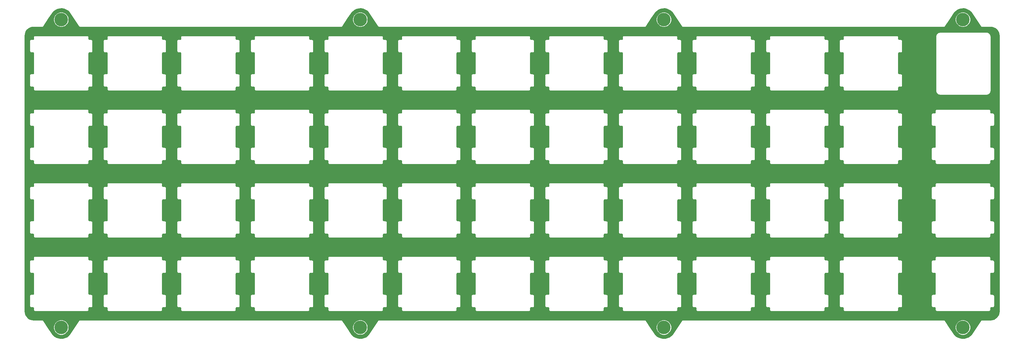
<source format=gbr>
G04 #@! TF.GenerationSoftware,KiCad,Pcbnew,(5.1.4-0)*
G04 #@! TF.CreationDate,2021-11-04T10:16:46-05:00*
G04 #@! TF.ProjectId,top_plate,746f705f-706c-4617-9465-2e6b69636164,rev?*
G04 #@! TF.SameCoordinates,Original*
G04 #@! TF.FileFunction,Copper,L1,Top*
G04 #@! TF.FilePolarity,Positive*
%FSLAX46Y46*%
G04 Gerber Fmt 4.6, Leading zero omitted, Abs format (unit mm)*
G04 Created by KiCad (PCBNEW (5.1.4-0)) date 2021-11-04 10:16:46*
%MOMM*%
%LPD*%
G04 APERTURE LIST*
%ADD10C,3.500000*%
%ADD11C,0.500000*%
%ADD12C,0.254000*%
G04 APERTURE END LIST*
D10*
X389335890Y-118467340D03*
X155973586Y-38695532D03*
X155973586Y-118467340D03*
X233364146Y-38695532D03*
X233364146Y-118454889D03*
X311945330Y-38695532D03*
X311945330Y-118467340D03*
X389335890Y-38695532D03*
D11*
X377423410Y-47606460D03*
D12*
G36*
X390022269Y-35956524D02*
G01*
X390541200Y-36141998D01*
X391014230Y-36424737D01*
X391426172Y-36796534D01*
X391594850Y-37000413D01*
X393967650Y-40559613D01*
X393971217Y-40566286D01*
X393980245Y-40577287D01*
X393990099Y-40589319D01*
X393990161Y-40589370D01*
X393990211Y-40589431D01*
X394001879Y-40599007D01*
X394013224Y-40608338D01*
X394013292Y-40608374D01*
X394013356Y-40608427D01*
X394026740Y-40615581D01*
X394039615Y-40622480D01*
X394039691Y-40622503D01*
X394039762Y-40622541D01*
X394053551Y-40626723D01*
X394068258Y-40631202D01*
X394068343Y-40631210D01*
X394068414Y-40631232D01*
X394082193Y-40632589D01*
X394098052Y-40634168D01*
X394105603Y-40633432D01*
X396472194Y-40633456D01*
X396912491Y-40676628D01*
X397328859Y-40802336D01*
X397712883Y-41006524D01*
X398049932Y-41281415D01*
X398327169Y-41616537D01*
X398534036Y-41999129D01*
X398662648Y-42414608D01*
X398708864Y-42854321D01*
X398708895Y-42863246D01*
X398708894Y-114292705D01*
X398665722Y-114733002D01*
X398540012Y-115149373D01*
X398335824Y-115533395D01*
X398060935Y-115870441D01*
X397725813Y-116147679D01*
X397343220Y-116354547D01*
X396927742Y-116483158D01*
X396488030Y-116529374D01*
X396479104Y-116529405D01*
X396478011Y-116529516D01*
X394105820Y-116529516D01*
X394098280Y-116528781D01*
X394083317Y-116530270D01*
X394068637Y-116531716D01*
X394068564Y-116531738D01*
X394068485Y-116531746D01*
X394054039Y-116536144D01*
X394039985Y-116540407D01*
X394039918Y-116540443D01*
X394039842Y-116540466D01*
X394026499Y-116547615D01*
X394013579Y-116554521D01*
X394013520Y-116554570D01*
X394013450Y-116554607D01*
X394002387Y-116563706D01*
X393990434Y-116573516D01*
X393990383Y-116573579D01*
X393990325Y-116573626D01*
X393981091Y-116584900D01*
X393971439Y-116596661D01*
X393967868Y-116603342D01*
X391597126Y-120159182D01*
X391222861Y-120568084D01*
X390778912Y-120894582D01*
X390279997Y-121128635D01*
X389745127Y-121261321D01*
X389194668Y-121287592D01*
X388649591Y-121206444D01*
X388130657Y-121020969D01*
X387657630Y-120738231D01*
X387245684Y-120366430D01*
X387077013Y-120162559D01*
X385815085Y-118269668D01*
X387328890Y-118269668D01*
X387328890Y-118665012D01*
X387406018Y-119052760D01*
X387557310Y-119418011D01*
X387776951Y-119746728D01*
X388056502Y-120026279D01*
X388385219Y-120245920D01*
X388750470Y-120397212D01*
X389138218Y-120474340D01*
X389533562Y-120474340D01*
X389921310Y-120397212D01*
X390286561Y-120245920D01*
X390615278Y-120026279D01*
X390894829Y-119746728D01*
X391114470Y-119418011D01*
X391265762Y-119052760D01*
X391342890Y-118665012D01*
X391342890Y-118269668D01*
X391265762Y-117881920D01*
X391114470Y-117516669D01*
X390894829Y-117187952D01*
X390615278Y-116908401D01*
X390286561Y-116688760D01*
X389921310Y-116537468D01*
X389533562Y-116460340D01*
X389138218Y-116460340D01*
X388750470Y-116537468D01*
X388385219Y-116688760D01*
X388056502Y-116908401D01*
X387776951Y-117187952D01*
X387557310Y-117516669D01*
X387406018Y-117881920D01*
X387328890Y-118269668D01*
X385815085Y-118269668D01*
X384704217Y-116603367D01*
X384700643Y-116596681D01*
X384690970Y-116584895D01*
X384681760Y-116573649D01*
X384681701Y-116573600D01*
X384681648Y-116573536D01*
X384669937Y-116563925D01*
X384658636Y-116554630D01*
X384658565Y-116554592D01*
X384658503Y-116554541D01*
X384645512Y-116547597D01*
X384632245Y-116540488D01*
X384632166Y-116540464D01*
X384632097Y-116540427D01*
X384618442Y-116536285D01*
X384603601Y-116531766D01*
X384603516Y-116531758D01*
X384603445Y-116531736D01*
X384589666Y-116530379D01*
X384573807Y-116528800D01*
X384566255Y-116529536D01*
X316715450Y-116529421D01*
X316707913Y-116528686D01*
X316692991Y-116530171D01*
X316678265Y-116531621D01*
X316678194Y-116531643D01*
X316678119Y-116531650D01*
X316663728Y-116536030D01*
X316649613Y-116540312D01*
X316649548Y-116540347D01*
X316649475Y-116540369D01*
X316636264Y-116547447D01*
X316623207Y-116554426D01*
X316623149Y-116554474D01*
X316623083Y-116554509D01*
X316611539Y-116564002D01*
X316600062Y-116573421D01*
X316600015Y-116573478D01*
X316599957Y-116573526D01*
X316590010Y-116585670D01*
X316581067Y-116596566D01*
X316577503Y-116603234D01*
X314206535Y-120159064D01*
X313832266Y-120567970D01*
X313388317Y-120894468D01*
X312889402Y-121128521D01*
X312354532Y-121261207D01*
X311804073Y-121287478D01*
X311258996Y-121206330D01*
X310740062Y-121020855D01*
X310267035Y-120738117D01*
X309855089Y-120366316D01*
X309686418Y-120162445D01*
X308424566Y-118269668D01*
X309938330Y-118269668D01*
X309938330Y-118665012D01*
X310015458Y-119052760D01*
X310166750Y-119418011D01*
X310386391Y-119746728D01*
X310665942Y-120026279D01*
X310994659Y-120245920D01*
X311359910Y-120397212D01*
X311747658Y-120474340D01*
X312143002Y-120474340D01*
X312530750Y-120397212D01*
X312896001Y-120245920D01*
X313224718Y-120026279D01*
X313504269Y-119746728D01*
X313723910Y-119418011D01*
X313875202Y-119052760D01*
X313952330Y-118665012D01*
X313952330Y-118269668D01*
X313875202Y-117881920D01*
X313723910Y-117516669D01*
X313504269Y-117187952D01*
X313224718Y-116908401D01*
X312896001Y-116688760D01*
X312530750Y-116537468D01*
X312143002Y-116460340D01*
X311747658Y-116460340D01*
X311359910Y-116537468D01*
X310994659Y-116688760D01*
X310665942Y-116908401D01*
X310386391Y-117187952D01*
X310166750Y-117516669D01*
X310015458Y-117881920D01*
X309938330Y-118269668D01*
X308424566Y-118269668D01*
X307313619Y-116603249D01*
X307310047Y-116596566D01*
X307300461Y-116584886D01*
X307291165Y-116573535D01*
X307291105Y-116573486D01*
X307291052Y-116573421D01*
X307279242Y-116563728D01*
X307268041Y-116554516D01*
X307267971Y-116554478D01*
X307267907Y-116554426D01*
X307254576Y-116547300D01*
X307241650Y-116540374D01*
X307241573Y-116540351D01*
X307241501Y-116540312D01*
X307227250Y-116535989D01*
X307213006Y-116531652D01*
X307212924Y-116531644D01*
X307212849Y-116531621D01*
X307198212Y-116530179D01*
X307183212Y-116528686D01*
X307175670Y-116529421D01*
X238134049Y-116529536D01*
X238126502Y-116528800D01*
X238110663Y-116530376D01*
X238096853Y-116531736D01*
X238096786Y-116531756D01*
X238096708Y-116531764D01*
X238081662Y-116536344D01*
X238068201Y-116540427D01*
X238068139Y-116540460D01*
X238068064Y-116540483D01*
X238054486Y-116547758D01*
X238041795Y-116554541D01*
X238041738Y-116554587D01*
X238041672Y-116554623D01*
X238030017Y-116564207D01*
X238018650Y-116573536D01*
X238018603Y-116573593D01*
X238018546Y-116573640D01*
X238009014Y-116585277D01*
X237999655Y-116596681D01*
X237996090Y-116603351D01*
X235625124Y-120159178D01*
X235250855Y-120568084D01*
X234806906Y-120894582D01*
X234307991Y-121128635D01*
X233773121Y-121261321D01*
X233222662Y-121287592D01*
X232677585Y-121206444D01*
X232158651Y-121020969D01*
X231685624Y-120738231D01*
X231273678Y-120366430D01*
X231105007Y-120162559D01*
X229834779Y-118257217D01*
X231357146Y-118257217D01*
X231357146Y-118652561D01*
X231434274Y-119040309D01*
X231585566Y-119405560D01*
X231805207Y-119734277D01*
X232084758Y-120013828D01*
X232413475Y-120233469D01*
X232778726Y-120384761D01*
X233166474Y-120461889D01*
X233561818Y-120461889D01*
X233949566Y-120384761D01*
X234314817Y-120233469D01*
X234643534Y-120013828D01*
X234923085Y-119734277D01*
X235142726Y-119405560D01*
X235294018Y-119040309D01*
X235371146Y-118652561D01*
X235371146Y-118257217D01*
X235294018Y-117869469D01*
X235142726Y-117504218D01*
X234923085Y-117175501D01*
X234643534Y-116895950D01*
X234314817Y-116676309D01*
X233949566Y-116525017D01*
X233561818Y-116447889D01*
X233166474Y-116447889D01*
X232778726Y-116525017D01*
X232413475Y-116676309D01*
X232084758Y-116895950D01*
X231805207Y-117175501D01*
X231585566Y-117504218D01*
X231434274Y-117869469D01*
X231357146Y-118257217D01*
X229834779Y-118257217D01*
X228732211Y-116603367D01*
X228728637Y-116596681D01*
X228718964Y-116584895D01*
X228709754Y-116573649D01*
X228709695Y-116573600D01*
X228709642Y-116573536D01*
X228697931Y-116563925D01*
X228686630Y-116554630D01*
X228686559Y-116554592D01*
X228686497Y-116554541D01*
X228673506Y-116547597D01*
X228660239Y-116540488D01*
X228660160Y-116540464D01*
X228660091Y-116540427D01*
X228646436Y-116536285D01*
X228631595Y-116531766D01*
X228631510Y-116531758D01*
X228631439Y-116531736D01*
X228617660Y-116530379D01*
X228601801Y-116528800D01*
X228594249Y-116529536D01*
X160743706Y-116529421D01*
X160736169Y-116528686D01*
X160721247Y-116530171D01*
X160706521Y-116531621D01*
X160706450Y-116531643D01*
X160706375Y-116531650D01*
X160691984Y-116536030D01*
X160677869Y-116540312D01*
X160677804Y-116540347D01*
X160677731Y-116540369D01*
X160664520Y-116547447D01*
X160651463Y-116554426D01*
X160651405Y-116554474D01*
X160651339Y-116554509D01*
X160639795Y-116564002D01*
X160628318Y-116573421D01*
X160628271Y-116573478D01*
X160628213Y-116573526D01*
X160618266Y-116585670D01*
X160609323Y-116596566D01*
X160605759Y-116603234D01*
X158234791Y-120159064D01*
X157860522Y-120567970D01*
X157416573Y-120894468D01*
X156917658Y-121128521D01*
X156382788Y-121261207D01*
X155832329Y-121287478D01*
X155287252Y-121206330D01*
X154768318Y-121020855D01*
X154295291Y-120738117D01*
X153883345Y-120366316D01*
X153714674Y-120162445D01*
X152452822Y-118269668D01*
X153966586Y-118269668D01*
X153966586Y-118665012D01*
X154043714Y-119052760D01*
X154195006Y-119418011D01*
X154414647Y-119746728D01*
X154694198Y-120026279D01*
X155022915Y-120245920D01*
X155388166Y-120397212D01*
X155775914Y-120474340D01*
X156171258Y-120474340D01*
X156559006Y-120397212D01*
X156924257Y-120245920D01*
X157252974Y-120026279D01*
X157532525Y-119746728D01*
X157752166Y-119418011D01*
X157903458Y-119052760D01*
X157980586Y-118665012D01*
X157980586Y-118269668D01*
X157903458Y-117881920D01*
X157752166Y-117516669D01*
X157532525Y-117187952D01*
X157252974Y-116908401D01*
X156924257Y-116688760D01*
X156559006Y-116537468D01*
X156171258Y-116460340D01*
X155775914Y-116460340D01*
X155388166Y-116537468D01*
X155022915Y-116688760D01*
X154694198Y-116908401D01*
X154414647Y-117187952D01*
X154195006Y-117516669D01*
X154043714Y-117881920D01*
X153966586Y-118269668D01*
X152452822Y-118269668D01*
X151341897Y-116603283D01*
X151338349Y-116596635D01*
X151328675Y-116584834D01*
X151319421Y-116573535D01*
X151319393Y-116573512D01*
X151319366Y-116573479D01*
X151307535Y-116563759D01*
X151296297Y-116554516D01*
X151296261Y-116554497D01*
X151296231Y-116554472D01*
X151283393Y-116547601D01*
X151269906Y-116540374D01*
X151269867Y-116540362D01*
X151269833Y-116540344D01*
X151256014Y-116536144D01*
X151241262Y-116531652D01*
X151241221Y-116531648D01*
X151241185Y-116531637D01*
X151227819Y-116530314D01*
X151211468Y-116528686D01*
X151203957Y-116529418D01*
X148837332Y-116528149D01*
X148397229Y-116484996D01*
X147981092Y-116359357D01*
X147597288Y-116155285D01*
X147260433Y-115880552D01*
X146983353Y-115545621D01*
X146776602Y-115163243D01*
X146648062Y-114747998D01*
X146601872Y-114308531D01*
X146601842Y-114299872D01*
X146601614Y-101348009D01*
X147795530Y-101348009D01*
X147795531Y-103965392D01*
X147796278Y-103972978D01*
X147796265Y-103974836D01*
X147796507Y-103977295D01*
X147802627Y-104035524D01*
X147805845Y-104051202D01*
X147808858Y-104066998D01*
X147809573Y-104069364D01*
X147826887Y-104125296D01*
X147833099Y-104140075D01*
X147839113Y-104154960D01*
X147840269Y-104157132D01*
X147840273Y-104157141D01*
X147840278Y-104157148D01*
X147868122Y-104208645D01*
X147877104Y-104221961D01*
X147885877Y-104235368D01*
X147887439Y-104237283D01*
X147924759Y-104282395D01*
X147936120Y-104293677D01*
X147947367Y-104305162D01*
X147949271Y-104306737D01*
X147994645Y-104343742D01*
X148007980Y-104352601D01*
X148021241Y-104361682D01*
X148023415Y-104362857D01*
X148075111Y-104390345D01*
X148089939Y-104396457D01*
X148104689Y-104402779D01*
X148107042Y-104403507D01*
X148107048Y-104403509D01*
X148107054Y-104403510D01*
X148163101Y-104420432D01*
X148178833Y-104423547D01*
X148194532Y-104426884D01*
X148196985Y-104427142D01*
X148196989Y-104427142D01*
X148254882Y-104432818D01*
X148263838Y-104433700D01*
X148663878Y-104433700D01*
X148696256Y-104436875D01*
X148719075Y-104443764D01*
X148740125Y-104454957D01*
X148758602Y-104470026D01*
X148773799Y-104488396D01*
X148785137Y-104509365D01*
X148792187Y-104532140D01*
X148795530Y-104563945D01*
X148795531Y-109748037D01*
X148792355Y-109780426D01*
X148785467Y-109803243D01*
X148774273Y-109824295D01*
X148759202Y-109842774D01*
X148740834Y-109857970D01*
X148719866Y-109869307D01*
X148697090Y-109876357D01*
X148665286Y-109879700D01*
X148163838Y-109879700D01*
X148156308Y-109880442D01*
X148155093Y-109880433D01*
X148152633Y-109880675D01*
X148113813Y-109884755D01*
X148098148Y-109887971D01*
X148082341Y-109890986D01*
X148079975Y-109891700D01*
X148042688Y-109903242D01*
X148027913Y-109909453D01*
X148013025Y-109915468D01*
X148010843Y-109916628D01*
X147976507Y-109935193D01*
X147963187Y-109944178D01*
X147949780Y-109952951D01*
X147947865Y-109954513D01*
X147917790Y-109979394D01*
X147906509Y-109990754D01*
X147895024Y-110002001D01*
X147893449Y-110003905D01*
X147868780Y-110034154D01*
X147859909Y-110047507D01*
X147850840Y-110060751D01*
X147849665Y-110062925D01*
X147831340Y-110097389D01*
X147825239Y-110112191D01*
X147818906Y-110126966D01*
X147818176Y-110129326D01*
X147806894Y-110166693D01*
X147803780Y-110182417D01*
X147800442Y-110198123D01*
X147800184Y-110200581D01*
X147796425Y-110238917D01*
X147795530Y-110248009D01*
X147795531Y-112865392D01*
X147796278Y-112872978D01*
X147796265Y-112874836D01*
X147796507Y-112877295D01*
X147802627Y-112935524D01*
X147805845Y-112951202D01*
X147808858Y-112966998D01*
X147809573Y-112969364D01*
X147826887Y-113025296D01*
X147833099Y-113040075D01*
X147839113Y-113054960D01*
X147840269Y-113057132D01*
X147840273Y-113057141D01*
X147840278Y-113057148D01*
X147868122Y-113108645D01*
X147877104Y-113121961D01*
X147885877Y-113135368D01*
X147887439Y-113137283D01*
X147924759Y-113182395D01*
X147936120Y-113193677D01*
X147947367Y-113205162D01*
X147949271Y-113206737D01*
X147994645Y-113243742D01*
X148007980Y-113252601D01*
X148021241Y-113261682D01*
X148023415Y-113262857D01*
X148075111Y-113290345D01*
X148089939Y-113296457D01*
X148104689Y-113302779D01*
X148107042Y-113303507D01*
X148107048Y-113303509D01*
X148107054Y-113303510D01*
X148163101Y-113320432D01*
X148178833Y-113323547D01*
X148194532Y-113326884D01*
X148196985Y-113327142D01*
X148196989Y-113327142D01*
X148254882Y-113332818D01*
X148263838Y-113333700D01*
X148663878Y-113333700D01*
X148696256Y-113336875D01*
X148719075Y-113343764D01*
X148740125Y-113354957D01*
X148758602Y-113370026D01*
X148773799Y-113388396D01*
X148785137Y-113409365D01*
X148792187Y-113432140D01*
X148795531Y-113463954D01*
X148795530Y-113865391D01*
X148796278Y-113872986D01*
X148796265Y-113874836D01*
X148796507Y-113877295D01*
X148802627Y-113935524D01*
X148805845Y-113951202D01*
X148808858Y-113966998D01*
X148809573Y-113969364D01*
X148826887Y-114025296D01*
X148833099Y-114040075D01*
X148839113Y-114054960D01*
X148840269Y-114057132D01*
X148840273Y-114057141D01*
X148840278Y-114057148D01*
X148868122Y-114108645D01*
X148877104Y-114121961D01*
X148885877Y-114135368D01*
X148887439Y-114137283D01*
X148924759Y-114182395D01*
X148936120Y-114193677D01*
X148947367Y-114205162D01*
X148949271Y-114206737D01*
X148994645Y-114243742D01*
X149007980Y-114252601D01*
X149021241Y-114261682D01*
X149023415Y-114262857D01*
X149075111Y-114290345D01*
X149089939Y-114296457D01*
X149104689Y-114302779D01*
X149107042Y-114303507D01*
X149107048Y-114303509D01*
X149107054Y-114303510D01*
X149163101Y-114320432D01*
X149178833Y-114323547D01*
X149194532Y-114326884D01*
X149196985Y-114327142D01*
X149196989Y-114327142D01*
X149254882Y-114332818D01*
X149263838Y-114333700D01*
X162681222Y-114333700D01*
X162688817Y-114332952D01*
X162690666Y-114332965D01*
X162693125Y-114332723D01*
X162751354Y-114326603D01*
X162767032Y-114323385D01*
X162782828Y-114320372D01*
X162785194Y-114319657D01*
X162841126Y-114302343D01*
X162855905Y-114296131D01*
X162870790Y-114290117D01*
X162872962Y-114288961D01*
X162872971Y-114288957D01*
X162872978Y-114288952D01*
X162924475Y-114261108D01*
X162937791Y-114252126D01*
X162951198Y-114243353D01*
X162953113Y-114241791D01*
X162998225Y-114204471D01*
X163009507Y-114193110D01*
X163020992Y-114181863D01*
X163022567Y-114179959D01*
X163059572Y-114134585D01*
X163068431Y-114121250D01*
X163077512Y-114107989D01*
X163078687Y-114105815D01*
X163106175Y-114054119D01*
X163112287Y-114039291D01*
X163118609Y-114024541D01*
X163119337Y-114022188D01*
X163119339Y-114022182D01*
X163119340Y-114022176D01*
X163136262Y-113966129D01*
X163139377Y-113950397D01*
X163142714Y-113934698D01*
X163142972Y-113932241D01*
X163148685Y-113873971D01*
X163149530Y-113865392D01*
X163149530Y-113465352D01*
X163152705Y-113432974D01*
X163159594Y-113410155D01*
X163170787Y-113389105D01*
X163185856Y-113370628D01*
X163204226Y-113355431D01*
X163225195Y-113344093D01*
X163247970Y-113337043D01*
X163279774Y-113333700D01*
X163781222Y-113333700D01*
X163788752Y-113332958D01*
X163789968Y-113332967D01*
X163792427Y-113332725D01*
X163831247Y-113328645D01*
X163846937Y-113325424D01*
X163862720Y-113322414D01*
X163865085Y-113321700D01*
X163902373Y-113310157D01*
X163917128Y-113303955D01*
X163932035Y-113297932D01*
X163934217Y-113296772D01*
X163968553Y-113278206D01*
X163981862Y-113269229D01*
X163995280Y-113260449D01*
X163997188Y-113258893D01*
X163997192Y-113258890D01*
X163997195Y-113258887D01*
X164027270Y-113234006D01*
X164038586Y-113222610D01*
X164050035Y-113211399D01*
X164051610Y-113209495D01*
X164076280Y-113179246D01*
X164085147Y-113165901D01*
X164094220Y-113152649D01*
X164095395Y-113150475D01*
X164113720Y-113116011D01*
X164119821Y-113101209D01*
X164126154Y-113086434D01*
X164126884Y-113084074D01*
X164138166Y-113046707D01*
X164141289Y-113030937D01*
X164144618Y-113015277D01*
X164144876Y-113012819D01*
X164148685Y-112973973D01*
X164149530Y-112965392D01*
X164149530Y-110348008D01*
X164148782Y-110340413D01*
X164148795Y-110338564D01*
X164148553Y-110336105D01*
X164142433Y-110277876D01*
X164139214Y-110262192D01*
X164136202Y-110246402D01*
X164135487Y-110244037D01*
X164118173Y-110188104D01*
X164111959Y-110173321D01*
X164105947Y-110158440D01*
X164104786Y-110156259D01*
X164076938Y-110104756D01*
X164067988Y-110091487D01*
X164059183Y-110078032D01*
X164057621Y-110076117D01*
X164020300Y-110031004D01*
X164008923Y-110019707D01*
X163997693Y-110008238D01*
X163995789Y-110006663D01*
X163950416Y-109969658D01*
X163937040Y-109960771D01*
X163923819Y-109951718D01*
X163921646Y-109950543D01*
X163869949Y-109923055D01*
X163855121Y-109916943D01*
X163840371Y-109910621D01*
X163838018Y-109909893D01*
X163838012Y-109909891D01*
X163838006Y-109909890D01*
X163781959Y-109892968D01*
X163766221Y-109889852D01*
X163750528Y-109886516D01*
X163748075Y-109886258D01*
X163748071Y-109886258D01*
X163690178Y-109880582D01*
X163681222Y-109879700D01*
X163281182Y-109879700D01*
X163248804Y-109876525D01*
X163225987Y-109869637D01*
X163204935Y-109858443D01*
X163186456Y-109843372D01*
X163171260Y-109825004D01*
X163159923Y-109804036D01*
X163152873Y-109781260D01*
X163149530Y-109749456D01*
X163149530Y-104565352D01*
X163152705Y-104532974D01*
X163159594Y-104510155D01*
X163170787Y-104489105D01*
X163185856Y-104470628D01*
X163204226Y-104455431D01*
X163225195Y-104444093D01*
X163247970Y-104437043D01*
X163279774Y-104433700D01*
X163781222Y-104433700D01*
X163788752Y-104432958D01*
X163789968Y-104432967D01*
X163792427Y-104432725D01*
X163831247Y-104428645D01*
X163846937Y-104425424D01*
X163862720Y-104422414D01*
X163865085Y-104421700D01*
X163902373Y-104410157D01*
X163917128Y-104403955D01*
X163932035Y-104397932D01*
X163934217Y-104396772D01*
X163968553Y-104378206D01*
X163981862Y-104369229D01*
X163995280Y-104360449D01*
X163997188Y-104358893D01*
X163997192Y-104358890D01*
X163997195Y-104358887D01*
X164027270Y-104334006D01*
X164038586Y-104322610D01*
X164050035Y-104311399D01*
X164051610Y-104309495D01*
X164076280Y-104279246D01*
X164085147Y-104265901D01*
X164094220Y-104252649D01*
X164095395Y-104250475D01*
X164113720Y-104216011D01*
X164119821Y-104201209D01*
X164126154Y-104186434D01*
X164126884Y-104184074D01*
X164138166Y-104146707D01*
X164141289Y-104130937D01*
X164144618Y-104115277D01*
X164144876Y-104112819D01*
X164148685Y-104073973D01*
X164149530Y-104065392D01*
X164149530Y-101448008D01*
X164148782Y-101440413D01*
X164148795Y-101438564D01*
X164148553Y-101436105D01*
X164142433Y-101377876D01*
X164139214Y-101362192D01*
X164136509Y-101348009D01*
X166845610Y-101348009D01*
X166845611Y-103965392D01*
X166846358Y-103972978D01*
X166846345Y-103974836D01*
X166846587Y-103977295D01*
X166852707Y-104035524D01*
X166855925Y-104051202D01*
X166858938Y-104066998D01*
X166859653Y-104069364D01*
X166876967Y-104125296D01*
X166883179Y-104140075D01*
X166889193Y-104154960D01*
X166890349Y-104157132D01*
X166890353Y-104157141D01*
X166890358Y-104157148D01*
X166918202Y-104208645D01*
X166927184Y-104221961D01*
X166935957Y-104235368D01*
X166937519Y-104237283D01*
X166974839Y-104282395D01*
X166986200Y-104293677D01*
X166997447Y-104305162D01*
X166999351Y-104306737D01*
X167044725Y-104343742D01*
X167058060Y-104352601D01*
X167071321Y-104361682D01*
X167073495Y-104362857D01*
X167125191Y-104390345D01*
X167140019Y-104396457D01*
X167154769Y-104402779D01*
X167157122Y-104403507D01*
X167157128Y-104403509D01*
X167157134Y-104403510D01*
X167213181Y-104420432D01*
X167228913Y-104423547D01*
X167244612Y-104426884D01*
X167247065Y-104427142D01*
X167247069Y-104427142D01*
X167304962Y-104432818D01*
X167313918Y-104433700D01*
X167713958Y-104433700D01*
X167746336Y-104436875D01*
X167769155Y-104443764D01*
X167790205Y-104454957D01*
X167808682Y-104470026D01*
X167823879Y-104488396D01*
X167835217Y-104509365D01*
X167842267Y-104532140D01*
X167845610Y-104563945D01*
X167845611Y-109748037D01*
X167842435Y-109780426D01*
X167835547Y-109803243D01*
X167824353Y-109824295D01*
X167809282Y-109842774D01*
X167790914Y-109857970D01*
X167769946Y-109869307D01*
X167747170Y-109876357D01*
X167715366Y-109879700D01*
X167213918Y-109879700D01*
X167206388Y-109880442D01*
X167205173Y-109880433D01*
X167202713Y-109880675D01*
X167163893Y-109884755D01*
X167148228Y-109887971D01*
X167132421Y-109890986D01*
X167130055Y-109891700D01*
X167092768Y-109903242D01*
X167077993Y-109909453D01*
X167063105Y-109915468D01*
X167060923Y-109916628D01*
X167026587Y-109935193D01*
X167013267Y-109944178D01*
X166999860Y-109952951D01*
X166997945Y-109954513D01*
X166967870Y-109979394D01*
X166956589Y-109990754D01*
X166945104Y-110002001D01*
X166943529Y-110003905D01*
X166918860Y-110034154D01*
X166909989Y-110047507D01*
X166900920Y-110060751D01*
X166899745Y-110062925D01*
X166881420Y-110097389D01*
X166875319Y-110112191D01*
X166868986Y-110126966D01*
X166868256Y-110129326D01*
X166856974Y-110166693D01*
X166853860Y-110182417D01*
X166850522Y-110198123D01*
X166850264Y-110200581D01*
X166846505Y-110238917D01*
X166845610Y-110248009D01*
X166845611Y-112865392D01*
X166846358Y-112872978D01*
X166846345Y-112874836D01*
X166846587Y-112877295D01*
X166852707Y-112935524D01*
X166855925Y-112951202D01*
X166858938Y-112966998D01*
X166859653Y-112969364D01*
X166876967Y-113025296D01*
X166883179Y-113040075D01*
X166889193Y-113054960D01*
X166890349Y-113057132D01*
X166890353Y-113057141D01*
X166890358Y-113057148D01*
X166918202Y-113108645D01*
X166927184Y-113121961D01*
X166935957Y-113135368D01*
X166937519Y-113137283D01*
X166974839Y-113182395D01*
X166986200Y-113193677D01*
X166997447Y-113205162D01*
X166999351Y-113206737D01*
X167044725Y-113243742D01*
X167058060Y-113252601D01*
X167071321Y-113261682D01*
X167073495Y-113262857D01*
X167125191Y-113290345D01*
X167140019Y-113296457D01*
X167154769Y-113302779D01*
X167157122Y-113303507D01*
X167157128Y-113303509D01*
X167157134Y-113303510D01*
X167213181Y-113320432D01*
X167228913Y-113323547D01*
X167244612Y-113326884D01*
X167247065Y-113327142D01*
X167247069Y-113327142D01*
X167304962Y-113332818D01*
X167313918Y-113333700D01*
X167713958Y-113333700D01*
X167746336Y-113336875D01*
X167769155Y-113343764D01*
X167790205Y-113354957D01*
X167808682Y-113370026D01*
X167823879Y-113388396D01*
X167835217Y-113409365D01*
X167842267Y-113432140D01*
X167845611Y-113463954D01*
X167845610Y-113865391D01*
X167846358Y-113872986D01*
X167846345Y-113874836D01*
X167846587Y-113877295D01*
X167852707Y-113935524D01*
X167855925Y-113951202D01*
X167858938Y-113966998D01*
X167859653Y-113969364D01*
X167876967Y-114025296D01*
X167883179Y-114040075D01*
X167889193Y-114054960D01*
X167890349Y-114057132D01*
X167890353Y-114057141D01*
X167890358Y-114057148D01*
X167918202Y-114108645D01*
X167927184Y-114121961D01*
X167935957Y-114135368D01*
X167937519Y-114137283D01*
X167974839Y-114182395D01*
X167986200Y-114193677D01*
X167997447Y-114205162D01*
X167999351Y-114206737D01*
X168044725Y-114243742D01*
X168058060Y-114252601D01*
X168071321Y-114261682D01*
X168073495Y-114262857D01*
X168125191Y-114290345D01*
X168140019Y-114296457D01*
X168154769Y-114302779D01*
X168157122Y-114303507D01*
X168157128Y-114303509D01*
X168157134Y-114303510D01*
X168213181Y-114320432D01*
X168228913Y-114323547D01*
X168244612Y-114326884D01*
X168247065Y-114327142D01*
X168247069Y-114327142D01*
X168304962Y-114332818D01*
X168313918Y-114333700D01*
X181731302Y-114333700D01*
X181738897Y-114332952D01*
X181740746Y-114332965D01*
X181743205Y-114332723D01*
X181801434Y-114326603D01*
X181817112Y-114323385D01*
X181832908Y-114320372D01*
X181835274Y-114319657D01*
X181891206Y-114302343D01*
X181905985Y-114296131D01*
X181920870Y-114290117D01*
X181923042Y-114288961D01*
X181923051Y-114288957D01*
X181923058Y-114288952D01*
X181974555Y-114261108D01*
X181987871Y-114252126D01*
X182001278Y-114243353D01*
X182003193Y-114241791D01*
X182048305Y-114204471D01*
X182059587Y-114193110D01*
X182071072Y-114181863D01*
X182072647Y-114179959D01*
X182109652Y-114134585D01*
X182118511Y-114121250D01*
X182127592Y-114107989D01*
X182128767Y-114105815D01*
X182156255Y-114054119D01*
X182162367Y-114039291D01*
X182168689Y-114024541D01*
X182169417Y-114022188D01*
X182169419Y-114022182D01*
X182169420Y-114022176D01*
X182186342Y-113966129D01*
X182189457Y-113950397D01*
X182192794Y-113934698D01*
X182193052Y-113932241D01*
X182198765Y-113873971D01*
X182199610Y-113865392D01*
X182199610Y-113465352D01*
X182202785Y-113432974D01*
X182209674Y-113410155D01*
X182220867Y-113389105D01*
X182235936Y-113370628D01*
X182254306Y-113355431D01*
X182275275Y-113344093D01*
X182298050Y-113337043D01*
X182329854Y-113333700D01*
X182831302Y-113333700D01*
X182838832Y-113332958D01*
X182840048Y-113332967D01*
X182842507Y-113332725D01*
X182881327Y-113328645D01*
X182897017Y-113325424D01*
X182912800Y-113322414D01*
X182915165Y-113321700D01*
X182952453Y-113310157D01*
X182967208Y-113303955D01*
X182982115Y-113297932D01*
X182984297Y-113296772D01*
X183018633Y-113278206D01*
X183031942Y-113269229D01*
X183045360Y-113260449D01*
X183047268Y-113258893D01*
X183047272Y-113258890D01*
X183047275Y-113258887D01*
X183077350Y-113234006D01*
X183088666Y-113222610D01*
X183100115Y-113211399D01*
X183101690Y-113209495D01*
X183126360Y-113179246D01*
X183135227Y-113165901D01*
X183144300Y-113152649D01*
X183145475Y-113150475D01*
X183163800Y-113116011D01*
X183169901Y-113101209D01*
X183176234Y-113086434D01*
X183176964Y-113084074D01*
X183188246Y-113046707D01*
X183191369Y-113030937D01*
X183194698Y-113015277D01*
X183194956Y-113012819D01*
X183198765Y-112973973D01*
X183199610Y-112965392D01*
X183199610Y-110348008D01*
X183198862Y-110340413D01*
X183198875Y-110338564D01*
X183198633Y-110336105D01*
X183192513Y-110277876D01*
X183189294Y-110262192D01*
X183186282Y-110246402D01*
X183185567Y-110244037D01*
X183168253Y-110188104D01*
X183162039Y-110173321D01*
X183156027Y-110158440D01*
X183154866Y-110156259D01*
X183127018Y-110104756D01*
X183118068Y-110091487D01*
X183109263Y-110078032D01*
X183107701Y-110076117D01*
X183070380Y-110031004D01*
X183059003Y-110019707D01*
X183047773Y-110008238D01*
X183045869Y-110006663D01*
X183000496Y-109969658D01*
X182987120Y-109960771D01*
X182973899Y-109951718D01*
X182971726Y-109950543D01*
X182920029Y-109923055D01*
X182905201Y-109916943D01*
X182890451Y-109910621D01*
X182888098Y-109909893D01*
X182888092Y-109909891D01*
X182888086Y-109909890D01*
X182832039Y-109892968D01*
X182816301Y-109889852D01*
X182800608Y-109886516D01*
X182798155Y-109886258D01*
X182798151Y-109886258D01*
X182740258Y-109880582D01*
X182731302Y-109879700D01*
X182331262Y-109879700D01*
X182298884Y-109876525D01*
X182276067Y-109869637D01*
X182255015Y-109858443D01*
X182236536Y-109843372D01*
X182221340Y-109825004D01*
X182210003Y-109804036D01*
X182202953Y-109781260D01*
X182199610Y-109749456D01*
X182199610Y-104565352D01*
X182202785Y-104532974D01*
X182209674Y-104510155D01*
X182220867Y-104489105D01*
X182235936Y-104470628D01*
X182254306Y-104455431D01*
X182275275Y-104444093D01*
X182298050Y-104437043D01*
X182329854Y-104433700D01*
X182831302Y-104433700D01*
X182838832Y-104432958D01*
X182840048Y-104432967D01*
X182842507Y-104432725D01*
X182881327Y-104428645D01*
X182897017Y-104425424D01*
X182912800Y-104422414D01*
X182915165Y-104421700D01*
X182952453Y-104410157D01*
X182967208Y-104403955D01*
X182982115Y-104397932D01*
X182984297Y-104396772D01*
X183018633Y-104378206D01*
X183031942Y-104369229D01*
X183045360Y-104360449D01*
X183047268Y-104358893D01*
X183047272Y-104358890D01*
X183047275Y-104358887D01*
X183077350Y-104334006D01*
X183088666Y-104322610D01*
X183100115Y-104311399D01*
X183101690Y-104309495D01*
X183126360Y-104279246D01*
X183135227Y-104265901D01*
X183144300Y-104252649D01*
X183145475Y-104250475D01*
X183163800Y-104216011D01*
X183169901Y-104201209D01*
X183176234Y-104186434D01*
X183176964Y-104184074D01*
X183188246Y-104146707D01*
X183191369Y-104130937D01*
X183194698Y-104115277D01*
X183194956Y-104112819D01*
X183198765Y-104073973D01*
X183199610Y-104065392D01*
X183199610Y-101448008D01*
X183198862Y-101440413D01*
X183198875Y-101438564D01*
X183198633Y-101436105D01*
X183192513Y-101377876D01*
X183189294Y-101362192D01*
X183186589Y-101348009D01*
X185895690Y-101348009D01*
X185895691Y-103965392D01*
X185896438Y-103972978D01*
X185896425Y-103974836D01*
X185896667Y-103977295D01*
X185902787Y-104035524D01*
X185906005Y-104051202D01*
X185909018Y-104066998D01*
X185909733Y-104069364D01*
X185927047Y-104125296D01*
X185933259Y-104140075D01*
X185939273Y-104154960D01*
X185940429Y-104157132D01*
X185940433Y-104157141D01*
X185940438Y-104157148D01*
X185968282Y-104208645D01*
X185977264Y-104221961D01*
X185986037Y-104235368D01*
X185987599Y-104237283D01*
X186024919Y-104282395D01*
X186036280Y-104293677D01*
X186047527Y-104305162D01*
X186049431Y-104306737D01*
X186094805Y-104343742D01*
X186108140Y-104352601D01*
X186121401Y-104361682D01*
X186123575Y-104362857D01*
X186175271Y-104390345D01*
X186190099Y-104396457D01*
X186204849Y-104402779D01*
X186207202Y-104403507D01*
X186207208Y-104403509D01*
X186207214Y-104403510D01*
X186263261Y-104420432D01*
X186278993Y-104423547D01*
X186294692Y-104426884D01*
X186297145Y-104427142D01*
X186297149Y-104427142D01*
X186355042Y-104432818D01*
X186363998Y-104433700D01*
X186764038Y-104433700D01*
X186796416Y-104436875D01*
X186819235Y-104443764D01*
X186840285Y-104454957D01*
X186858762Y-104470026D01*
X186873959Y-104488396D01*
X186885297Y-104509365D01*
X186892347Y-104532140D01*
X186895690Y-104563945D01*
X186895691Y-109748037D01*
X186892515Y-109780426D01*
X186885627Y-109803243D01*
X186874433Y-109824295D01*
X186859362Y-109842774D01*
X186840994Y-109857970D01*
X186820026Y-109869307D01*
X186797250Y-109876357D01*
X186765446Y-109879700D01*
X186263998Y-109879700D01*
X186256468Y-109880442D01*
X186255253Y-109880433D01*
X186252793Y-109880675D01*
X186213973Y-109884755D01*
X186198308Y-109887971D01*
X186182501Y-109890986D01*
X186180135Y-109891700D01*
X186142848Y-109903242D01*
X186128073Y-109909453D01*
X186113185Y-109915468D01*
X186111003Y-109916628D01*
X186076667Y-109935193D01*
X186063347Y-109944178D01*
X186049940Y-109952951D01*
X186048025Y-109954513D01*
X186017950Y-109979394D01*
X186006669Y-109990754D01*
X185995184Y-110002001D01*
X185993609Y-110003905D01*
X185968940Y-110034154D01*
X185960069Y-110047507D01*
X185951000Y-110060751D01*
X185949825Y-110062925D01*
X185931500Y-110097389D01*
X185925399Y-110112191D01*
X185919066Y-110126966D01*
X185918336Y-110129326D01*
X185907054Y-110166693D01*
X185903940Y-110182417D01*
X185900602Y-110198123D01*
X185900344Y-110200581D01*
X185896585Y-110238917D01*
X185895690Y-110248009D01*
X185895691Y-112865392D01*
X185896438Y-112872978D01*
X185896425Y-112874836D01*
X185896667Y-112877295D01*
X185902787Y-112935524D01*
X185906005Y-112951202D01*
X185909018Y-112966998D01*
X185909733Y-112969364D01*
X185927047Y-113025296D01*
X185933259Y-113040075D01*
X185939273Y-113054960D01*
X185940429Y-113057132D01*
X185940433Y-113057141D01*
X185940438Y-113057148D01*
X185968282Y-113108645D01*
X185977264Y-113121961D01*
X185986037Y-113135368D01*
X185987599Y-113137283D01*
X186024919Y-113182395D01*
X186036280Y-113193677D01*
X186047527Y-113205162D01*
X186049431Y-113206737D01*
X186094805Y-113243742D01*
X186108140Y-113252601D01*
X186121401Y-113261682D01*
X186123575Y-113262857D01*
X186175271Y-113290345D01*
X186190099Y-113296457D01*
X186204849Y-113302779D01*
X186207202Y-113303507D01*
X186207208Y-113303509D01*
X186207214Y-113303510D01*
X186263261Y-113320432D01*
X186278993Y-113323547D01*
X186294692Y-113326884D01*
X186297145Y-113327142D01*
X186297149Y-113327142D01*
X186355042Y-113332818D01*
X186363998Y-113333700D01*
X186764038Y-113333700D01*
X186796416Y-113336875D01*
X186819235Y-113343764D01*
X186840285Y-113354957D01*
X186858762Y-113370026D01*
X186873959Y-113388396D01*
X186885297Y-113409365D01*
X186892347Y-113432140D01*
X186895691Y-113463954D01*
X186895690Y-113865391D01*
X186896438Y-113872986D01*
X186896425Y-113874836D01*
X186896667Y-113877295D01*
X186902787Y-113935524D01*
X186906005Y-113951202D01*
X186909018Y-113966998D01*
X186909733Y-113969364D01*
X186927047Y-114025296D01*
X186933259Y-114040075D01*
X186939273Y-114054960D01*
X186940429Y-114057132D01*
X186940433Y-114057141D01*
X186940438Y-114057148D01*
X186968282Y-114108645D01*
X186977264Y-114121961D01*
X186986037Y-114135368D01*
X186987599Y-114137283D01*
X187024919Y-114182395D01*
X187036280Y-114193677D01*
X187047527Y-114205162D01*
X187049431Y-114206737D01*
X187094805Y-114243742D01*
X187108140Y-114252601D01*
X187121401Y-114261682D01*
X187123575Y-114262857D01*
X187175271Y-114290345D01*
X187190099Y-114296457D01*
X187204849Y-114302779D01*
X187207202Y-114303507D01*
X187207208Y-114303509D01*
X187207214Y-114303510D01*
X187263261Y-114320432D01*
X187278993Y-114323547D01*
X187294692Y-114326884D01*
X187297145Y-114327142D01*
X187297149Y-114327142D01*
X187355042Y-114332818D01*
X187363998Y-114333700D01*
X200781382Y-114333700D01*
X200788977Y-114332952D01*
X200790826Y-114332965D01*
X200793285Y-114332723D01*
X200851514Y-114326603D01*
X200867192Y-114323385D01*
X200882988Y-114320372D01*
X200885354Y-114319657D01*
X200941286Y-114302343D01*
X200956065Y-114296131D01*
X200970950Y-114290117D01*
X200973122Y-114288961D01*
X200973131Y-114288957D01*
X200973138Y-114288952D01*
X201024635Y-114261108D01*
X201037951Y-114252126D01*
X201051358Y-114243353D01*
X201053273Y-114241791D01*
X201098385Y-114204471D01*
X201109667Y-114193110D01*
X201121152Y-114181863D01*
X201122727Y-114179959D01*
X201159732Y-114134585D01*
X201168591Y-114121250D01*
X201177672Y-114107989D01*
X201178847Y-114105815D01*
X201206335Y-114054119D01*
X201212447Y-114039291D01*
X201218769Y-114024541D01*
X201219497Y-114022188D01*
X201219499Y-114022182D01*
X201219500Y-114022176D01*
X201236422Y-113966129D01*
X201239537Y-113950397D01*
X201242874Y-113934698D01*
X201243132Y-113932241D01*
X201248845Y-113873971D01*
X201249690Y-113865392D01*
X201249690Y-113465352D01*
X201252865Y-113432974D01*
X201259754Y-113410155D01*
X201270947Y-113389105D01*
X201286016Y-113370628D01*
X201304386Y-113355431D01*
X201325355Y-113344093D01*
X201348130Y-113337043D01*
X201379934Y-113333700D01*
X201881382Y-113333700D01*
X201888912Y-113332958D01*
X201890128Y-113332967D01*
X201892587Y-113332725D01*
X201931407Y-113328645D01*
X201947097Y-113325424D01*
X201962880Y-113322414D01*
X201965245Y-113321700D01*
X202002533Y-113310157D01*
X202017288Y-113303955D01*
X202032195Y-113297932D01*
X202034377Y-113296772D01*
X202068713Y-113278206D01*
X202082022Y-113269229D01*
X202095440Y-113260449D01*
X202097348Y-113258893D01*
X202097352Y-113258890D01*
X202097355Y-113258887D01*
X202127430Y-113234006D01*
X202138746Y-113222610D01*
X202150195Y-113211399D01*
X202151770Y-113209495D01*
X202176440Y-113179246D01*
X202185307Y-113165901D01*
X202194380Y-113152649D01*
X202195555Y-113150475D01*
X202213880Y-113116011D01*
X202219981Y-113101209D01*
X202226314Y-113086434D01*
X202227044Y-113084074D01*
X202238326Y-113046707D01*
X202241449Y-113030937D01*
X202244778Y-113015277D01*
X202245036Y-113012819D01*
X202248845Y-112973973D01*
X202249690Y-112965392D01*
X202249690Y-110348008D01*
X202248942Y-110340413D01*
X202248955Y-110338564D01*
X202248713Y-110336105D01*
X202242593Y-110277876D01*
X202239374Y-110262192D01*
X202236362Y-110246402D01*
X202235647Y-110244037D01*
X202218333Y-110188104D01*
X202212119Y-110173321D01*
X202206107Y-110158440D01*
X202204946Y-110156259D01*
X202177098Y-110104756D01*
X202168148Y-110091487D01*
X202159343Y-110078032D01*
X202157781Y-110076117D01*
X202120460Y-110031004D01*
X202109083Y-110019707D01*
X202097853Y-110008238D01*
X202095949Y-110006663D01*
X202050576Y-109969658D01*
X202037200Y-109960771D01*
X202023979Y-109951718D01*
X202021806Y-109950543D01*
X201970109Y-109923055D01*
X201955281Y-109916943D01*
X201940531Y-109910621D01*
X201938178Y-109909893D01*
X201938172Y-109909891D01*
X201938166Y-109909890D01*
X201882119Y-109892968D01*
X201866381Y-109889852D01*
X201850688Y-109886516D01*
X201848235Y-109886258D01*
X201848231Y-109886258D01*
X201790338Y-109880582D01*
X201781382Y-109879700D01*
X201381342Y-109879700D01*
X201348964Y-109876525D01*
X201326147Y-109869637D01*
X201305095Y-109858443D01*
X201286616Y-109843372D01*
X201271420Y-109825004D01*
X201260083Y-109804036D01*
X201253033Y-109781260D01*
X201249690Y-109749456D01*
X201249690Y-104565352D01*
X201252865Y-104532974D01*
X201259754Y-104510155D01*
X201270947Y-104489105D01*
X201286016Y-104470628D01*
X201304386Y-104455431D01*
X201325355Y-104444093D01*
X201348130Y-104437043D01*
X201379934Y-104433700D01*
X201881382Y-104433700D01*
X201888912Y-104432958D01*
X201890128Y-104432967D01*
X201892587Y-104432725D01*
X201931407Y-104428645D01*
X201947097Y-104425424D01*
X201962880Y-104422414D01*
X201965245Y-104421700D01*
X202002533Y-104410157D01*
X202017288Y-104403955D01*
X202032195Y-104397932D01*
X202034377Y-104396772D01*
X202068713Y-104378206D01*
X202082022Y-104369229D01*
X202095440Y-104360449D01*
X202097348Y-104358893D01*
X202097352Y-104358890D01*
X202097355Y-104358887D01*
X202127430Y-104334006D01*
X202138746Y-104322610D01*
X202150195Y-104311399D01*
X202151770Y-104309495D01*
X202176440Y-104279246D01*
X202185307Y-104265901D01*
X202194380Y-104252649D01*
X202195555Y-104250475D01*
X202213880Y-104216011D01*
X202219981Y-104201209D01*
X202226314Y-104186434D01*
X202227044Y-104184074D01*
X202238326Y-104146707D01*
X202241449Y-104130937D01*
X202244778Y-104115277D01*
X202245036Y-104112819D01*
X202248845Y-104073973D01*
X202249690Y-104065392D01*
X202249690Y-101448008D01*
X202248942Y-101440413D01*
X202248955Y-101438564D01*
X202248713Y-101436105D01*
X202242593Y-101377876D01*
X202239374Y-101362192D01*
X202236669Y-101348009D01*
X204945770Y-101348009D01*
X204945771Y-103965392D01*
X204946518Y-103972978D01*
X204946505Y-103974836D01*
X204946747Y-103977295D01*
X204952867Y-104035524D01*
X204956085Y-104051202D01*
X204959098Y-104066998D01*
X204959813Y-104069364D01*
X204977127Y-104125296D01*
X204983339Y-104140075D01*
X204989353Y-104154960D01*
X204990509Y-104157132D01*
X204990513Y-104157141D01*
X204990518Y-104157148D01*
X205018362Y-104208645D01*
X205027344Y-104221961D01*
X205036117Y-104235368D01*
X205037679Y-104237283D01*
X205074999Y-104282395D01*
X205086360Y-104293677D01*
X205097607Y-104305162D01*
X205099511Y-104306737D01*
X205144885Y-104343742D01*
X205158220Y-104352601D01*
X205171481Y-104361682D01*
X205173655Y-104362857D01*
X205225351Y-104390345D01*
X205240179Y-104396457D01*
X205254929Y-104402779D01*
X205257282Y-104403507D01*
X205257288Y-104403509D01*
X205257294Y-104403510D01*
X205313341Y-104420432D01*
X205329073Y-104423547D01*
X205344772Y-104426884D01*
X205347225Y-104427142D01*
X205347229Y-104427142D01*
X205405122Y-104432818D01*
X205414078Y-104433700D01*
X205814118Y-104433700D01*
X205846496Y-104436875D01*
X205869315Y-104443764D01*
X205890365Y-104454957D01*
X205908842Y-104470026D01*
X205924039Y-104488396D01*
X205935377Y-104509365D01*
X205942427Y-104532140D01*
X205945770Y-104563945D01*
X205945771Y-109748037D01*
X205942595Y-109780426D01*
X205935707Y-109803243D01*
X205924513Y-109824295D01*
X205909442Y-109842774D01*
X205891074Y-109857970D01*
X205870106Y-109869307D01*
X205847330Y-109876357D01*
X205815526Y-109879700D01*
X205314078Y-109879700D01*
X205306548Y-109880442D01*
X205305333Y-109880433D01*
X205302873Y-109880675D01*
X205264053Y-109884755D01*
X205248388Y-109887971D01*
X205232581Y-109890986D01*
X205230215Y-109891700D01*
X205192928Y-109903242D01*
X205178153Y-109909453D01*
X205163265Y-109915468D01*
X205161083Y-109916628D01*
X205126747Y-109935193D01*
X205113427Y-109944178D01*
X205100020Y-109952951D01*
X205098105Y-109954513D01*
X205068030Y-109979394D01*
X205056749Y-109990754D01*
X205045264Y-110002001D01*
X205043689Y-110003905D01*
X205019020Y-110034154D01*
X205010149Y-110047507D01*
X205001080Y-110060751D01*
X204999905Y-110062925D01*
X204981580Y-110097389D01*
X204975479Y-110112191D01*
X204969146Y-110126966D01*
X204968416Y-110129326D01*
X204957134Y-110166693D01*
X204954020Y-110182417D01*
X204950682Y-110198123D01*
X204950424Y-110200581D01*
X204946665Y-110238917D01*
X204945770Y-110248009D01*
X204945771Y-112865392D01*
X204946518Y-112872978D01*
X204946505Y-112874836D01*
X204946747Y-112877295D01*
X204952867Y-112935524D01*
X204956085Y-112951202D01*
X204959098Y-112966998D01*
X204959813Y-112969364D01*
X204977127Y-113025296D01*
X204983339Y-113040075D01*
X204989353Y-113054960D01*
X204990509Y-113057132D01*
X204990513Y-113057141D01*
X204990518Y-113057148D01*
X205018362Y-113108645D01*
X205027344Y-113121961D01*
X205036117Y-113135368D01*
X205037679Y-113137283D01*
X205074999Y-113182395D01*
X205086360Y-113193677D01*
X205097607Y-113205162D01*
X205099511Y-113206737D01*
X205144885Y-113243742D01*
X205158220Y-113252601D01*
X205171481Y-113261682D01*
X205173655Y-113262857D01*
X205225351Y-113290345D01*
X205240179Y-113296457D01*
X205254929Y-113302779D01*
X205257282Y-113303507D01*
X205257288Y-113303509D01*
X205257294Y-113303510D01*
X205313341Y-113320432D01*
X205329073Y-113323547D01*
X205344772Y-113326884D01*
X205347225Y-113327142D01*
X205347229Y-113327142D01*
X205405122Y-113332818D01*
X205414078Y-113333700D01*
X205814118Y-113333700D01*
X205846496Y-113336875D01*
X205869315Y-113343764D01*
X205890365Y-113354957D01*
X205908842Y-113370026D01*
X205924039Y-113388396D01*
X205935377Y-113409365D01*
X205942427Y-113432140D01*
X205945771Y-113463954D01*
X205945770Y-113865391D01*
X205946518Y-113872986D01*
X205946505Y-113874836D01*
X205946747Y-113877295D01*
X205952867Y-113935524D01*
X205956085Y-113951202D01*
X205959098Y-113966998D01*
X205959813Y-113969364D01*
X205977127Y-114025296D01*
X205983339Y-114040075D01*
X205989353Y-114054960D01*
X205990509Y-114057132D01*
X205990513Y-114057141D01*
X205990518Y-114057148D01*
X206018362Y-114108645D01*
X206027344Y-114121961D01*
X206036117Y-114135368D01*
X206037679Y-114137283D01*
X206074999Y-114182395D01*
X206086360Y-114193677D01*
X206097607Y-114205162D01*
X206099511Y-114206737D01*
X206144885Y-114243742D01*
X206158220Y-114252601D01*
X206171481Y-114261682D01*
X206173655Y-114262857D01*
X206225351Y-114290345D01*
X206240179Y-114296457D01*
X206254929Y-114302779D01*
X206257282Y-114303507D01*
X206257288Y-114303509D01*
X206257294Y-114303510D01*
X206313341Y-114320432D01*
X206329073Y-114323547D01*
X206344772Y-114326884D01*
X206347225Y-114327142D01*
X206347229Y-114327142D01*
X206405122Y-114332818D01*
X206414078Y-114333700D01*
X219831462Y-114333700D01*
X219839057Y-114332952D01*
X219840906Y-114332965D01*
X219843365Y-114332723D01*
X219901594Y-114326603D01*
X219917272Y-114323385D01*
X219933068Y-114320372D01*
X219935434Y-114319657D01*
X219991366Y-114302343D01*
X220006145Y-114296131D01*
X220021030Y-114290117D01*
X220023202Y-114288961D01*
X220023211Y-114288957D01*
X220023218Y-114288952D01*
X220074715Y-114261108D01*
X220088031Y-114252126D01*
X220101438Y-114243353D01*
X220103353Y-114241791D01*
X220148465Y-114204471D01*
X220159747Y-114193110D01*
X220171232Y-114181863D01*
X220172807Y-114179959D01*
X220209812Y-114134585D01*
X220218671Y-114121250D01*
X220227752Y-114107989D01*
X220228927Y-114105815D01*
X220256415Y-114054119D01*
X220262527Y-114039291D01*
X220268849Y-114024541D01*
X220269577Y-114022188D01*
X220269579Y-114022182D01*
X220269580Y-114022176D01*
X220286502Y-113966129D01*
X220289617Y-113950397D01*
X220292954Y-113934698D01*
X220293212Y-113932241D01*
X220298925Y-113873971D01*
X220299770Y-113865392D01*
X220299770Y-113465352D01*
X220302945Y-113432974D01*
X220309834Y-113410155D01*
X220321027Y-113389105D01*
X220336096Y-113370628D01*
X220354466Y-113355431D01*
X220375435Y-113344093D01*
X220398210Y-113337043D01*
X220430014Y-113333700D01*
X220931462Y-113333700D01*
X220938992Y-113332958D01*
X220940208Y-113332967D01*
X220942667Y-113332725D01*
X220981487Y-113328645D01*
X220997177Y-113325424D01*
X221012960Y-113322414D01*
X221015325Y-113321700D01*
X221052613Y-113310157D01*
X221067368Y-113303955D01*
X221082275Y-113297932D01*
X221084457Y-113296772D01*
X221118793Y-113278206D01*
X221132102Y-113269229D01*
X221145520Y-113260449D01*
X221147428Y-113258893D01*
X221147432Y-113258890D01*
X221147435Y-113258887D01*
X221177510Y-113234006D01*
X221188826Y-113222610D01*
X221200275Y-113211399D01*
X221201850Y-113209495D01*
X221226520Y-113179246D01*
X221235387Y-113165901D01*
X221244460Y-113152649D01*
X221245635Y-113150475D01*
X221263960Y-113116011D01*
X221270061Y-113101209D01*
X221276394Y-113086434D01*
X221277124Y-113084074D01*
X221288406Y-113046707D01*
X221291529Y-113030937D01*
X221294858Y-113015277D01*
X221295116Y-113012819D01*
X221298925Y-112973973D01*
X221299770Y-112965392D01*
X221299770Y-110348008D01*
X221299022Y-110340413D01*
X221299035Y-110338564D01*
X221298793Y-110336105D01*
X221292673Y-110277876D01*
X221289454Y-110262192D01*
X221286442Y-110246402D01*
X221285727Y-110244037D01*
X221268413Y-110188104D01*
X221262199Y-110173321D01*
X221256187Y-110158440D01*
X221255026Y-110156259D01*
X221227178Y-110104756D01*
X221218228Y-110091487D01*
X221209423Y-110078032D01*
X221207861Y-110076117D01*
X221170540Y-110031004D01*
X221159163Y-110019707D01*
X221147933Y-110008238D01*
X221146029Y-110006663D01*
X221100656Y-109969658D01*
X221087280Y-109960771D01*
X221074059Y-109951718D01*
X221071886Y-109950543D01*
X221020189Y-109923055D01*
X221005361Y-109916943D01*
X220990611Y-109910621D01*
X220988258Y-109909893D01*
X220988252Y-109909891D01*
X220988246Y-109909890D01*
X220932199Y-109892968D01*
X220916461Y-109889852D01*
X220900768Y-109886516D01*
X220898315Y-109886258D01*
X220898311Y-109886258D01*
X220840418Y-109880582D01*
X220831462Y-109879700D01*
X220431422Y-109879700D01*
X220399044Y-109876525D01*
X220376227Y-109869637D01*
X220355175Y-109858443D01*
X220336696Y-109843372D01*
X220321500Y-109825004D01*
X220310163Y-109804036D01*
X220303113Y-109781260D01*
X220299770Y-109749456D01*
X220299770Y-104565352D01*
X220302945Y-104532974D01*
X220309834Y-104510155D01*
X220321027Y-104489105D01*
X220336096Y-104470628D01*
X220354466Y-104455431D01*
X220375435Y-104444093D01*
X220398210Y-104437043D01*
X220430014Y-104433700D01*
X220931462Y-104433700D01*
X220938992Y-104432958D01*
X220940208Y-104432967D01*
X220942667Y-104432725D01*
X220981487Y-104428645D01*
X220997177Y-104425424D01*
X221012960Y-104422414D01*
X221015325Y-104421700D01*
X221052613Y-104410157D01*
X221067368Y-104403955D01*
X221082275Y-104397932D01*
X221084457Y-104396772D01*
X221118793Y-104378206D01*
X221132102Y-104369229D01*
X221145520Y-104360449D01*
X221147428Y-104358893D01*
X221147432Y-104358890D01*
X221147435Y-104358887D01*
X221177510Y-104334006D01*
X221188826Y-104322610D01*
X221200275Y-104311399D01*
X221201850Y-104309495D01*
X221226520Y-104279246D01*
X221235387Y-104265901D01*
X221244460Y-104252649D01*
X221245635Y-104250475D01*
X221263960Y-104216011D01*
X221270061Y-104201209D01*
X221276394Y-104186434D01*
X221277124Y-104184074D01*
X221288406Y-104146707D01*
X221291529Y-104130937D01*
X221294858Y-104115277D01*
X221295116Y-104112819D01*
X221298925Y-104073973D01*
X221299770Y-104065392D01*
X221299770Y-101448008D01*
X221299022Y-101440413D01*
X221299035Y-101438564D01*
X221298793Y-101436105D01*
X221292673Y-101377876D01*
X221289454Y-101362192D01*
X221286749Y-101348009D01*
X223995850Y-101348009D01*
X223995851Y-103965392D01*
X223996598Y-103972978D01*
X223996585Y-103974836D01*
X223996827Y-103977295D01*
X224002947Y-104035524D01*
X224006165Y-104051202D01*
X224009178Y-104066998D01*
X224009893Y-104069364D01*
X224027207Y-104125296D01*
X224033419Y-104140075D01*
X224039433Y-104154960D01*
X224040589Y-104157132D01*
X224040593Y-104157141D01*
X224040598Y-104157148D01*
X224068442Y-104208645D01*
X224077424Y-104221961D01*
X224086197Y-104235368D01*
X224087759Y-104237283D01*
X224125079Y-104282395D01*
X224136440Y-104293677D01*
X224147687Y-104305162D01*
X224149591Y-104306737D01*
X224194965Y-104343742D01*
X224208300Y-104352601D01*
X224221561Y-104361682D01*
X224223735Y-104362857D01*
X224275431Y-104390345D01*
X224290259Y-104396457D01*
X224305009Y-104402779D01*
X224307362Y-104403507D01*
X224307368Y-104403509D01*
X224307374Y-104403510D01*
X224363421Y-104420432D01*
X224379153Y-104423547D01*
X224394852Y-104426884D01*
X224397305Y-104427142D01*
X224397309Y-104427142D01*
X224455202Y-104432818D01*
X224464158Y-104433700D01*
X224864198Y-104433700D01*
X224896576Y-104436875D01*
X224919395Y-104443764D01*
X224940445Y-104454957D01*
X224958922Y-104470026D01*
X224974119Y-104488396D01*
X224985457Y-104509365D01*
X224992507Y-104532140D01*
X224995850Y-104563945D01*
X224995851Y-109748037D01*
X224992675Y-109780426D01*
X224985787Y-109803243D01*
X224974593Y-109824295D01*
X224959522Y-109842774D01*
X224941154Y-109857970D01*
X224920186Y-109869307D01*
X224897410Y-109876357D01*
X224865606Y-109879700D01*
X224364158Y-109879700D01*
X224356628Y-109880442D01*
X224355413Y-109880433D01*
X224352953Y-109880675D01*
X224314133Y-109884755D01*
X224298468Y-109887971D01*
X224282661Y-109890986D01*
X224280295Y-109891700D01*
X224243008Y-109903242D01*
X224228233Y-109909453D01*
X224213345Y-109915468D01*
X224211163Y-109916628D01*
X224176827Y-109935193D01*
X224163507Y-109944178D01*
X224150100Y-109952951D01*
X224148185Y-109954513D01*
X224118110Y-109979394D01*
X224106829Y-109990754D01*
X224095344Y-110002001D01*
X224093769Y-110003905D01*
X224069100Y-110034154D01*
X224060229Y-110047507D01*
X224051160Y-110060751D01*
X224049985Y-110062925D01*
X224031660Y-110097389D01*
X224025559Y-110112191D01*
X224019226Y-110126966D01*
X224018496Y-110129326D01*
X224007214Y-110166693D01*
X224004100Y-110182417D01*
X224000762Y-110198123D01*
X224000504Y-110200581D01*
X223996745Y-110238917D01*
X223995850Y-110248009D01*
X223995851Y-112865392D01*
X223996598Y-112872978D01*
X223996585Y-112874836D01*
X223996827Y-112877295D01*
X224002947Y-112935524D01*
X224006165Y-112951202D01*
X224009178Y-112966998D01*
X224009893Y-112969364D01*
X224027207Y-113025296D01*
X224033419Y-113040075D01*
X224039433Y-113054960D01*
X224040589Y-113057132D01*
X224040593Y-113057141D01*
X224040598Y-113057148D01*
X224068442Y-113108645D01*
X224077424Y-113121961D01*
X224086197Y-113135368D01*
X224087759Y-113137283D01*
X224125079Y-113182395D01*
X224136440Y-113193677D01*
X224147687Y-113205162D01*
X224149591Y-113206737D01*
X224194965Y-113243742D01*
X224208300Y-113252601D01*
X224221561Y-113261682D01*
X224223735Y-113262857D01*
X224275431Y-113290345D01*
X224290259Y-113296457D01*
X224305009Y-113302779D01*
X224307362Y-113303507D01*
X224307368Y-113303509D01*
X224307374Y-113303510D01*
X224363421Y-113320432D01*
X224379153Y-113323547D01*
X224394852Y-113326884D01*
X224397305Y-113327142D01*
X224397309Y-113327142D01*
X224455202Y-113332818D01*
X224464158Y-113333700D01*
X224864198Y-113333700D01*
X224896576Y-113336875D01*
X224919395Y-113343764D01*
X224940445Y-113354957D01*
X224958922Y-113370026D01*
X224974119Y-113388396D01*
X224985457Y-113409365D01*
X224992507Y-113432140D01*
X224995851Y-113463954D01*
X224995850Y-113865391D01*
X224996598Y-113872986D01*
X224996585Y-113874836D01*
X224996827Y-113877295D01*
X225002947Y-113935524D01*
X225006165Y-113951202D01*
X225009178Y-113966998D01*
X225009893Y-113969364D01*
X225027207Y-114025296D01*
X225033419Y-114040075D01*
X225039433Y-114054960D01*
X225040589Y-114057132D01*
X225040593Y-114057141D01*
X225040598Y-114057148D01*
X225068442Y-114108645D01*
X225077424Y-114121961D01*
X225086197Y-114135368D01*
X225087759Y-114137283D01*
X225125079Y-114182395D01*
X225136440Y-114193677D01*
X225147687Y-114205162D01*
X225149591Y-114206737D01*
X225194965Y-114243742D01*
X225208300Y-114252601D01*
X225221561Y-114261682D01*
X225223735Y-114262857D01*
X225275431Y-114290345D01*
X225290259Y-114296457D01*
X225305009Y-114302779D01*
X225307362Y-114303507D01*
X225307368Y-114303509D01*
X225307374Y-114303510D01*
X225363421Y-114320432D01*
X225379153Y-114323547D01*
X225394852Y-114326884D01*
X225397305Y-114327142D01*
X225397309Y-114327142D01*
X225455202Y-114332818D01*
X225464158Y-114333700D01*
X238881542Y-114333700D01*
X238889137Y-114332952D01*
X238890986Y-114332965D01*
X238893445Y-114332723D01*
X238951674Y-114326603D01*
X238967352Y-114323385D01*
X238983148Y-114320372D01*
X238985514Y-114319657D01*
X239041446Y-114302343D01*
X239056225Y-114296131D01*
X239071110Y-114290117D01*
X239073282Y-114288961D01*
X239073291Y-114288957D01*
X239073298Y-114288952D01*
X239124795Y-114261108D01*
X239138111Y-114252126D01*
X239151518Y-114243353D01*
X239153433Y-114241791D01*
X239198545Y-114204471D01*
X239209827Y-114193110D01*
X239221312Y-114181863D01*
X239222887Y-114179959D01*
X239259892Y-114134585D01*
X239268751Y-114121250D01*
X239277832Y-114107989D01*
X239279007Y-114105815D01*
X239306495Y-114054119D01*
X239312607Y-114039291D01*
X239318929Y-114024541D01*
X239319657Y-114022188D01*
X239319659Y-114022182D01*
X239319660Y-114022176D01*
X239336582Y-113966129D01*
X239339697Y-113950397D01*
X239343034Y-113934698D01*
X239343292Y-113932241D01*
X239349005Y-113873971D01*
X239349850Y-113865392D01*
X239349850Y-113465352D01*
X239353025Y-113432974D01*
X239359914Y-113410155D01*
X239371107Y-113389105D01*
X239386176Y-113370628D01*
X239404546Y-113355431D01*
X239425515Y-113344093D01*
X239448290Y-113337043D01*
X239480094Y-113333700D01*
X239981542Y-113333700D01*
X239989072Y-113332958D01*
X239990288Y-113332967D01*
X239992747Y-113332725D01*
X240031567Y-113328645D01*
X240047257Y-113325424D01*
X240063040Y-113322414D01*
X240065405Y-113321700D01*
X240102693Y-113310157D01*
X240117448Y-113303955D01*
X240132355Y-113297932D01*
X240134537Y-113296772D01*
X240168873Y-113278206D01*
X240182182Y-113269229D01*
X240195600Y-113260449D01*
X240197508Y-113258893D01*
X240197512Y-113258890D01*
X240197515Y-113258887D01*
X240227590Y-113234006D01*
X240238906Y-113222610D01*
X240250355Y-113211399D01*
X240251930Y-113209495D01*
X240276600Y-113179246D01*
X240285467Y-113165901D01*
X240294540Y-113152649D01*
X240295715Y-113150475D01*
X240314040Y-113116011D01*
X240320141Y-113101209D01*
X240326474Y-113086434D01*
X240327204Y-113084074D01*
X240338486Y-113046707D01*
X240341609Y-113030937D01*
X240344938Y-113015277D01*
X240345196Y-113012819D01*
X240349005Y-112973973D01*
X240349850Y-112965392D01*
X240349850Y-110348008D01*
X240349102Y-110340413D01*
X240349115Y-110338564D01*
X240348873Y-110336105D01*
X240342753Y-110277876D01*
X240339534Y-110262192D01*
X240336522Y-110246402D01*
X240335807Y-110244037D01*
X240318493Y-110188104D01*
X240312279Y-110173321D01*
X240306267Y-110158440D01*
X240305106Y-110156259D01*
X240277258Y-110104756D01*
X240268308Y-110091487D01*
X240259503Y-110078032D01*
X240257941Y-110076117D01*
X240220620Y-110031004D01*
X240209243Y-110019707D01*
X240198013Y-110008238D01*
X240196109Y-110006663D01*
X240150736Y-109969658D01*
X240137360Y-109960771D01*
X240124139Y-109951718D01*
X240121966Y-109950543D01*
X240070269Y-109923055D01*
X240055441Y-109916943D01*
X240040691Y-109910621D01*
X240038338Y-109909893D01*
X240038332Y-109909891D01*
X240038326Y-109909890D01*
X239982279Y-109892968D01*
X239966541Y-109889852D01*
X239950848Y-109886516D01*
X239948395Y-109886258D01*
X239948391Y-109886258D01*
X239890498Y-109880582D01*
X239881542Y-109879700D01*
X239481502Y-109879700D01*
X239449124Y-109876525D01*
X239426307Y-109869637D01*
X239405255Y-109858443D01*
X239386776Y-109843372D01*
X239371580Y-109825004D01*
X239360243Y-109804036D01*
X239353193Y-109781260D01*
X239349850Y-109749456D01*
X239349850Y-104565352D01*
X239353025Y-104532974D01*
X239359914Y-104510155D01*
X239371107Y-104489105D01*
X239386176Y-104470628D01*
X239404546Y-104455431D01*
X239425515Y-104444093D01*
X239448290Y-104437043D01*
X239480094Y-104433700D01*
X239981542Y-104433700D01*
X239989072Y-104432958D01*
X239990288Y-104432967D01*
X239992747Y-104432725D01*
X240031567Y-104428645D01*
X240047257Y-104425424D01*
X240063040Y-104422414D01*
X240065405Y-104421700D01*
X240102693Y-104410157D01*
X240117448Y-104403955D01*
X240132355Y-104397932D01*
X240134537Y-104396772D01*
X240168873Y-104378206D01*
X240182182Y-104369229D01*
X240195600Y-104360449D01*
X240197508Y-104358893D01*
X240197512Y-104358890D01*
X240197515Y-104358887D01*
X240227590Y-104334006D01*
X240238906Y-104322610D01*
X240250355Y-104311399D01*
X240251930Y-104309495D01*
X240276600Y-104279246D01*
X240285467Y-104265901D01*
X240294540Y-104252649D01*
X240295715Y-104250475D01*
X240314040Y-104216011D01*
X240320141Y-104201209D01*
X240326474Y-104186434D01*
X240327204Y-104184074D01*
X240338486Y-104146707D01*
X240341609Y-104130937D01*
X240344938Y-104115277D01*
X240345196Y-104112819D01*
X240349005Y-104073973D01*
X240349850Y-104065392D01*
X240349850Y-101448008D01*
X240349102Y-101440413D01*
X240349115Y-101438564D01*
X240348873Y-101436105D01*
X240342753Y-101377876D01*
X240339534Y-101362192D01*
X240336829Y-101348009D01*
X243045930Y-101348009D01*
X243045931Y-103965392D01*
X243046678Y-103972978D01*
X243046665Y-103974836D01*
X243046907Y-103977295D01*
X243053027Y-104035524D01*
X243056245Y-104051202D01*
X243059258Y-104066998D01*
X243059973Y-104069364D01*
X243077287Y-104125296D01*
X243083499Y-104140075D01*
X243089513Y-104154960D01*
X243090669Y-104157132D01*
X243090673Y-104157141D01*
X243090678Y-104157148D01*
X243118522Y-104208645D01*
X243127504Y-104221961D01*
X243136277Y-104235368D01*
X243137839Y-104237283D01*
X243175159Y-104282395D01*
X243186520Y-104293677D01*
X243197767Y-104305162D01*
X243199671Y-104306737D01*
X243245045Y-104343742D01*
X243258380Y-104352601D01*
X243271641Y-104361682D01*
X243273815Y-104362857D01*
X243325511Y-104390345D01*
X243340339Y-104396457D01*
X243355089Y-104402779D01*
X243357442Y-104403507D01*
X243357448Y-104403509D01*
X243357454Y-104403510D01*
X243413501Y-104420432D01*
X243429233Y-104423547D01*
X243444932Y-104426884D01*
X243447385Y-104427142D01*
X243447389Y-104427142D01*
X243505282Y-104432818D01*
X243514238Y-104433700D01*
X243914278Y-104433700D01*
X243946656Y-104436875D01*
X243969475Y-104443764D01*
X243990525Y-104454957D01*
X244009002Y-104470026D01*
X244024199Y-104488396D01*
X244035537Y-104509365D01*
X244042587Y-104532140D01*
X244045930Y-104563945D01*
X244045931Y-109748037D01*
X244042755Y-109780426D01*
X244035867Y-109803243D01*
X244024673Y-109824295D01*
X244009602Y-109842774D01*
X243991234Y-109857970D01*
X243970266Y-109869307D01*
X243947490Y-109876357D01*
X243915686Y-109879700D01*
X243414238Y-109879700D01*
X243406708Y-109880442D01*
X243405493Y-109880433D01*
X243403033Y-109880675D01*
X243364213Y-109884755D01*
X243348548Y-109887971D01*
X243332741Y-109890986D01*
X243330375Y-109891700D01*
X243293088Y-109903242D01*
X243278313Y-109909453D01*
X243263425Y-109915468D01*
X243261243Y-109916628D01*
X243226907Y-109935193D01*
X243213587Y-109944178D01*
X243200180Y-109952951D01*
X243198265Y-109954513D01*
X243168190Y-109979394D01*
X243156909Y-109990754D01*
X243145424Y-110002001D01*
X243143849Y-110003905D01*
X243119180Y-110034154D01*
X243110309Y-110047507D01*
X243101240Y-110060751D01*
X243100065Y-110062925D01*
X243081740Y-110097389D01*
X243075639Y-110112191D01*
X243069306Y-110126966D01*
X243068576Y-110129326D01*
X243057294Y-110166693D01*
X243054180Y-110182417D01*
X243050842Y-110198123D01*
X243050584Y-110200581D01*
X243046825Y-110238917D01*
X243045930Y-110248009D01*
X243045931Y-112865392D01*
X243046678Y-112872978D01*
X243046665Y-112874836D01*
X243046907Y-112877295D01*
X243053027Y-112935524D01*
X243056245Y-112951202D01*
X243059258Y-112966998D01*
X243059973Y-112969364D01*
X243077287Y-113025296D01*
X243083499Y-113040075D01*
X243089513Y-113054960D01*
X243090669Y-113057132D01*
X243090673Y-113057141D01*
X243090678Y-113057148D01*
X243118522Y-113108645D01*
X243127504Y-113121961D01*
X243136277Y-113135368D01*
X243137839Y-113137283D01*
X243175159Y-113182395D01*
X243186520Y-113193677D01*
X243197767Y-113205162D01*
X243199671Y-113206737D01*
X243245045Y-113243742D01*
X243258380Y-113252601D01*
X243271641Y-113261682D01*
X243273815Y-113262857D01*
X243325511Y-113290345D01*
X243340339Y-113296457D01*
X243355089Y-113302779D01*
X243357442Y-113303507D01*
X243357448Y-113303509D01*
X243357454Y-113303510D01*
X243413501Y-113320432D01*
X243429233Y-113323547D01*
X243444932Y-113326884D01*
X243447385Y-113327142D01*
X243447389Y-113327142D01*
X243505282Y-113332818D01*
X243514238Y-113333700D01*
X243914278Y-113333700D01*
X243946656Y-113336875D01*
X243969475Y-113343764D01*
X243990525Y-113354957D01*
X244009002Y-113370026D01*
X244024199Y-113388396D01*
X244035537Y-113409365D01*
X244042587Y-113432140D01*
X244045931Y-113463954D01*
X244045930Y-113865391D01*
X244046678Y-113872986D01*
X244046665Y-113874836D01*
X244046907Y-113877295D01*
X244053027Y-113935524D01*
X244056245Y-113951202D01*
X244059258Y-113966998D01*
X244059973Y-113969364D01*
X244077287Y-114025296D01*
X244083499Y-114040075D01*
X244089513Y-114054960D01*
X244090669Y-114057132D01*
X244090673Y-114057141D01*
X244090678Y-114057148D01*
X244118522Y-114108645D01*
X244127504Y-114121961D01*
X244136277Y-114135368D01*
X244137839Y-114137283D01*
X244175159Y-114182395D01*
X244186520Y-114193677D01*
X244197767Y-114205162D01*
X244199671Y-114206737D01*
X244245045Y-114243742D01*
X244258380Y-114252601D01*
X244271641Y-114261682D01*
X244273815Y-114262857D01*
X244325511Y-114290345D01*
X244340339Y-114296457D01*
X244355089Y-114302779D01*
X244357442Y-114303507D01*
X244357448Y-114303509D01*
X244357454Y-114303510D01*
X244413501Y-114320432D01*
X244429233Y-114323547D01*
X244444932Y-114326884D01*
X244447385Y-114327142D01*
X244447389Y-114327142D01*
X244505282Y-114332818D01*
X244514238Y-114333700D01*
X257931622Y-114333700D01*
X257939217Y-114332952D01*
X257941066Y-114332965D01*
X257943525Y-114332723D01*
X258001754Y-114326603D01*
X258017432Y-114323385D01*
X258033228Y-114320372D01*
X258035594Y-114319657D01*
X258091526Y-114302343D01*
X258106305Y-114296131D01*
X258121190Y-114290117D01*
X258123362Y-114288961D01*
X258123371Y-114288957D01*
X258123378Y-114288952D01*
X258174875Y-114261108D01*
X258188191Y-114252126D01*
X258201598Y-114243353D01*
X258203513Y-114241791D01*
X258248625Y-114204471D01*
X258259907Y-114193110D01*
X258271392Y-114181863D01*
X258272967Y-114179959D01*
X258309972Y-114134585D01*
X258318831Y-114121250D01*
X258327912Y-114107989D01*
X258329087Y-114105815D01*
X258356575Y-114054119D01*
X258362687Y-114039291D01*
X258369009Y-114024541D01*
X258369737Y-114022188D01*
X258369739Y-114022182D01*
X258369740Y-114022176D01*
X258386662Y-113966129D01*
X258389777Y-113950397D01*
X258393114Y-113934698D01*
X258393372Y-113932241D01*
X258399085Y-113873971D01*
X258399930Y-113865392D01*
X258399930Y-113465352D01*
X258403105Y-113432974D01*
X258409994Y-113410155D01*
X258421187Y-113389105D01*
X258436256Y-113370628D01*
X258454626Y-113355431D01*
X258475595Y-113344093D01*
X258498370Y-113337043D01*
X258530174Y-113333700D01*
X259031622Y-113333700D01*
X259039152Y-113332958D01*
X259040368Y-113332967D01*
X259042827Y-113332725D01*
X259081647Y-113328645D01*
X259097337Y-113325424D01*
X259113120Y-113322414D01*
X259115485Y-113321700D01*
X259152773Y-113310157D01*
X259167528Y-113303955D01*
X259182435Y-113297932D01*
X259184617Y-113296772D01*
X259218953Y-113278206D01*
X259232262Y-113269229D01*
X259245680Y-113260449D01*
X259247588Y-113258893D01*
X259247592Y-113258890D01*
X259247595Y-113258887D01*
X259277670Y-113234006D01*
X259288986Y-113222610D01*
X259300435Y-113211399D01*
X259302010Y-113209495D01*
X259326680Y-113179246D01*
X259335547Y-113165901D01*
X259344620Y-113152649D01*
X259345795Y-113150475D01*
X259364120Y-113116011D01*
X259370221Y-113101209D01*
X259376554Y-113086434D01*
X259377284Y-113084074D01*
X259388566Y-113046707D01*
X259391689Y-113030937D01*
X259395018Y-113015277D01*
X259395276Y-113012819D01*
X259399085Y-112973973D01*
X259399930Y-112965392D01*
X259399930Y-110348008D01*
X259399182Y-110340413D01*
X259399195Y-110338564D01*
X259398953Y-110336105D01*
X259392833Y-110277876D01*
X259389614Y-110262192D01*
X259386602Y-110246402D01*
X259385887Y-110244037D01*
X259368573Y-110188104D01*
X259362359Y-110173321D01*
X259356347Y-110158440D01*
X259355186Y-110156259D01*
X259327338Y-110104756D01*
X259318388Y-110091487D01*
X259309583Y-110078032D01*
X259308021Y-110076117D01*
X259270700Y-110031004D01*
X259259323Y-110019707D01*
X259248093Y-110008238D01*
X259246189Y-110006663D01*
X259200816Y-109969658D01*
X259187440Y-109960771D01*
X259174219Y-109951718D01*
X259172046Y-109950543D01*
X259120349Y-109923055D01*
X259105521Y-109916943D01*
X259090771Y-109910621D01*
X259088418Y-109909893D01*
X259088412Y-109909891D01*
X259088406Y-109909890D01*
X259032359Y-109892968D01*
X259016621Y-109889852D01*
X259000928Y-109886516D01*
X258998475Y-109886258D01*
X258998471Y-109886258D01*
X258940578Y-109880582D01*
X258931622Y-109879700D01*
X258531582Y-109879700D01*
X258499204Y-109876525D01*
X258476387Y-109869637D01*
X258455335Y-109858443D01*
X258436856Y-109843372D01*
X258421660Y-109825004D01*
X258410323Y-109804036D01*
X258403273Y-109781260D01*
X258399930Y-109749456D01*
X258399930Y-104565352D01*
X258403105Y-104532974D01*
X258409994Y-104510155D01*
X258421187Y-104489105D01*
X258436256Y-104470628D01*
X258454626Y-104455431D01*
X258475595Y-104444093D01*
X258498370Y-104437043D01*
X258530174Y-104433700D01*
X259031622Y-104433700D01*
X259039152Y-104432958D01*
X259040368Y-104432967D01*
X259042827Y-104432725D01*
X259081647Y-104428645D01*
X259097337Y-104425424D01*
X259113120Y-104422414D01*
X259115485Y-104421700D01*
X259152773Y-104410157D01*
X259167528Y-104403955D01*
X259182435Y-104397932D01*
X259184617Y-104396772D01*
X259218953Y-104378206D01*
X259232262Y-104369229D01*
X259245680Y-104360449D01*
X259247588Y-104358893D01*
X259247592Y-104358890D01*
X259247595Y-104358887D01*
X259277670Y-104334006D01*
X259288986Y-104322610D01*
X259300435Y-104311399D01*
X259302010Y-104309495D01*
X259326680Y-104279246D01*
X259335547Y-104265901D01*
X259344620Y-104252649D01*
X259345795Y-104250475D01*
X259364120Y-104216011D01*
X259370221Y-104201209D01*
X259376554Y-104186434D01*
X259377284Y-104184074D01*
X259388566Y-104146707D01*
X259391689Y-104130937D01*
X259395018Y-104115277D01*
X259395276Y-104112819D01*
X259399085Y-104073973D01*
X259399930Y-104065392D01*
X259399930Y-101448008D01*
X259399182Y-101440413D01*
X259399195Y-101438564D01*
X259398953Y-101436105D01*
X259392833Y-101377876D01*
X259389614Y-101362192D01*
X259386909Y-101348009D01*
X262096010Y-101348009D01*
X262096011Y-103965392D01*
X262096758Y-103972978D01*
X262096745Y-103974836D01*
X262096987Y-103977295D01*
X262103107Y-104035524D01*
X262106325Y-104051202D01*
X262109338Y-104066998D01*
X262110053Y-104069364D01*
X262127367Y-104125296D01*
X262133579Y-104140075D01*
X262139593Y-104154960D01*
X262140749Y-104157132D01*
X262140753Y-104157141D01*
X262140758Y-104157148D01*
X262168602Y-104208645D01*
X262177584Y-104221961D01*
X262186357Y-104235368D01*
X262187919Y-104237283D01*
X262225239Y-104282395D01*
X262236600Y-104293677D01*
X262247847Y-104305162D01*
X262249751Y-104306737D01*
X262295125Y-104343742D01*
X262308460Y-104352601D01*
X262321721Y-104361682D01*
X262323895Y-104362857D01*
X262375591Y-104390345D01*
X262390419Y-104396457D01*
X262405169Y-104402779D01*
X262407522Y-104403507D01*
X262407528Y-104403509D01*
X262407534Y-104403510D01*
X262463581Y-104420432D01*
X262479313Y-104423547D01*
X262495012Y-104426884D01*
X262497465Y-104427142D01*
X262497469Y-104427142D01*
X262555362Y-104432818D01*
X262564318Y-104433700D01*
X262964358Y-104433700D01*
X262996736Y-104436875D01*
X263019555Y-104443764D01*
X263040605Y-104454957D01*
X263059082Y-104470026D01*
X263074279Y-104488396D01*
X263085617Y-104509365D01*
X263092667Y-104532140D01*
X263096010Y-104563945D01*
X263096011Y-109748037D01*
X263092835Y-109780426D01*
X263085947Y-109803243D01*
X263074753Y-109824295D01*
X263059682Y-109842774D01*
X263041314Y-109857970D01*
X263020346Y-109869307D01*
X262997570Y-109876357D01*
X262965766Y-109879700D01*
X262464318Y-109879700D01*
X262456788Y-109880442D01*
X262455573Y-109880433D01*
X262453113Y-109880675D01*
X262414293Y-109884755D01*
X262398628Y-109887971D01*
X262382821Y-109890986D01*
X262380455Y-109891700D01*
X262343168Y-109903242D01*
X262328393Y-109909453D01*
X262313505Y-109915468D01*
X262311323Y-109916628D01*
X262276987Y-109935193D01*
X262263667Y-109944178D01*
X262250260Y-109952951D01*
X262248345Y-109954513D01*
X262218270Y-109979394D01*
X262206989Y-109990754D01*
X262195504Y-110002001D01*
X262193929Y-110003905D01*
X262169260Y-110034154D01*
X262160389Y-110047507D01*
X262151320Y-110060751D01*
X262150145Y-110062925D01*
X262131820Y-110097389D01*
X262125719Y-110112191D01*
X262119386Y-110126966D01*
X262118656Y-110129326D01*
X262107374Y-110166693D01*
X262104260Y-110182417D01*
X262100922Y-110198123D01*
X262100664Y-110200581D01*
X262096905Y-110238917D01*
X262096010Y-110248009D01*
X262096011Y-112865392D01*
X262096758Y-112872978D01*
X262096745Y-112874836D01*
X262096987Y-112877295D01*
X262103107Y-112935524D01*
X262106325Y-112951202D01*
X262109338Y-112966998D01*
X262110053Y-112969364D01*
X262127367Y-113025296D01*
X262133579Y-113040075D01*
X262139593Y-113054960D01*
X262140749Y-113057132D01*
X262140753Y-113057141D01*
X262140758Y-113057148D01*
X262168602Y-113108645D01*
X262177584Y-113121961D01*
X262186357Y-113135368D01*
X262187919Y-113137283D01*
X262225239Y-113182395D01*
X262236600Y-113193677D01*
X262247847Y-113205162D01*
X262249751Y-113206737D01*
X262295125Y-113243742D01*
X262308460Y-113252601D01*
X262321721Y-113261682D01*
X262323895Y-113262857D01*
X262375591Y-113290345D01*
X262390419Y-113296457D01*
X262405169Y-113302779D01*
X262407522Y-113303507D01*
X262407528Y-113303509D01*
X262407534Y-113303510D01*
X262463581Y-113320432D01*
X262479313Y-113323547D01*
X262495012Y-113326884D01*
X262497465Y-113327142D01*
X262497469Y-113327142D01*
X262555362Y-113332818D01*
X262564318Y-113333700D01*
X262964358Y-113333700D01*
X262996736Y-113336875D01*
X263019555Y-113343764D01*
X263040605Y-113354957D01*
X263059082Y-113370026D01*
X263074279Y-113388396D01*
X263085617Y-113409365D01*
X263092667Y-113432140D01*
X263096011Y-113463954D01*
X263096010Y-113865391D01*
X263096758Y-113872986D01*
X263096745Y-113874836D01*
X263096987Y-113877295D01*
X263103107Y-113935524D01*
X263106325Y-113951202D01*
X263109338Y-113966998D01*
X263110053Y-113969364D01*
X263127367Y-114025296D01*
X263133579Y-114040075D01*
X263139593Y-114054960D01*
X263140749Y-114057132D01*
X263140753Y-114057141D01*
X263140758Y-114057148D01*
X263168602Y-114108645D01*
X263177584Y-114121961D01*
X263186357Y-114135368D01*
X263187919Y-114137283D01*
X263225239Y-114182395D01*
X263236600Y-114193677D01*
X263247847Y-114205162D01*
X263249751Y-114206737D01*
X263295125Y-114243742D01*
X263308460Y-114252601D01*
X263321721Y-114261682D01*
X263323895Y-114262857D01*
X263375591Y-114290345D01*
X263390419Y-114296457D01*
X263405169Y-114302779D01*
X263407522Y-114303507D01*
X263407528Y-114303509D01*
X263407534Y-114303510D01*
X263463581Y-114320432D01*
X263479313Y-114323547D01*
X263495012Y-114326884D01*
X263497465Y-114327142D01*
X263497469Y-114327142D01*
X263555362Y-114332818D01*
X263564318Y-114333700D01*
X276981702Y-114333700D01*
X276989297Y-114332952D01*
X276991146Y-114332965D01*
X276993605Y-114332723D01*
X277051834Y-114326603D01*
X277067512Y-114323385D01*
X277083308Y-114320372D01*
X277085674Y-114319657D01*
X277141606Y-114302343D01*
X277156385Y-114296131D01*
X277171270Y-114290117D01*
X277173442Y-114288961D01*
X277173451Y-114288957D01*
X277173458Y-114288952D01*
X277224955Y-114261108D01*
X277238271Y-114252126D01*
X277251678Y-114243353D01*
X277253593Y-114241791D01*
X277298705Y-114204471D01*
X277309987Y-114193110D01*
X277321472Y-114181863D01*
X277323047Y-114179959D01*
X277360052Y-114134585D01*
X277368911Y-114121250D01*
X277377992Y-114107989D01*
X277379167Y-114105815D01*
X277406655Y-114054119D01*
X277412767Y-114039291D01*
X277419089Y-114024541D01*
X277419817Y-114022188D01*
X277419819Y-114022182D01*
X277419820Y-114022176D01*
X277436742Y-113966129D01*
X277439857Y-113950397D01*
X277443194Y-113934698D01*
X277443452Y-113932241D01*
X277449165Y-113873971D01*
X277450010Y-113865392D01*
X277450010Y-113465352D01*
X277453185Y-113432974D01*
X277460074Y-113410155D01*
X277471267Y-113389105D01*
X277486336Y-113370628D01*
X277504706Y-113355431D01*
X277525675Y-113344093D01*
X277548450Y-113337043D01*
X277580254Y-113333700D01*
X278081702Y-113333700D01*
X278089232Y-113332958D01*
X278090448Y-113332967D01*
X278092907Y-113332725D01*
X278131727Y-113328645D01*
X278147417Y-113325424D01*
X278163200Y-113322414D01*
X278165565Y-113321700D01*
X278202853Y-113310157D01*
X278217608Y-113303955D01*
X278232515Y-113297932D01*
X278234697Y-113296772D01*
X278269033Y-113278206D01*
X278282342Y-113269229D01*
X278295760Y-113260449D01*
X278297668Y-113258893D01*
X278297672Y-113258890D01*
X278297675Y-113258887D01*
X278327750Y-113234006D01*
X278339066Y-113222610D01*
X278350515Y-113211399D01*
X278352090Y-113209495D01*
X278376760Y-113179246D01*
X278385627Y-113165901D01*
X278394700Y-113152649D01*
X278395875Y-113150475D01*
X278414200Y-113116011D01*
X278420301Y-113101209D01*
X278426634Y-113086434D01*
X278427364Y-113084074D01*
X278438646Y-113046707D01*
X278441769Y-113030937D01*
X278445098Y-113015277D01*
X278445356Y-113012819D01*
X278449165Y-112973973D01*
X278450010Y-112965392D01*
X278450010Y-110348008D01*
X278449262Y-110340413D01*
X278449275Y-110338564D01*
X278449033Y-110336105D01*
X278442913Y-110277876D01*
X278439694Y-110262192D01*
X278436682Y-110246402D01*
X278435967Y-110244037D01*
X278418653Y-110188104D01*
X278412439Y-110173321D01*
X278406427Y-110158440D01*
X278405266Y-110156259D01*
X278377418Y-110104756D01*
X278368468Y-110091487D01*
X278359663Y-110078032D01*
X278358101Y-110076117D01*
X278320780Y-110031004D01*
X278309403Y-110019707D01*
X278298173Y-110008238D01*
X278296269Y-110006663D01*
X278250896Y-109969658D01*
X278237520Y-109960771D01*
X278224299Y-109951718D01*
X278222126Y-109950543D01*
X278170429Y-109923055D01*
X278155601Y-109916943D01*
X278140851Y-109910621D01*
X278138498Y-109909893D01*
X278138492Y-109909891D01*
X278138486Y-109909890D01*
X278082439Y-109892968D01*
X278066701Y-109889852D01*
X278051008Y-109886516D01*
X278048555Y-109886258D01*
X278048551Y-109886258D01*
X277990658Y-109880582D01*
X277981702Y-109879700D01*
X277581662Y-109879700D01*
X277549284Y-109876525D01*
X277526467Y-109869637D01*
X277505415Y-109858443D01*
X277486936Y-109843372D01*
X277471740Y-109825004D01*
X277460403Y-109804036D01*
X277453353Y-109781260D01*
X277450010Y-109749456D01*
X277450010Y-104565352D01*
X277453185Y-104532974D01*
X277460074Y-104510155D01*
X277471267Y-104489105D01*
X277486336Y-104470628D01*
X277504706Y-104455431D01*
X277525675Y-104444093D01*
X277548450Y-104437043D01*
X277580254Y-104433700D01*
X278081702Y-104433700D01*
X278089232Y-104432958D01*
X278090448Y-104432967D01*
X278092907Y-104432725D01*
X278131727Y-104428645D01*
X278147417Y-104425424D01*
X278163200Y-104422414D01*
X278165565Y-104421700D01*
X278202853Y-104410157D01*
X278217608Y-104403955D01*
X278232515Y-104397932D01*
X278234697Y-104396772D01*
X278269033Y-104378206D01*
X278282342Y-104369229D01*
X278295760Y-104360449D01*
X278297668Y-104358893D01*
X278297672Y-104358890D01*
X278297675Y-104358887D01*
X278327750Y-104334006D01*
X278339066Y-104322610D01*
X278350515Y-104311399D01*
X278352090Y-104309495D01*
X278376760Y-104279246D01*
X278385627Y-104265901D01*
X278394700Y-104252649D01*
X278395875Y-104250475D01*
X278414200Y-104216011D01*
X278420301Y-104201209D01*
X278426634Y-104186434D01*
X278427364Y-104184074D01*
X278438646Y-104146707D01*
X278441769Y-104130937D01*
X278445098Y-104115277D01*
X278445356Y-104112819D01*
X278449165Y-104073973D01*
X278450010Y-104065392D01*
X278450010Y-101448008D01*
X278449262Y-101440413D01*
X278449275Y-101438564D01*
X278449033Y-101436105D01*
X278442913Y-101377876D01*
X278439694Y-101362192D01*
X278436989Y-101348009D01*
X281146090Y-101348009D01*
X281146091Y-103965392D01*
X281146838Y-103972978D01*
X281146825Y-103974836D01*
X281147067Y-103977295D01*
X281153187Y-104035524D01*
X281156405Y-104051202D01*
X281159418Y-104066998D01*
X281160133Y-104069364D01*
X281177447Y-104125296D01*
X281183659Y-104140075D01*
X281189673Y-104154960D01*
X281190829Y-104157132D01*
X281190833Y-104157141D01*
X281190838Y-104157148D01*
X281218682Y-104208645D01*
X281227664Y-104221961D01*
X281236437Y-104235368D01*
X281237999Y-104237283D01*
X281275319Y-104282395D01*
X281286680Y-104293677D01*
X281297927Y-104305162D01*
X281299831Y-104306737D01*
X281345205Y-104343742D01*
X281358540Y-104352601D01*
X281371801Y-104361682D01*
X281373975Y-104362857D01*
X281425671Y-104390345D01*
X281440499Y-104396457D01*
X281455249Y-104402779D01*
X281457602Y-104403507D01*
X281457608Y-104403509D01*
X281457614Y-104403510D01*
X281513661Y-104420432D01*
X281529393Y-104423547D01*
X281545092Y-104426884D01*
X281547545Y-104427142D01*
X281547549Y-104427142D01*
X281605442Y-104432818D01*
X281614398Y-104433700D01*
X282014438Y-104433700D01*
X282046816Y-104436875D01*
X282069635Y-104443764D01*
X282090685Y-104454957D01*
X282109162Y-104470026D01*
X282124359Y-104488396D01*
X282135697Y-104509365D01*
X282142747Y-104532140D01*
X282146090Y-104563945D01*
X282146091Y-109748037D01*
X282142915Y-109780426D01*
X282136027Y-109803243D01*
X282124833Y-109824295D01*
X282109762Y-109842774D01*
X282091394Y-109857970D01*
X282070426Y-109869307D01*
X282047650Y-109876357D01*
X282015846Y-109879700D01*
X281514398Y-109879700D01*
X281506868Y-109880442D01*
X281505653Y-109880433D01*
X281503193Y-109880675D01*
X281464373Y-109884755D01*
X281448708Y-109887971D01*
X281432901Y-109890986D01*
X281430535Y-109891700D01*
X281393248Y-109903242D01*
X281378473Y-109909453D01*
X281363585Y-109915468D01*
X281361403Y-109916628D01*
X281327067Y-109935193D01*
X281313747Y-109944178D01*
X281300340Y-109952951D01*
X281298425Y-109954513D01*
X281268350Y-109979394D01*
X281257069Y-109990754D01*
X281245584Y-110002001D01*
X281244009Y-110003905D01*
X281219340Y-110034154D01*
X281210469Y-110047507D01*
X281201400Y-110060751D01*
X281200225Y-110062925D01*
X281181900Y-110097389D01*
X281175799Y-110112191D01*
X281169466Y-110126966D01*
X281168736Y-110129326D01*
X281157454Y-110166693D01*
X281154340Y-110182417D01*
X281151002Y-110198123D01*
X281150744Y-110200581D01*
X281146985Y-110238917D01*
X281146090Y-110248009D01*
X281146091Y-112865392D01*
X281146838Y-112872978D01*
X281146825Y-112874836D01*
X281147067Y-112877295D01*
X281153187Y-112935524D01*
X281156405Y-112951202D01*
X281159418Y-112966998D01*
X281160133Y-112969364D01*
X281177447Y-113025296D01*
X281183659Y-113040075D01*
X281189673Y-113054960D01*
X281190829Y-113057132D01*
X281190833Y-113057141D01*
X281190838Y-113057148D01*
X281218682Y-113108645D01*
X281227664Y-113121961D01*
X281236437Y-113135368D01*
X281237999Y-113137283D01*
X281275319Y-113182395D01*
X281286680Y-113193677D01*
X281297927Y-113205162D01*
X281299831Y-113206737D01*
X281345205Y-113243742D01*
X281358540Y-113252601D01*
X281371801Y-113261682D01*
X281373975Y-113262857D01*
X281425671Y-113290345D01*
X281440499Y-113296457D01*
X281455249Y-113302779D01*
X281457602Y-113303507D01*
X281457608Y-113303509D01*
X281457614Y-113303510D01*
X281513661Y-113320432D01*
X281529393Y-113323547D01*
X281545092Y-113326884D01*
X281547545Y-113327142D01*
X281547549Y-113327142D01*
X281605442Y-113332818D01*
X281614398Y-113333700D01*
X282014438Y-113333700D01*
X282046816Y-113336875D01*
X282069635Y-113343764D01*
X282090685Y-113354957D01*
X282109162Y-113370026D01*
X282124359Y-113388396D01*
X282135697Y-113409365D01*
X282142747Y-113432140D01*
X282146091Y-113463954D01*
X282146090Y-113865391D01*
X282146838Y-113872986D01*
X282146825Y-113874836D01*
X282147067Y-113877295D01*
X282153187Y-113935524D01*
X282156405Y-113951202D01*
X282159418Y-113966998D01*
X282160133Y-113969364D01*
X282177447Y-114025296D01*
X282183659Y-114040075D01*
X282189673Y-114054960D01*
X282190829Y-114057132D01*
X282190833Y-114057141D01*
X282190838Y-114057148D01*
X282218682Y-114108645D01*
X282227664Y-114121961D01*
X282236437Y-114135368D01*
X282237999Y-114137283D01*
X282275319Y-114182395D01*
X282286680Y-114193677D01*
X282297927Y-114205162D01*
X282299831Y-114206737D01*
X282345205Y-114243742D01*
X282358540Y-114252601D01*
X282371801Y-114261682D01*
X282373975Y-114262857D01*
X282425671Y-114290345D01*
X282440499Y-114296457D01*
X282455249Y-114302779D01*
X282457602Y-114303507D01*
X282457608Y-114303509D01*
X282457614Y-114303510D01*
X282513661Y-114320432D01*
X282529393Y-114323547D01*
X282545092Y-114326884D01*
X282547545Y-114327142D01*
X282547549Y-114327142D01*
X282605442Y-114332818D01*
X282614398Y-114333700D01*
X296031782Y-114333700D01*
X296039377Y-114332952D01*
X296041226Y-114332965D01*
X296043685Y-114332723D01*
X296101914Y-114326603D01*
X296117592Y-114323385D01*
X296133388Y-114320372D01*
X296135754Y-114319657D01*
X296191686Y-114302343D01*
X296206465Y-114296131D01*
X296221350Y-114290117D01*
X296223522Y-114288961D01*
X296223531Y-114288957D01*
X296223538Y-114288952D01*
X296275035Y-114261108D01*
X296288351Y-114252126D01*
X296301758Y-114243353D01*
X296303673Y-114241791D01*
X296348785Y-114204471D01*
X296360067Y-114193110D01*
X296371552Y-114181863D01*
X296373127Y-114179959D01*
X296410132Y-114134585D01*
X296418991Y-114121250D01*
X296428072Y-114107989D01*
X296429247Y-114105815D01*
X296456735Y-114054119D01*
X296462847Y-114039291D01*
X296469169Y-114024541D01*
X296469897Y-114022188D01*
X296469899Y-114022182D01*
X296469900Y-114022176D01*
X296486822Y-113966129D01*
X296489937Y-113950397D01*
X296493274Y-113934698D01*
X296493532Y-113932241D01*
X296499245Y-113873971D01*
X296500090Y-113865392D01*
X296500090Y-113465352D01*
X296503265Y-113432974D01*
X296510154Y-113410155D01*
X296521347Y-113389105D01*
X296536416Y-113370628D01*
X296554786Y-113355431D01*
X296575755Y-113344093D01*
X296598530Y-113337043D01*
X296630334Y-113333700D01*
X297131782Y-113333700D01*
X297139312Y-113332958D01*
X297140528Y-113332967D01*
X297142987Y-113332725D01*
X297181807Y-113328645D01*
X297197497Y-113325424D01*
X297213280Y-113322414D01*
X297215645Y-113321700D01*
X297252933Y-113310157D01*
X297267688Y-113303955D01*
X297282595Y-113297932D01*
X297284777Y-113296772D01*
X297319113Y-113278206D01*
X297332422Y-113269229D01*
X297345840Y-113260449D01*
X297347748Y-113258893D01*
X297347752Y-113258890D01*
X297347755Y-113258887D01*
X297377830Y-113234006D01*
X297389146Y-113222610D01*
X297400595Y-113211399D01*
X297402170Y-113209495D01*
X297426840Y-113179246D01*
X297435707Y-113165901D01*
X297444780Y-113152649D01*
X297445955Y-113150475D01*
X297464280Y-113116011D01*
X297470381Y-113101209D01*
X297476714Y-113086434D01*
X297477444Y-113084074D01*
X297488726Y-113046707D01*
X297491849Y-113030937D01*
X297495178Y-113015277D01*
X297495436Y-113012819D01*
X297499245Y-112973973D01*
X297500090Y-112965392D01*
X297500090Y-110348008D01*
X297499342Y-110340413D01*
X297499355Y-110338564D01*
X297499113Y-110336105D01*
X297492993Y-110277876D01*
X297489774Y-110262192D01*
X297486762Y-110246402D01*
X297486047Y-110244037D01*
X297468733Y-110188104D01*
X297462519Y-110173321D01*
X297456507Y-110158440D01*
X297455346Y-110156259D01*
X297427498Y-110104756D01*
X297418548Y-110091487D01*
X297409743Y-110078032D01*
X297408181Y-110076117D01*
X297370860Y-110031004D01*
X297359483Y-110019707D01*
X297348253Y-110008238D01*
X297346349Y-110006663D01*
X297300976Y-109969658D01*
X297287600Y-109960771D01*
X297274379Y-109951718D01*
X297272206Y-109950543D01*
X297220509Y-109923055D01*
X297205681Y-109916943D01*
X297190931Y-109910621D01*
X297188578Y-109909893D01*
X297188572Y-109909891D01*
X297188566Y-109909890D01*
X297132519Y-109892968D01*
X297116781Y-109889852D01*
X297101088Y-109886516D01*
X297098635Y-109886258D01*
X297098631Y-109886258D01*
X297040738Y-109880582D01*
X297031782Y-109879700D01*
X296631742Y-109879700D01*
X296599364Y-109876525D01*
X296576547Y-109869637D01*
X296555495Y-109858443D01*
X296537016Y-109843372D01*
X296521820Y-109825004D01*
X296510483Y-109804036D01*
X296503433Y-109781260D01*
X296500090Y-109749456D01*
X296500090Y-104565352D01*
X296503265Y-104532974D01*
X296510154Y-104510155D01*
X296521347Y-104489105D01*
X296536416Y-104470628D01*
X296554786Y-104455431D01*
X296575755Y-104444093D01*
X296598530Y-104437043D01*
X296630334Y-104433700D01*
X297131782Y-104433700D01*
X297139312Y-104432958D01*
X297140528Y-104432967D01*
X297142987Y-104432725D01*
X297181807Y-104428645D01*
X297197497Y-104425424D01*
X297213280Y-104422414D01*
X297215645Y-104421700D01*
X297252933Y-104410157D01*
X297267688Y-104403955D01*
X297282595Y-104397932D01*
X297284777Y-104396772D01*
X297319113Y-104378206D01*
X297332422Y-104369229D01*
X297345840Y-104360449D01*
X297347748Y-104358893D01*
X297347752Y-104358890D01*
X297347755Y-104358887D01*
X297377830Y-104334006D01*
X297389146Y-104322610D01*
X297400595Y-104311399D01*
X297402170Y-104309495D01*
X297426840Y-104279246D01*
X297435707Y-104265901D01*
X297444780Y-104252649D01*
X297445955Y-104250475D01*
X297464280Y-104216011D01*
X297470381Y-104201209D01*
X297476714Y-104186434D01*
X297477444Y-104184074D01*
X297488726Y-104146707D01*
X297491849Y-104130937D01*
X297495178Y-104115277D01*
X297495436Y-104112819D01*
X297499245Y-104073973D01*
X297500090Y-104065392D01*
X297500090Y-101448008D01*
X297499342Y-101440413D01*
X297499355Y-101438564D01*
X297499113Y-101436105D01*
X297492993Y-101377876D01*
X297489774Y-101362192D01*
X297487069Y-101348009D01*
X300196170Y-101348009D01*
X300196171Y-103965392D01*
X300196918Y-103972978D01*
X300196905Y-103974836D01*
X300197147Y-103977295D01*
X300203267Y-104035524D01*
X300206485Y-104051202D01*
X300209498Y-104066998D01*
X300210213Y-104069364D01*
X300227527Y-104125296D01*
X300233739Y-104140075D01*
X300239753Y-104154960D01*
X300240909Y-104157132D01*
X300240913Y-104157141D01*
X300240918Y-104157148D01*
X300268762Y-104208645D01*
X300277744Y-104221961D01*
X300286517Y-104235368D01*
X300288079Y-104237283D01*
X300325399Y-104282395D01*
X300336760Y-104293677D01*
X300348007Y-104305162D01*
X300349911Y-104306737D01*
X300395285Y-104343742D01*
X300408620Y-104352601D01*
X300421881Y-104361682D01*
X300424055Y-104362857D01*
X300475751Y-104390345D01*
X300490579Y-104396457D01*
X300505329Y-104402779D01*
X300507682Y-104403507D01*
X300507688Y-104403509D01*
X300507694Y-104403510D01*
X300563741Y-104420432D01*
X300579473Y-104423547D01*
X300595172Y-104426884D01*
X300597625Y-104427142D01*
X300597629Y-104427142D01*
X300655522Y-104432818D01*
X300664478Y-104433700D01*
X301064518Y-104433700D01*
X301096896Y-104436875D01*
X301119715Y-104443764D01*
X301140765Y-104454957D01*
X301159242Y-104470026D01*
X301174439Y-104488396D01*
X301185777Y-104509365D01*
X301192827Y-104532140D01*
X301196170Y-104563945D01*
X301196171Y-109748037D01*
X301192995Y-109780426D01*
X301186107Y-109803243D01*
X301174913Y-109824295D01*
X301159842Y-109842774D01*
X301141474Y-109857970D01*
X301120506Y-109869307D01*
X301097730Y-109876357D01*
X301065926Y-109879700D01*
X300564478Y-109879700D01*
X300556948Y-109880442D01*
X300555733Y-109880433D01*
X300553273Y-109880675D01*
X300514453Y-109884755D01*
X300498788Y-109887971D01*
X300482981Y-109890986D01*
X300480615Y-109891700D01*
X300443328Y-109903242D01*
X300428553Y-109909453D01*
X300413665Y-109915468D01*
X300411483Y-109916628D01*
X300377147Y-109935193D01*
X300363827Y-109944178D01*
X300350420Y-109952951D01*
X300348505Y-109954513D01*
X300318430Y-109979394D01*
X300307149Y-109990754D01*
X300295664Y-110002001D01*
X300294089Y-110003905D01*
X300269420Y-110034154D01*
X300260549Y-110047507D01*
X300251480Y-110060751D01*
X300250305Y-110062925D01*
X300231980Y-110097389D01*
X300225879Y-110112191D01*
X300219546Y-110126966D01*
X300218816Y-110129326D01*
X300207534Y-110166693D01*
X300204420Y-110182417D01*
X300201082Y-110198123D01*
X300200824Y-110200581D01*
X300197065Y-110238917D01*
X300196170Y-110248009D01*
X300196171Y-112865392D01*
X300196918Y-112872978D01*
X300196905Y-112874836D01*
X300197147Y-112877295D01*
X300203267Y-112935524D01*
X300206485Y-112951202D01*
X300209498Y-112966998D01*
X300210213Y-112969364D01*
X300227527Y-113025296D01*
X300233739Y-113040075D01*
X300239753Y-113054960D01*
X300240909Y-113057132D01*
X300240913Y-113057141D01*
X300240918Y-113057148D01*
X300268762Y-113108645D01*
X300277744Y-113121961D01*
X300286517Y-113135368D01*
X300288079Y-113137283D01*
X300325399Y-113182395D01*
X300336760Y-113193677D01*
X300348007Y-113205162D01*
X300349911Y-113206737D01*
X300395285Y-113243742D01*
X300408620Y-113252601D01*
X300421881Y-113261682D01*
X300424055Y-113262857D01*
X300475751Y-113290345D01*
X300490579Y-113296457D01*
X300505329Y-113302779D01*
X300507682Y-113303507D01*
X300507688Y-113303509D01*
X300507694Y-113303510D01*
X300563741Y-113320432D01*
X300579473Y-113323547D01*
X300595172Y-113326884D01*
X300597625Y-113327142D01*
X300597629Y-113327142D01*
X300655522Y-113332818D01*
X300664478Y-113333700D01*
X301064518Y-113333700D01*
X301096896Y-113336875D01*
X301119715Y-113343764D01*
X301140765Y-113354957D01*
X301159242Y-113370026D01*
X301174439Y-113388396D01*
X301185777Y-113409365D01*
X301192827Y-113432140D01*
X301196171Y-113463954D01*
X301196170Y-113865391D01*
X301196918Y-113872986D01*
X301196905Y-113874836D01*
X301197147Y-113877295D01*
X301203267Y-113935524D01*
X301206485Y-113951202D01*
X301209498Y-113966998D01*
X301210213Y-113969364D01*
X301227527Y-114025296D01*
X301233739Y-114040075D01*
X301239753Y-114054960D01*
X301240909Y-114057132D01*
X301240913Y-114057141D01*
X301240918Y-114057148D01*
X301268762Y-114108645D01*
X301277744Y-114121961D01*
X301286517Y-114135368D01*
X301288079Y-114137283D01*
X301325399Y-114182395D01*
X301336760Y-114193677D01*
X301348007Y-114205162D01*
X301349911Y-114206737D01*
X301395285Y-114243742D01*
X301408620Y-114252601D01*
X301421881Y-114261682D01*
X301424055Y-114262857D01*
X301475751Y-114290345D01*
X301490579Y-114296457D01*
X301505329Y-114302779D01*
X301507682Y-114303507D01*
X301507688Y-114303509D01*
X301507694Y-114303510D01*
X301563741Y-114320432D01*
X301579473Y-114323547D01*
X301595172Y-114326884D01*
X301597625Y-114327142D01*
X301597629Y-114327142D01*
X301655522Y-114332818D01*
X301664478Y-114333700D01*
X315081862Y-114333700D01*
X315089457Y-114332952D01*
X315091306Y-114332965D01*
X315093765Y-114332723D01*
X315151994Y-114326603D01*
X315167672Y-114323385D01*
X315183468Y-114320372D01*
X315185834Y-114319657D01*
X315241766Y-114302343D01*
X315256545Y-114296131D01*
X315271430Y-114290117D01*
X315273602Y-114288961D01*
X315273611Y-114288957D01*
X315273618Y-114288952D01*
X315325115Y-114261108D01*
X315338431Y-114252126D01*
X315351838Y-114243353D01*
X315353753Y-114241791D01*
X315398865Y-114204471D01*
X315410147Y-114193110D01*
X315421632Y-114181863D01*
X315423207Y-114179959D01*
X315460212Y-114134585D01*
X315469071Y-114121250D01*
X315478152Y-114107989D01*
X315479327Y-114105815D01*
X315506815Y-114054119D01*
X315512927Y-114039291D01*
X315519249Y-114024541D01*
X315519977Y-114022188D01*
X315519979Y-114022182D01*
X315519980Y-114022176D01*
X315536902Y-113966129D01*
X315540017Y-113950397D01*
X315543354Y-113934698D01*
X315543612Y-113932241D01*
X315549325Y-113873971D01*
X315550170Y-113865392D01*
X315550170Y-113465352D01*
X315553345Y-113432974D01*
X315560234Y-113410155D01*
X315571427Y-113389105D01*
X315586496Y-113370628D01*
X315604866Y-113355431D01*
X315625835Y-113344093D01*
X315648610Y-113337043D01*
X315680414Y-113333700D01*
X316181862Y-113333700D01*
X316189392Y-113332958D01*
X316190608Y-113332967D01*
X316193067Y-113332725D01*
X316231887Y-113328645D01*
X316247577Y-113325424D01*
X316263360Y-113322414D01*
X316265725Y-113321700D01*
X316303013Y-113310157D01*
X316317768Y-113303955D01*
X316332675Y-113297932D01*
X316334857Y-113296772D01*
X316369193Y-113278206D01*
X316382502Y-113269229D01*
X316395920Y-113260449D01*
X316397828Y-113258893D01*
X316397832Y-113258890D01*
X316397835Y-113258887D01*
X316427910Y-113234006D01*
X316439226Y-113222610D01*
X316450675Y-113211399D01*
X316452250Y-113209495D01*
X316476920Y-113179246D01*
X316485787Y-113165901D01*
X316494860Y-113152649D01*
X316496035Y-113150475D01*
X316514360Y-113116011D01*
X316520461Y-113101209D01*
X316526794Y-113086434D01*
X316527524Y-113084074D01*
X316538806Y-113046707D01*
X316541929Y-113030937D01*
X316545258Y-113015277D01*
X316545516Y-113012819D01*
X316549325Y-112973973D01*
X316550170Y-112965392D01*
X316550170Y-110348008D01*
X316549422Y-110340413D01*
X316549435Y-110338564D01*
X316549193Y-110336105D01*
X316543073Y-110277876D01*
X316539854Y-110262192D01*
X316536842Y-110246402D01*
X316536127Y-110244037D01*
X316518813Y-110188104D01*
X316512599Y-110173321D01*
X316506587Y-110158440D01*
X316505426Y-110156259D01*
X316477578Y-110104756D01*
X316468628Y-110091487D01*
X316459823Y-110078032D01*
X316458261Y-110076117D01*
X316420940Y-110031004D01*
X316409563Y-110019707D01*
X316398333Y-110008238D01*
X316396429Y-110006663D01*
X316351056Y-109969658D01*
X316337680Y-109960771D01*
X316324459Y-109951718D01*
X316322286Y-109950543D01*
X316270589Y-109923055D01*
X316255761Y-109916943D01*
X316241011Y-109910621D01*
X316238658Y-109909893D01*
X316238652Y-109909891D01*
X316238646Y-109909890D01*
X316182599Y-109892968D01*
X316166861Y-109889852D01*
X316151168Y-109886516D01*
X316148715Y-109886258D01*
X316148711Y-109886258D01*
X316090818Y-109880582D01*
X316081862Y-109879700D01*
X315681822Y-109879700D01*
X315649444Y-109876525D01*
X315626627Y-109869637D01*
X315605575Y-109858443D01*
X315587096Y-109843372D01*
X315571900Y-109825004D01*
X315560563Y-109804036D01*
X315553513Y-109781260D01*
X315550170Y-109749456D01*
X315550170Y-104565352D01*
X315553345Y-104532974D01*
X315560234Y-104510155D01*
X315571427Y-104489105D01*
X315586496Y-104470628D01*
X315604866Y-104455431D01*
X315625835Y-104444093D01*
X315648610Y-104437043D01*
X315680414Y-104433700D01*
X316181862Y-104433700D01*
X316189392Y-104432958D01*
X316190608Y-104432967D01*
X316193067Y-104432725D01*
X316231887Y-104428645D01*
X316247577Y-104425424D01*
X316263360Y-104422414D01*
X316265725Y-104421700D01*
X316303013Y-104410157D01*
X316317768Y-104403955D01*
X316332675Y-104397932D01*
X316334857Y-104396772D01*
X316369193Y-104378206D01*
X316382502Y-104369229D01*
X316395920Y-104360449D01*
X316397828Y-104358893D01*
X316397832Y-104358890D01*
X316397835Y-104358887D01*
X316427910Y-104334006D01*
X316439226Y-104322610D01*
X316450675Y-104311399D01*
X316452250Y-104309495D01*
X316476920Y-104279246D01*
X316485787Y-104265901D01*
X316494860Y-104252649D01*
X316496035Y-104250475D01*
X316514360Y-104216011D01*
X316520461Y-104201209D01*
X316526794Y-104186434D01*
X316527524Y-104184074D01*
X316538806Y-104146707D01*
X316541929Y-104130937D01*
X316545258Y-104115277D01*
X316545516Y-104112819D01*
X316549325Y-104073973D01*
X316550170Y-104065392D01*
X316550170Y-101448008D01*
X316549422Y-101440413D01*
X316549435Y-101438564D01*
X316549193Y-101436105D01*
X316543073Y-101377876D01*
X316539854Y-101362192D01*
X316537149Y-101348009D01*
X319246250Y-101348009D01*
X319246251Y-103965392D01*
X319246998Y-103972978D01*
X319246985Y-103974836D01*
X319247227Y-103977295D01*
X319253347Y-104035524D01*
X319256565Y-104051202D01*
X319259578Y-104066998D01*
X319260293Y-104069364D01*
X319277607Y-104125296D01*
X319283819Y-104140075D01*
X319289833Y-104154960D01*
X319290989Y-104157132D01*
X319290993Y-104157141D01*
X319290998Y-104157148D01*
X319318842Y-104208645D01*
X319327824Y-104221961D01*
X319336597Y-104235368D01*
X319338159Y-104237283D01*
X319375479Y-104282395D01*
X319386840Y-104293677D01*
X319398087Y-104305162D01*
X319399991Y-104306737D01*
X319445365Y-104343742D01*
X319458700Y-104352601D01*
X319471961Y-104361682D01*
X319474135Y-104362857D01*
X319525831Y-104390345D01*
X319540659Y-104396457D01*
X319555409Y-104402779D01*
X319557762Y-104403507D01*
X319557768Y-104403509D01*
X319557774Y-104403510D01*
X319613821Y-104420432D01*
X319629553Y-104423547D01*
X319645252Y-104426884D01*
X319647705Y-104427142D01*
X319647709Y-104427142D01*
X319705602Y-104432818D01*
X319714558Y-104433700D01*
X320114598Y-104433700D01*
X320146976Y-104436875D01*
X320169795Y-104443764D01*
X320190845Y-104454957D01*
X320209322Y-104470026D01*
X320224519Y-104488396D01*
X320235857Y-104509365D01*
X320242907Y-104532140D01*
X320246250Y-104563945D01*
X320246251Y-109748037D01*
X320243075Y-109780426D01*
X320236187Y-109803243D01*
X320224993Y-109824295D01*
X320209922Y-109842774D01*
X320191554Y-109857970D01*
X320170586Y-109869307D01*
X320147810Y-109876357D01*
X320116006Y-109879700D01*
X319614558Y-109879700D01*
X319607028Y-109880442D01*
X319605813Y-109880433D01*
X319603353Y-109880675D01*
X319564533Y-109884755D01*
X319548868Y-109887971D01*
X319533061Y-109890986D01*
X319530695Y-109891700D01*
X319493408Y-109903242D01*
X319478633Y-109909453D01*
X319463745Y-109915468D01*
X319461563Y-109916628D01*
X319427227Y-109935193D01*
X319413907Y-109944178D01*
X319400500Y-109952951D01*
X319398585Y-109954513D01*
X319368510Y-109979394D01*
X319357229Y-109990754D01*
X319345744Y-110002001D01*
X319344169Y-110003905D01*
X319319500Y-110034154D01*
X319310629Y-110047507D01*
X319301560Y-110060751D01*
X319300385Y-110062925D01*
X319282060Y-110097389D01*
X319275959Y-110112191D01*
X319269626Y-110126966D01*
X319268896Y-110129326D01*
X319257614Y-110166693D01*
X319254500Y-110182417D01*
X319251162Y-110198123D01*
X319250904Y-110200581D01*
X319247145Y-110238917D01*
X319246250Y-110248009D01*
X319246251Y-112865392D01*
X319246998Y-112872978D01*
X319246985Y-112874836D01*
X319247227Y-112877295D01*
X319253347Y-112935524D01*
X319256565Y-112951202D01*
X319259578Y-112966998D01*
X319260293Y-112969364D01*
X319277607Y-113025296D01*
X319283819Y-113040075D01*
X319289833Y-113054960D01*
X319290989Y-113057132D01*
X319290993Y-113057141D01*
X319290998Y-113057148D01*
X319318842Y-113108645D01*
X319327824Y-113121961D01*
X319336597Y-113135368D01*
X319338159Y-113137283D01*
X319375479Y-113182395D01*
X319386840Y-113193677D01*
X319398087Y-113205162D01*
X319399991Y-113206737D01*
X319445365Y-113243742D01*
X319458700Y-113252601D01*
X319471961Y-113261682D01*
X319474135Y-113262857D01*
X319525831Y-113290345D01*
X319540659Y-113296457D01*
X319555409Y-113302779D01*
X319557762Y-113303507D01*
X319557768Y-113303509D01*
X319557774Y-113303510D01*
X319613821Y-113320432D01*
X319629553Y-113323547D01*
X319645252Y-113326884D01*
X319647705Y-113327142D01*
X319647709Y-113327142D01*
X319705602Y-113332818D01*
X319714558Y-113333700D01*
X320114598Y-113333700D01*
X320146976Y-113336875D01*
X320169795Y-113343764D01*
X320190845Y-113354957D01*
X320209322Y-113370026D01*
X320224519Y-113388396D01*
X320235857Y-113409365D01*
X320242907Y-113432140D01*
X320246251Y-113463954D01*
X320246250Y-113865391D01*
X320246998Y-113872986D01*
X320246985Y-113874836D01*
X320247227Y-113877295D01*
X320253347Y-113935524D01*
X320256565Y-113951202D01*
X320259578Y-113966998D01*
X320260293Y-113969364D01*
X320277607Y-114025296D01*
X320283819Y-114040075D01*
X320289833Y-114054960D01*
X320290989Y-114057132D01*
X320290993Y-114057141D01*
X320290998Y-114057148D01*
X320318842Y-114108645D01*
X320327824Y-114121961D01*
X320336597Y-114135368D01*
X320338159Y-114137283D01*
X320375479Y-114182395D01*
X320386840Y-114193677D01*
X320398087Y-114205162D01*
X320399991Y-114206737D01*
X320445365Y-114243742D01*
X320458700Y-114252601D01*
X320471961Y-114261682D01*
X320474135Y-114262857D01*
X320525831Y-114290345D01*
X320540659Y-114296457D01*
X320555409Y-114302779D01*
X320557762Y-114303507D01*
X320557768Y-114303509D01*
X320557774Y-114303510D01*
X320613821Y-114320432D01*
X320629553Y-114323547D01*
X320645252Y-114326884D01*
X320647705Y-114327142D01*
X320647709Y-114327142D01*
X320705602Y-114332818D01*
X320714558Y-114333700D01*
X334131942Y-114333700D01*
X334139537Y-114332952D01*
X334141386Y-114332965D01*
X334143845Y-114332723D01*
X334202074Y-114326603D01*
X334217752Y-114323385D01*
X334233548Y-114320372D01*
X334235914Y-114319657D01*
X334291846Y-114302343D01*
X334306625Y-114296131D01*
X334321510Y-114290117D01*
X334323682Y-114288961D01*
X334323691Y-114288957D01*
X334323698Y-114288952D01*
X334375195Y-114261108D01*
X334388511Y-114252126D01*
X334401918Y-114243353D01*
X334403833Y-114241791D01*
X334448945Y-114204471D01*
X334460227Y-114193110D01*
X334471712Y-114181863D01*
X334473287Y-114179959D01*
X334510292Y-114134585D01*
X334519151Y-114121250D01*
X334528232Y-114107989D01*
X334529407Y-114105815D01*
X334556895Y-114054119D01*
X334563007Y-114039291D01*
X334569329Y-114024541D01*
X334570057Y-114022188D01*
X334570059Y-114022182D01*
X334570060Y-114022176D01*
X334586982Y-113966129D01*
X334590097Y-113950397D01*
X334593434Y-113934698D01*
X334593692Y-113932241D01*
X334599405Y-113873971D01*
X334600250Y-113865392D01*
X334600250Y-113465352D01*
X334603425Y-113432974D01*
X334610314Y-113410155D01*
X334621507Y-113389105D01*
X334636576Y-113370628D01*
X334654946Y-113355431D01*
X334675915Y-113344093D01*
X334698690Y-113337043D01*
X334730494Y-113333700D01*
X335231942Y-113333700D01*
X335239472Y-113332958D01*
X335240688Y-113332967D01*
X335243147Y-113332725D01*
X335281967Y-113328645D01*
X335297657Y-113325424D01*
X335313440Y-113322414D01*
X335315805Y-113321700D01*
X335353093Y-113310157D01*
X335367848Y-113303955D01*
X335382755Y-113297932D01*
X335384937Y-113296772D01*
X335419273Y-113278206D01*
X335432582Y-113269229D01*
X335446000Y-113260449D01*
X335447908Y-113258893D01*
X335447912Y-113258890D01*
X335447915Y-113258887D01*
X335477990Y-113234006D01*
X335489306Y-113222610D01*
X335500755Y-113211399D01*
X335502330Y-113209495D01*
X335527000Y-113179246D01*
X335535867Y-113165901D01*
X335544940Y-113152649D01*
X335546115Y-113150475D01*
X335564440Y-113116011D01*
X335570541Y-113101209D01*
X335576874Y-113086434D01*
X335577604Y-113084074D01*
X335588886Y-113046707D01*
X335592009Y-113030937D01*
X335595338Y-113015277D01*
X335595596Y-113012819D01*
X335599405Y-112973973D01*
X335600250Y-112965392D01*
X335600250Y-110348008D01*
X335599502Y-110340413D01*
X335599515Y-110338564D01*
X335599273Y-110336105D01*
X335593153Y-110277876D01*
X335589934Y-110262192D01*
X335586922Y-110246402D01*
X335586207Y-110244037D01*
X335568893Y-110188104D01*
X335562679Y-110173321D01*
X335556667Y-110158440D01*
X335555506Y-110156259D01*
X335527658Y-110104756D01*
X335518708Y-110091487D01*
X335509903Y-110078032D01*
X335508341Y-110076117D01*
X335471020Y-110031004D01*
X335459643Y-110019707D01*
X335448413Y-110008238D01*
X335446509Y-110006663D01*
X335401136Y-109969658D01*
X335387760Y-109960771D01*
X335374539Y-109951718D01*
X335372366Y-109950543D01*
X335320669Y-109923055D01*
X335305841Y-109916943D01*
X335291091Y-109910621D01*
X335288738Y-109909893D01*
X335288732Y-109909891D01*
X335288726Y-109909890D01*
X335232679Y-109892968D01*
X335216941Y-109889852D01*
X335201248Y-109886516D01*
X335198795Y-109886258D01*
X335198791Y-109886258D01*
X335140898Y-109880582D01*
X335131942Y-109879700D01*
X334731902Y-109879700D01*
X334699524Y-109876525D01*
X334676707Y-109869637D01*
X334655655Y-109858443D01*
X334637176Y-109843372D01*
X334621980Y-109825004D01*
X334610643Y-109804036D01*
X334603593Y-109781260D01*
X334600250Y-109749456D01*
X334600250Y-104565352D01*
X334603425Y-104532974D01*
X334610314Y-104510155D01*
X334621507Y-104489105D01*
X334636576Y-104470628D01*
X334654946Y-104455431D01*
X334675915Y-104444093D01*
X334698690Y-104437043D01*
X334730494Y-104433700D01*
X335231942Y-104433700D01*
X335239472Y-104432958D01*
X335240688Y-104432967D01*
X335243147Y-104432725D01*
X335281967Y-104428645D01*
X335297657Y-104425424D01*
X335313440Y-104422414D01*
X335315805Y-104421700D01*
X335353093Y-104410157D01*
X335367848Y-104403955D01*
X335382755Y-104397932D01*
X335384937Y-104396772D01*
X335419273Y-104378206D01*
X335432582Y-104369229D01*
X335446000Y-104360449D01*
X335447908Y-104358893D01*
X335447912Y-104358890D01*
X335447915Y-104358887D01*
X335477990Y-104334006D01*
X335489306Y-104322610D01*
X335500755Y-104311399D01*
X335502330Y-104309495D01*
X335527000Y-104279246D01*
X335535867Y-104265901D01*
X335544940Y-104252649D01*
X335546115Y-104250475D01*
X335564440Y-104216011D01*
X335570541Y-104201209D01*
X335576874Y-104186434D01*
X335577604Y-104184074D01*
X335588886Y-104146707D01*
X335592009Y-104130937D01*
X335595338Y-104115277D01*
X335595596Y-104112819D01*
X335599405Y-104073973D01*
X335600250Y-104065392D01*
X335600250Y-101448008D01*
X335599502Y-101440413D01*
X335599515Y-101438564D01*
X335599273Y-101436105D01*
X335593153Y-101377876D01*
X335589934Y-101362192D01*
X335587859Y-101351309D01*
X338296330Y-101351309D01*
X338296331Y-103968692D01*
X338297078Y-103976278D01*
X338297065Y-103978136D01*
X338297307Y-103980595D01*
X338303427Y-104038824D01*
X338306636Y-104054455D01*
X338309658Y-104070298D01*
X338310373Y-104072664D01*
X338327687Y-104128596D01*
X338333899Y-104143375D01*
X338339913Y-104158260D01*
X338341069Y-104160432D01*
X338341073Y-104160441D01*
X338341078Y-104160448D01*
X338368922Y-104211945D01*
X338377904Y-104225261D01*
X338386677Y-104238668D01*
X338388239Y-104240583D01*
X338425559Y-104285695D01*
X338436920Y-104296977D01*
X338448167Y-104308462D01*
X338450071Y-104310037D01*
X338495445Y-104347042D01*
X338508780Y-104355901D01*
X338522041Y-104364982D01*
X338524215Y-104366157D01*
X338575911Y-104393645D01*
X338590739Y-104399757D01*
X338605489Y-104406079D01*
X338607842Y-104406807D01*
X338607848Y-104406809D01*
X338607854Y-104406810D01*
X338663901Y-104423732D01*
X338679633Y-104426847D01*
X338695332Y-104430184D01*
X338697785Y-104430442D01*
X338697789Y-104430442D01*
X338755682Y-104436118D01*
X338764638Y-104437000D01*
X339164678Y-104437000D01*
X339197056Y-104440175D01*
X339219875Y-104447064D01*
X339240925Y-104458257D01*
X339259402Y-104473326D01*
X339274599Y-104491696D01*
X339285937Y-104512665D01*
X339292987Y-104535440D01*
X339296330Y-104567245D01*
X339296331Y-109751337D01*
X339293155Y-109783726D01*
X339286267Y-109806543D01*
X339275073Y-109827595D01*
X339260002Y-109846074D01*
X339241634Y-109861270D01*
X339220666Y-109872607D01*
X339197890Y-109879657D01*
X339166086Y-109883000D01*
X338664638Y-109883000D01*
X338657108Y-109883742D01*
X338655893Y-109883733D01*
X338653433Y-109883975D01*
X338614613Y-109888055D01*
X338598948Y-109891271D01*
X338583141Y-109894286D01*
X338580775Y-109895000D01*
X338543488Y-109906542D01*
X338528713Y-109912753D01*
X338513825Y-109918768D01*
X338511643Y-109919928D01*
X338477307Y-109938493D01*
X338463987Y-109947478D01*
X338450580Y-109956251D01*
X338448665Y-109957813D01*
X338418590Y-109982694D01*
X338407309Y-109994054D01*
X338395824Y-110005301D01*
X338394249Y-110007205D01*
X338369580Y-110037454D01*
X338360709Y-110050807D01*
X338351640Y-110064051D01*
X338350465Y-110066225D01*
X338332140Y-110100689D01*
X338326039Y-110115491D01*
X338319706Y-110130266D01*
X338318976Y-110132626D01*
X338307694Y-110169993D01*
X338304580Y-110185717D01*
X338301242Y-110201423D01*
X338300984Y-110203881D01*
X338297234Y-110242126D01*
X338296330Y-110251309D01*
X338296331Y-112868692D01*
X338297078Y-112876278D01*
X338297065Y-112878136D01*
X338297307Y-112880595D01*
X338303427Y-112938824D01*
X338306636Y-112954455D01*
X338309658Y-112970298D01*
X338310373Y-112972664D01*
X338327687Y-113028596D01*
X338333899Y-113043375D01*
X338339913Y-113058260D01*
X338341069Y-113060432D01*
X338341073Y-113060441D01*
X338341078Y-113060448D01*
X338368922Y-113111945D01*
X338377904Y-113125261D01*
X338386677Y-113138668D01*
X338388239Y-113140583D01*
X338425559Y-113185695D01*
X338436920Y-113196977D01*
X338448167Y-113208462D01*
X338450071Y-113210037D01*
X338495445Y-113247042D01*
X338508780Y-113255901D01*
X338522041Y-113264982D01*
X338524215Y-113266157D01*
X338575911Y-113293645D01*
X338590739Y-113299757D01*
X338605489Y-113306079D01*
X338607842Y-113306807D01*
X338607848Y-113306809D01*
X338607854Y-113306810D01*
X338663901Y-113323732D01*
X338679633Y-113326847D01*
X338695332Y-113330184D01*
X338697785Y-113330442D01*
X338697789Y-113330442D01*
X338755682Y-113336118D01*
X338764638Y-113337000D01*
X339164678Y-113337000D01*
X339197056Y-113340175D01*
X339219875Y-113347064D01*
X339240925Y-113358257D01*
X339259402Y-113373326D01*
X339274599Y-113391696D01*
X339285937Y-113412665D01*
X339292987Y-113435440D01*
X339296331Y-113467254D01*
X339296330Y-113868691D01*
X339297078Y-113876286D01*
X339297065Y-113878136D01*
X339297307Y-113880595D01*
X339303427Y-113938824D01*
X339306636Y-113954455D01*
X339309658Y-113970298D01*
X339310373Y-113972664D01*
X339327687Y-114028596D01*
X339333899Y-114043375D01*
X339339913Y-114058260D01*
X339341069Y-114060432D01*
X339341073Y-114060441D01*
X339341078Y-114060448D01*
X339368922Y-114111945D01*
X339377904Y-114125261D01*
X339386677Y-114138668D01*
X339388239Y-114140583D01*
X339425559Y-114185695D01*
X339436920Y-114196977D01*
X339448167Y-114208462D01*
X339450071Y-114210037D01*
X339495445Y-114247042D01*
X339508780Y-114255901D01*
X339522041Y-114264982D01*
X339524215Y-114266157D01*
X339575911Y-114293645D01*
X339590739Y-114299757D01*
X339605489Y-114306079D01*
X339607842Y-114306807D01*
X339607848Y-114306809D01*
X339607854Y-114306810D01*
X339663901Y-114323732D01*
X339679633Y-114326847D01*
X339695332Y-114330184D01*
X339697785Y-114330442D01*
X339697789Y-114330442D01*
X339755682Y-114336118D01*
X339764638Y-114337000D01*
X353182022Y-114337000D01*
X353189617Y-114336252D01*
X353191466Y-114336265D01*
X353193925Y-114336023D01*
X353252154Y-114329903D01*
X353267832Y-114326685D01*
X353283628Y-114323672D01*
X353285994Y-114322957D01*
X353341926Y-114305643D01*
X353356705Y-114299431D01*
X353371590Y-114293417D01*
X353373762Y-114292261D01*
X353373771Y-114292257D01*
X353373778Y-114292252D01*
X353425275Y-114264408D01*
X353438591Y-114255426D01*
X353451998Y-114246653D01*
X353453913Y-114245091D01*
X353499025Y-114207771D01*
X353510307Y-114196410D01*
X353521792Y-114185163D01*
X353523367Y-114183259D01*
X353560372Y-114137885D01*
X353569231Y-114124550D01*
X353578312Y-114111289D01*
X353579487Y-114109115D01*
X353606975Y-114057419D01*
X353613087Y-114042591D01*
X353619409Y-114027841D01*
X353620137Y-114025488D01*
X353620139Y-114025482D01*
X353620140Y-114025476D01*
X353637062Y-113969429D01*
X353640177Y-113953697D01*
X353643514Y-113937998D01*
X353643772Y-113935541D01*
X353649485Y-113877271D01*
X353650330Y-113868692D01*
X353650330Y-113468652D01*
X353653505Y-113436274D01*
X353660394Y-113413455D01*
X353671587Y-113392405D01*
X353686656Y-113373928D01*
X353705026Y-113358731D01*
X353725995Y-113347393D01*
X353748770Y-113340343D01*
X353780574Y-113337000D01*
X354282022Y-113337000D01*
X354289552Y-113336258D01*
X354290768Y-113336267D01*
X354293227Y-113336025D01*
X354332047Y-113331945D01*
X354347737Y-113328724D01*
X354363520Y-113325714D01*
X354365885Y-113325000D01*
X354403173Y-113313457D01*
X354417928Y-113307255D01*
X354432835Y-113301232D01*
X354435017Y-113300072D01*
X354469353Y-113281506D01*
X354482662Y-113272529D01*
X354496080Y-113263749D01*
X354497988Y-113262193D01*
X354497992Y-113262190D01*
X354497995Y-113262187D01*
X354528070Y-113237306D01*
X354539386Y-113225910D01*
X354550835Y-113214699D01*
X354552410Y-113212795D01*
X354577080Y-113182546D01*
X354585947Y-113169201D01*
X354595020Y-113155949D01*
X354596195Y-113153775D01*
X354614520Y-113119311D01*
X354620621Y-113104509D01*
X354626954Y-113089734D01*
X354627684Y-113087374D01*
X354638966Y-113050007D01*
X354642089Y-113034237D01*
X354645418Y-113018577D01*
X354645676Y-113016119D01*
X354649485Y-112977273D01*
X354650330Y-112968692D01*
X354650330Y-110351308D01*
X354649582Y-110343713D01*
X354649595Y-110341864D01*
X354649353Y-110339405D01*
X354643233Y-110281176D01*
X354640014Y-110265492D01*
X354637002Y-110249702D01*
X354636287Y-110247337D01*
X354618973Y-110191404D01*
X354612759Y-110176621D01*
X354606747Y-110161740D01*
X354605586Y-110159559D01*
X354577738Y-110108056D01*
X354568788Y-110094787D01*
X354559983Y-110081332D01*
X354558421Y-110079417D01*
X354521100Y-110034304D01*
X354509723Y-110023007D01*
X354498493Y-110011538D01*
X354496589Y-110009963D01*
X354451216Y-109972958D01*
X354437840Y-109964071D01*
X354424619Y-109955018D01*
X354422446Y-109953843D01*
X354370749Y-109926355D01*
X354355921Y-109920243D01*
X354341171Y-109913921D01*
X354338818Y-109913193D01*
X354338812Y-109913191D01*
X354338806Y-109913190D01*
X354282759Y-109896268D01*
X354267021Y-109893152D01*
X354251328Y-109889816D01*
X354248875Y-109889558D01*
X354248871Y-109889558D01*
X354190978Y-109883882D01*
X354182022Y-109883000D01*
X353781982Y-109883000D01*
X353749604Y-109879825D01*
X353726787Y-109872937D01*
X353705735Y-109861743D01*
X353687256Y-109846672D01*
X353672060Y-109828304D01*
X353660723Y-109807336D01*
X353653673Y-109784560D01*
X353650330Y-109752756D01*
X353650330Y-104568652D01*
X353653505Y-104536274D01*
X353660394Y-104513455D01*
X353671587Y-104492405D01*
X353686656Y-104473928D01*
X353705026Y-104458731D01*
X353725995Y-104447393D01*
X353748770Y-104440343D01*
X353780574Y-104437000D01*
X354282022Y-104437000D01*
X354289552Y-104436258D01*
X354290768Y-104436267D01*
X354293227Y-104436025D01*
X354332047Y-104431945D01*
X354347737Y-104428724D01*
X354363520Y-104425714D01*
X354365885Y-104425000D01*
X354403173Y-104413457D01*
X354417928Y-104407255D01*
X354432835Y-104401232D01*
X354435017Y-104400072D01*
X354469353Y-104381506D01*
X354482662Y-104372529D01*
X354496080Y-104363749D01*
X354497988Y-104362193D01*
X354497992Y-104362190D01*
X354497995Y-104362187D01*
X354528070Y-104337306D01*
X354539386Y-104325910D01*
X354550835Y-104314699D01*
X354552410Y-104312795D01*
X354577080Y-104282546D01*
X354585947Y-104269201D01*
X354595020Y-104255949D01*
X354596195Y-104253775D01*
X354614520Y-104219311D01*
X354620621Y-104204509D01*
X354626954Y-104189734D01*
X354627684Y-104187374D01*
X354638966Y-104150007D01*
X354642089Y-104134237D01*
X354645418Y-104118577D01*
X354645676Y-104116119D01*
X354649485Y-104077273D01*
X354650330Y-104068692D01*
X354650330Y-101451308D01*
X354649582Y-101443713D01*
X354649595Y-101441864D01*
X354649353Y-101439405D01*
X354643233Y-101381176D01*
X354640014Y-101365492D01*
X354637002Y-101349702D01*
X354636491Y-101348009D01*
X357346410Y-101348009D01*
X357346411Y-103965392D01*
X357347158Y-103972978D01*
X357347145Y-103974836D01*
X357347387Y-103977295D01*
X357353507Y-104035524D01*
X357356725Y-104051202D01*
X357359738Y-104066998D01*
X357360453Y-104069364D01*
X357377767Y-104125296D01*
X357383979Y-104140075D01*
X357389993Y-104154960D01*
X357391149Y-104157132D01*
X357391153Y-104157141D01*
X357391158Y-104157148D01*
X357419002Y-104208645D01*
X357427984Y-104221961D01*
X357436757Y-104235368D01*
X357438319Y-104237283D01*
X357475639Y-104282395D01*
X357487000Y-104293677D01*
X357498247Y-104305162D01*
X357500151Y-104306737D01*
X357545525Y-104343742D01*
X357558860Y-104352601D01*
X357572121Y-104361682D01*
X357574295Y-104362857D01*
X357625991Y-104390345D01*
X357640819Y-104396457D01*
X357655569Y-104402779D01*
X357657922Y-104403507D01*
X357657928Y-104403509D01*
X357657934Y-104403510D01*
X357713981Y-104420432D01*
X357729713Y-104423547D01*
X357745412Y-104426884D01*
X357747865Y-104427142D01*
X357747869Y-104427142D01*
X357805762Y-104432818D01*
X357814718Y-104433700D01*
X358214758Y-104433700D01*
X358247136Y-104436875D01*
X358269955Y-104443764D01*
X358291005Y-104454957D01*
X358309482Y-104470026D01*
X358324679Y-104488396D01*
X358336017Y-104509365D01*
X358343067Y-104532140D01*
X358346410Y-104563945D01*
X358346411Y-109748037D01*
X358343235Y-109780426D01*
X358336347Y-109803243D01*
X358325153Y-109824295D01*
X358310082Y-109842774D01*
X358291714Y-109857970D01*
X358270746Y-109869307D01*
X358247970Y-109876357D01*
X358216166Y-109879700D01*
X357714718Y-109879700D01*
X357707188Y-109880442D01*
X357705973Y-109880433D01*
X357703513Y-109880675D01*
X357664693Y-109884755D01*
X357649028Y-109887971D01*
X357633221Y-109890986D01*
X357630855Y-109891700D01*
X357593568Y-109903242D01*
X357578793Y-109909453D01*
X357563905Y-109915468D01*
X357561723Y-109916628D01*
X357527387Y-109935193D01*
X357514067Y-109944178D01*
X357500660Y-109952951D01*
X357498745Y-109954513D01*
X357468670Y-109979394D01*
X357457389Y-109990754D01*
X357445904Y-110002001D01*
X357444329Y-110003905D01*
X357419660Y-110034154D01*
X357410789Y-110047507D01*
X357401720Y-110060751D01*
X357400545Y-110062925D01*
X357382220Y-110097389D01*
X357376119Y-110112191D01*
X357369786Y-110126966D01*
X357369056Y-110129326D01*
X357357774Y-110166693D01*
X357354660Y-110182417D01*
X357351322Y-110198123D01*
X357351064Y-110200581D01*
X357347305Y-110238917D01*
X357346410Y-110248009D01*
X357346411Y-112865392D01*
X357347158Y-112872978D01*
X357347145Y-112874836D01*
X357347387Y-112877295D01*
X357353507Y-112935524D01*
X357356725Y-112951202D01*
X357359738Y-112966998D01*
X357360453Y-112969364D01*
X357377767Y-113025296D01*
X357383979Y-113040075D01*
X357389993Y-113054960D01*
X357391149Y-113057132D01*
X357391153Y-113057141D01*
X357391158Y-113057148D01*
X357419002Y-113108645D01*
X357427984Y-113121961D01*
X357436757Y-113135368D01*
X357438319Y-113137283D01*
X357475639Y-113182395D01*
X357487000Y-113193677D01*
X357498247Y-113205162D01*
X357500151Y-113206737D01*
X357545525Y-113243742D01*
X357558860Y-113252601D01*
X357572121Y-113261682D01*
X357574295Y-113262857D01*
X357625991Y-113290345D01*
X357640819Y-113296457D01*
X357655569Y-113302779D01*
X357657922Y-113303507D01*
X357657928Y-113303509D01*
X357657934Y-113303510D01*
X357713981Y-113320432D01*
X357729713Y-113323547D01*
X357745412Y-113326884D01*
X357747865Y-113327142D01*
X357747869Y-113327142D01*
X357805762Y-113332818D01*
X357814718Y-113333700D01*
X358214758Y-113333700D01*
X358247136Y-113336875D01*
X358269955Y-113343764D01*
X358291005Y-113354957D01*
X358309482Y-113370026D01*
X358324679Y-113388396D01*
X358336017Y-113409365D01*
X358343067Y-113432140D01*
X358346411Y-113463954D01*
X358346410Y-113865391D01*
X358347158Y-113872986D01*
X358347145Y-113874836D01*
X358347387Y-113877295D01*
X358353507Y-113935524D01*
X358356725Y-113951202D01*
X358359738Y-113966998D01*
X358360453Y-113969364D01*
X358377767Y-114025296D01*
X358383979Y-114040075D01*
X358389993Y-114054960D01*
X358391149Y-114057132D01*
X358391153Y-114057141D01*
X358391158Y-114057148D01*
X358419002Y-114108645D01*
X358427984Y-114121961D01*
X358436757Y-114135368D01*
X358438319Y-114137283D01*
X358475639Y-114182395D01*
X358487000Y-114193677D01*
X358498247Y-114205162D01*
X358500151Y-114206737D01*
X358545525Y-114243742D01*
X358558860Y-114252601D01*
X358572121Y-114261682D01*
X358574295Y-114262857D01*
X358625991Y-114290345D01*
X358640819Y-114296457D01*
X358655569Y-114302779D01*
X358657922Y-114303507D01*
X358657928Y-114303509D01*
X358657934Y-114303510D01*
X358713981Y-114320432D01*
X358729713Y-114323547D01*
X358745412Y-114326884D01*
X358747865Y-114327142D01*
X358747869Y-114327142D01*
X358805762Y-114332818D01*
X358814718Y-114333700D01*
X372232102Y-114333700D01*
X372239697Y-114332952D01*
X372241546Y-114332965D01*
X372244005Y-114332723D01*
X372302234Y-114326603D01*
X372317912Y-114323385D01*
X372333708Y-114320372D01*
X372336074Y-114319657D01*
X372392006Y-114302343D01*
X372406785Y-114296131D01*
X372421670Y-114290117D01*
X372423842Y-114288961D01*
X372423851Y-114288957D01*
X372423858Y-114288952D01*
X372475355Y-114261108D01*
X372488671Y-114252126D01*
X372502078Y-114243353D01*
X372503993Y-114241791D01*
X372549105Y-114204471D01*
X372560387Y-114193110D01*
X372571872Y-114181863D01*
X372573447Y-114179959D01*
X372610452Y-114134585D01*
X372619311Y-114121250D01*
X372628392Y-114107989D01*
X372629567Y-114105815D01*
X372657055Y-114054119D01*
X372663167Y-114039291D01*
X372669489Y-114024541D01*
X372670217Y-114022188D01*
X372670219Y-114022182D01*
X372670220Y-114022176D01*
X372687142Y-113966129D01*
X372690257Y-113950397D01*
X372693594Y-113934698D01*
X372693852Y-113932241D01*
X372699565Y-113873971D01*
X372700410Y-113865392D01*
X372700410Y-113465352D01*
X372703585Y-113432974D01*
X372710474Y-113410155D01*
X372721667Y-113389105D01*
X372736736Y-113370628D01*
X372755106Y-113355431D01*
X372776075Y-113344093D01*
X372798850Y-113337043D01*
X372830654Y-113333700D01*
X373332102Y-113333700D01*
X373339632Y-113332958D01*
X373340848Y-113332967D01*
X373343307Y-113332725D01*
X373382127Y-113328645D01*
X373397817Y-113325424D01*
X373413600Y-113322414D01*
X373415965Y-113321700D01*
X373453253Y-113310157D01*
X373468008Y-113303955D01*
X373482915Y-113297932D01*
X373485097Y-113296772D01*
X373519433Y-113278206D01*
X373532742Y-113269229D01*
X373546160Y-113260449D01*
X373548068Y-113258893D01*
X373548072Y-113258890D01*
X373548075Y-113258887D01*
X373578150Y-113234006D01*
X373589466Y-113222610D01*
X373600915Y-113211399D01*
X373602490Y-113209495D01*
X373627160Y-113179246D01*
X373636027Y-113165901D01*
X373645100Y-113152649D01*
X373646275Y-113150475D01*
X373664600Y-113116011D01*
X373670701Y-113101209D01*
X373677034Y-113086434D01*
X373677764Y-113084074D01*
X373689046Y-113046707D01*
X373692169Y-113030937D01*
X373695498Y-113015277D01*
X373695756Y-113012819D01*
X373699565Y-112973973D01*
X373700410Y-112965392D01*
X373700410Y-110348008D01*
X373699662Y-110340413D01*
X373699675Y-110338564D01*
X373699433Y-110336105D01*
X373693313Y-110277876D01*
X373690094Y-110262192D01*
X373687082Y-110246402D01*
X373686367Y-110244037D01*
X373669053Y-110188104D01*
X373662839Y-110173321D01*
X373656827Y-110158440D01*
X373655666Y-110156259D01*
X373627818Y-110104756D01*
X373618868Y-110091487D01*
X373610063Y-110078032D01*
X373608501Y-110076117D01*
X373571180Y-110031004D01*
X373559803Y-110019707D01*
X373548573Y-110008238D01*
X373546669Y-110006663D01*
X373501296Y-109969658D01*
X373487920Y-109960771D01*
X373474699Y-109951718D01*
X373472526Y-109950543D01*
X373420829Y-109923055D01*
X373406001Y-109916943D01*
X373391251Y-109910621D01*
X373388898Y-109909893D01*
X373388892Y-109909891D01*
X373388886Y-109909890D01*
X373332839Y-109892968D01*
X373317101Y-109889852D01*
X373301408Y-109886516D01*
X373298955Y-109886258D01*
X373298951Y-109886258D01*
X373241058Y-109880582D01*
X373232102Y-109879700D01*
X372832062Y-109879700D01*
X372799684Y-109876525D01*
X372776867Y-109869637D01*
X372755815Y-109858443D01*
X372737336Y-109843372D01*
X372722140Y-109825004D01*
X372710803Y-109804036D01*
X372703753Y-109781260D01*
X372700410Y-109749456D01*
X372700410Y-104565352D01*
X372703585Y-104532974D01*
X372710474Y-104510155D01*
X372721667Y-104489105D01*
X372736736Y-104470628D01*
X372755106Y-104455431D01*
X372776075Y-104444093D01*
X372798850Y-104437043D01*
X372830654Y-104433700D01*
X373332102Y-104433700D01*
X373339632Y-104432958D01*
X373340848Y-104432967D01*
X373343307Y-104432725D01*
X373382127Y-104428645D01*
X373397817Y-104425424D01*
X373413600Y-104422414D01*
X373415965Y-104421700D01*
X373453253Y-104410157D01*
X373468008Y-104403955D01*
X373482915Y-104397932D01*
X373485097Y-104396772D01*
X373519433Y-104378206D01*
X373532742Y-104369229D01*
X373546160Y-104360449D01*
X373548068Y-104358893D01*
X373548072Y-104358890D01*
X373548075Y-104358887D01*
X373578150Y-104334006D01*
X373589466Y-104322610D01*
X373600915Y-104311399D01*
X373602490Y-104309495D01*
X373627160Y-104279246D01*
X373636027Y-104265901D01*
X373645100Y-104252649D01*
X373646275Y-104250475D01*
X373664600Y-104216011D01*
X373670701Y-104201209D01*
X373677034Y-104186434D01*
X373677764Y-104184074D01*
X373689046Y-104146707D01*
X373692169Y-104130937D01*
X373695498Y-104115277D01*
X373695756Y-104112819D01*
X373699565Y-104073973D01*
X373700410Y-104065392D01*
X373700410Y-101448008D01*
X373699662Y-101440413D01*
X373699675Y-101438564D01*
X373699433Y-101436105D01*
X373693313Y-101377876D01*
X373690094Y-101362192D01*
X373687389Y-101348009D01*
X381159010Y-101348009D01*
X381159011Y-103965392D01*
X381159758Y-103972978D01*
X381159745Y-103974836D01*
X381159987Y-103977295D01*
X381166107Y-104035524D01*
X381169325Y-104051202D01*
X381172338Y-104066998D01*
X381173053Y-104069364D01*
X381190367Y-104125296D01*
X381196579Y-104140075D01*
X381202593Y-104154960D01*
X381203749Y-104157132D01*
X381203753Y-104157141D01*
X381203758Y-104157148D01*
X381231602Y-104208645D01*
X381240584Y-104221961D01*
X381249357Y-104235368D01*
X381250919Y-104237283D01*
X381288239Y-104282395D01*
X381299600Y-104293677D01*
X381310847Y-104305162D01*
X381312751Y-104306737D01*
X381358125Y-104343742D01*
X381371460Y-104352601D01*
X381384721Y-104361682D01*
X381386895Y-104362857D01*
X381438591Y-104390345D01*
X381453419Y-104396457D01*
X381468169Y-104402779D01*
X381470522Y-104403507D01*
X381470528Y-104403509D01*
X381470534Y-104403510D01*
X381526581Y-104420432D01*
X381542313Y-104423547D01*
X381558012Y-104426884D01*
X381560465Y-104427142D01*
X381560469Y-104427142D01*
X381618362Y-104432818D01*
X381627318Y-104433700D01*
X382027358Y-104433700D01*
X382059736Y-104436875D01*
X382082555Y-104443764D01*
X382103605Y-104454957D01*
X382122082Y-104470026D01*
X382137279Y-104488396D01*
X382148617Y-104509365D01*
X382155667Y-104532140D01*
X382159010Y-104563945D01*
X382159011Y-109748037D01*
X382155835Y-109780426D01*
X382148947Y-109803243D01*
X382137753Y-109824295D01*
X382122682Y-109842774D01*
X382104314Y-109857970D01*
X382083346Y-109869307D01*
X382060570Y-109876357D01*
X382028766Y-109879700D01*
X381527318Y-109879700D01*
X381519788Y-109880442D01*
X381518573Y-109880433D01*
X381516113Y-109880675D01*
X381477293Y-109884755D01*
X381461628Y-109887971D01*
X381445821Y-109890986D01*
X381443455Y-109891700D01*
X381406168Y-109903242D01*
X381391393Y-109909453D01*
X381376505Y-109915468D01*
X381374323Y-109916628D01*
X381339987Y-109935193D01*
X381326667Y-109944178D01*
X381313260Y-109952951D01*
X381311345Y-109954513D01*
X381281270Y-109979394D01*
X381269989Y-109990754D01*
X381258504Y-110002001D01*
X381256929Y-110003905D01*
X381232260Y-110034154D01*
X381223389Y-110047507D01*
X381214320Y-110060751D01*
X381213145Y-110062925D01*
X381194820Y-110097389D01*
X381188719Y-110112191D01*
X381182386Y-110126966D01*
X381181656Y-110129326D01*
X381170374Y-110166693D01*
X381167260Y-110182417D01*
X381163922Y-110198123D01*
X381163664Y-110200581D01*
X381159905Y-110238917D01*
X381159010Y-110248009D01*
X381159011Y-112865392D01*
X381159758Y-112872978D01*
X381159745Y-112874836D01*
X381159987Y-112877295D01*
X381166107Y-112935524D01*
X381169325Y-112951202D01*
X381172338Y-112966998D01*
X381173053Y-112969364D01*
X381190367Y-113025296D01*
X381196579Y-113040075D01*
X381202593Y-113054960D01*
X381203749Y-113057132D01*
X381203753Y-113057141D01*
X381203758Y-113057148D01*
X381231602Y-113108645D01*
X381240584Y-113121961D01*
X381249357Y-113135368D01*
X381250919Y-113137283D01*
X381288239Y-113182395D01*
X381299600Y-113193677D01*
X381310847Y-113205162D01*
X381312751Y-113206737D01*
X381358125Y-113243742D01*
X381371460Y-113252601D01*
X381384721Y-113261682D01*
X381386895Y-113262857D01*
X381438591Y-113290345D01*
X381453419Y-113296457D01*
X381468169Y-113302779D01*
X381470522Y-113303507D01*
X381470528Y-113303509D01*
X381470534Y-113303510D01*
X381526581Y-113320432D01*
X381542313Y-113323547D01*
X381558012Y-113326884D01*
X381560465Y-113327142D01*
X381560469Y-113327142D01*
X381618362Y-113332818D01*
X381627318Y-113333700D01*
X382027358Y-113333700D01*
X382059736Y-113336875D01*
X382082555Y-113343764D01*
X382103605Y-113354957D01*
X382122082Y-113370026D01*
X382137279Y-113388396D01*
X382148617Y-113409365D01*
X382155667Y-113432140D01*
X382159011Y-113463954D01*
X382159010Y-113865391D01*
X382159758Y-113872986D01*
X382159745Y-113874836D01*
X382159987Y-113877295D01*
X382166107Y-113935524D01*
X382169325Y-113951202D01*
X382172338Y-113966998D01*
X382173053Y-113969364D01*
X382190367Y-114025296D01*
X382196579Y-114040075D01*
X382202593Y-114054960D01*
X382203749Y-114057132D01*
X382203753Y-114057141D01*
X382203758Y-114057148D01*
X382231602Y-114108645D01*
X382240584Y-114121961D01*
X382249357Y-114135368D01*
X382250919Y-114137283D01*
X382288239Y-114182395D01*
X382299600Y-114193677D01*
X382310847Y-114205162D01*
X382312751Y-114206737D01*
X382358125Y-114243742D01*
X382371460Y-114252601D01*
X382384721Y-114261682D01*
X382386895Y-114262857D01*
X382438591Y-114290345D01*
X382453419Y-114296457D01*
X382468169Y-114302779D01*
X382470522Y-114303507D01*
X382470528Y-114303509D01*
X382470534Y-114303510D01*
X382526581Y-114320432D01*
X382542313Y-114323547D01*
X382558012Y-114326884D01*
X382560465Y-114327142D01*
X382560469Y-114327142D01*
X382618362Y-114332818D01*
X382627318Y-114333700D01*
X396044702Y-114333700D01*
X396052297Y-114332952D01*
X396054146Y-114332965D01*
X396056605Y-114332723D01*
X396114834Y-114326603D01*
X396130512Y-114323385D01*
X396146308Y-114320372D01*
X396148674Y-114319657D01*
X396204606Y-114302343D01*
X396219385Y-114296131D01*
X396234270Y-114290117D01*
X396236442Y-114288961D01*
X396236451Y-114288957D01*
X396236458Y-114288952D01*
X396287955Y-114261108D01*
X396301271Y-114252126D01*
X396314678Y-114243353D01*
X396316593Y-114241791D01*
X396361705Y-114204471D01*
X396372987Y-114193110D01*
X396384472Y-114181863D01*
X396386047Y-114179959D01*
X396423052Y-114134585D01*
X396431911Y-114121250D01*
X396440992Y-114107989D01*
X396442167Y-114105815D01*
X396469655Y-114054119D01*
X396475767Y-114039291D01*
X396482089Y-114024541D01*
X396482817Y-114022188D01*
X396482819Y-114022182D01*
X396482820Y-114022176D01*
X396499742Y-113966129D01*
X396502857Y-113950397D01*
X396506194Y-113934698D01*
X396506452Y-113932241D01*
X396512165Y-113873971D01*
X396513010Y-113865392D01*
X396513010Y-113465352D01*
X396516185Y-113432974D01*
X396523074Y-113410155D01*
X396534267Y-113389105D01*
X396549336Y-113370628D01*
X396567706Y-113355431D01*
X396588675Y-113344093D01*
X396611450Y-113337043D01*
X396643254Y-113333700D01*
X397144702Y-113333700D01*
X397152232Y-113332958D01*
X397153448Y-113332967D01*
X397155907Y-113332725D01*
X397194727Y-113328645D01*
X397210417Y-113325424D01*
X397226200Y-113322414D01*
X397228565Y-113321700D01*
X397265853Y-113310157D01*
X397280608Y-113303955D01*
X397295515Y-113297932D01*
X397297697Y-113296772D01*
X397332033Y-113278206D01*
X397345342Y-113269229D01*
X397358760Y-113260449D01*
X397360668Y-113258893D01*
X397360672Y-113258890D01*
X397360675Y-113258887D01*
X397390750Y-113234006D01*
X397402066Y-113222610D01*
X397413515Y-113211399D01*
X397415090Y-113209495D01*
X397439760Y-113179246D01*
X397448627Y-113165901D01*
X397457700Y-113152649D01*
X397458875Y-113150475D01*
X397477200Y-113116011D01*
X397483301Y-113101209D01*
X397489634Y-113086434D01*
X397490364Y-113084074D01*
X397501646Y-113046707D01*
X397504769Y-113030937D01*
X397508098Y-113015277D01*
X397508356Y-113012819D01*
X397512165Y-112973973D01*
X397513010Y-112965392D01*
X397513010Y-110348008D01*
X397512262Y-110340413D01*
X397512275Y-110338564D01*
X397512033Y-110336105D01*
X397505913Y-110277876D01*
X397502694Y-110262192D01*
X397499682Y-110246402D01*
X397498967Y-110244037D01*
X397481653Y-110188104D01*
X397475439Y-110173321D01*
X397469427Y-110158440D01*
X397468266Y-110156259D01*
X397440418Y-110104756D01*
X397431468Y-110091487D01*
X397422663Y-110078032D01*
X397421101Y-110076117D01*
X397383780Y-110031004D01*
X397372403Y-110019707D01*
X397361173Y-110008238D01*
X397359269Y-110006663D01*
X397313896Y-109969658D01*
X397300520Y-109960771D01*
X397287299Y-109951718D01*
X397285126Y-109950543D01*
X397233429Y-109923055D01*
X397218601Y-109916943D01*
X397203851Y-109910621D01*
X397201498Y-109909893D01*
X397201492Y-109909891D01*
X397201486Y-109909890D01*
X397145439Y-109892968D01*
X397129701Y-109889852D01*
X397114008Y-109886516D01*
X397111555Y-109886258D01*
X397111551Y-109886258D01*
X397053658Y-109880582D01*
X397044702Y-109879700D01*
X396644662Y-109879700D01*
X396612284Y-109876525D01*
X396589467Y-109869637D01*
X396568415Y-109858443D01*
X396549936Y-109843372D01*
X396534740Y-109825004D01*
X396523403Y-109804036D01*
X396516353Y-109781260D01*
X396513010Y-109749456D01*
X396513010Y-104565352D01*
X396516185Y-104532974D01*
X396523074Y-104510155D01*
X396534267Y-104489105D01*
X396549336Y-104470628D01*
X396567706Y-104455431D01*
X396588675Y-104444093D01*
X396611450Y-104437043D01*
X396643254Y-104433700D01*
X397144702Y-104433700D01*
X397152232Y-104432958D01*
X397153448Y-104432967D01*
X397155907Y-104432725D01*
X397194727Y-104428645D01*
X397210417Y-104425424D01*
X397226200Y-104422414D01*
X397228565Y-104421700D01*
X397265853Y-104410157D01*
X397280608Y-104403955D01*
X397295515Y-104397932D01*
X397297697Y-104396772D01*
X397332033Y-104378206D01*
X397345342Y-104369229D01*
X397358760Y-104360449D01*
X397360668Y-104358893D01*
X397360672Y-104358890D01*
X397360675Y-104358887D01*
X397390750Y-104334006D01*
X397402066Y-104322610D01*
X397413515Y-104311399D01*
X397415090Y-104309495D01*
X397439760Y-104279246D01*
X397448627Y-104265901D01*
X397457700Y-104252649D01*
X397458875Y-104250475D01*
X397477200Y-104216011D01*
X397483301Y-104201209D01*
X397489634Y-104186434D01*
X397490364Y-104184074D01*
X397501646Y-104146707D01*
X397504769Y-104130937D01*
X397508098Y-104115277D01*
X397508356Y-104112819D01*
X397512165Y-104073973D01*
X397513010Y-104065392D01*
X397513010Y-101448008D01*
X397512262Y-101440413D01*
X397512275Y-101438564D01*
X397512033Y-101436105D01*
X397505913Y-101377876D01*
X397502694Y-101362192D01*
X397499682Y-101346402D01*
X397498967Y-101344037D01*
X397481653Y-101288104D01*
X397475439Y-101273321D01*
X397469427Y-101258440D01*
X397468266Y-101256259D01*
X397440418Y-101204756D01*
X397431468Y-101191487D01*
X397422663Y-101178032D01*
X397421101Y-101176117D01*
X397383780Y-101131004D01*
X397372403Y-101119707D01*
X397361173Y-101108238D01*
X397359269Y-101106663D01*
X397313896Y-101069658D01*
X397300520Y-101060771D01*
X397287299Y-101051718D01*
X397285126Y-101050543D01*
X397233429Y-101023055D01*
X397218601Y-101016943D01*
X397203851Y-101010621D01*
X397201498Y-101009893D01*
X397201492Y-101009891D01*
X397201486Y-101009890D01*
X397145439Y-100992968D01*
X397129701Y-100989852D01*
X397114008Y-100986516D01*
X397111555Y-100986258D01*
X397111551Y-100986258D01*
X397053658Y-100980582D01*
X397044702Y-100979700D01*
X396644662Y-100979700D01*
X396612284Y-100976525D01*
X396589467Y-100969637D01*
X396568415Y-100958443D01*
X396549936Y-100943372D01*
X396534740Y-100925004D01*
X396523403Y-100904036D01*
X396516353Y-100881260D01*
X396513010Y-100849456D01*
X396513010Y-100448008D01*
X396512262Y-100440413D01*
X396512275Y-100438564D01*
X396512033Y-100436105D01*
X396505913Y-100377876D01*
X396502694Y-100362192D01*
X396499682Y-100346402D01*
X396498967Y-100344037D01*
X396481653Y-100288104D01*
X396475439Y-100273321D01*
X396469427Y-100258440D01*
X396468266Y-100256259D01*
X396440418Y-100204756D01*
X396431468Y-100191487D01*
X396422663Y-100178032D01*
X396421101Y-100176117D01*
X396383780Y-100131004D01*
X396372403Y-100119707D01*
X396361173Y-100108238D01*
X396359269Y-100106663D01*
X396313896Y-100069658D01*
X396300520Y-100060771D01*
X396287299Y-100051718D01*
X396285126Y-100050543D01*
X396233429Y-100023055D01*
X396218601Y-100016943D01*
X396203851Y-100010621D01*
X396201498Y-100009893D01*
X396201492Y-100009891D01*
X396201486Y-100009890D01*
X396145439Y-99992968D01*
X396129701Y-99989852D01*
X396114008Y-99986516D01*
X396111555Y-99986258D01*
X396111551Y-99986258D01*
X396053658Y-99980582D01*
X396044702Y-99979700D01*
X382627318Y-99979700D01*
X382619723Y-99980448D01*
X382617874Y-99980435D01*
X382615415Y-99980677D01*
X382557186Y-99986797D01*
X382541502Y-99990016D01*
X382525712Y-99993028D01*
X382523347Y-99993743D01*
X382467414Y-100011057D01*
X382452647Y-100017264D01*
X382437750Y-100023283D01*
X382435574Y-100024441D01*
X382435570Y-100024443D01*
X382435569Y-100024444D01*
X382384066Y-100052292D01*
X382370797Y-100061242D01*
X382357342Y-100070047D01*
X382355427Y-100071609D01*
X382310314Y-100108930D01*
X382299017Y-100120307D01*
X382287548Y-100131537D01*
X382285973Y-100133441D01*
X382248968Y-100178814D01*
X382240081Y-100192190D01*
X382231028Y-100205411D01*
X382229853Y-100207584D01*
X382202365Y-100259281D01*
X382196253Y-100274109D01*
X382189931Y-100288859D01*
X382189205Y-100291208D01*
X382189201Y-100291218D01*
X382189200Y-100291224D01*
X382172278Y-100347271D01*
X382169162Y-100363009D01*
X382165826Y-100378702D01*
X382165568Y-100381159D01*
X382159855Y-100439429D01*
X382159855Y-100439437D01*
X382159011Y-100448008D01*
X382159010Y-100848047D01*
X382155835Y-100880426D01*
X382148947Y-100903243D01*
X382137753Y-100924295D01*
X382122682Y-100942774D01*
X382104314Y-100957970D01*
X382083346Y-100969307D01*
X382060570Y-100976357D01*
X382028766Y-100979700D01*
X381527318Y-100979700D01*
X381519788Y-100980442D01*
X381518573Y-100980433D01*
X381516113Y-100980675D01*
X381477293Y-100984755D01*
X381461628Y-100987971D01*
X381445821Y-100990986D01*
X381443455Y-100991700D01*
X381406168Y-101003242D01*
X381391393Y-101009453D01*
X381376505Y-101015468D01*
X381374323Y-101016628D01*
X381339987Y-101035193D01*
X381326667Y-101044178D01*
X381313260Y-101052951D01*
X381311345Y-101054513D01*
X381281270Y-101079394D01*
X381269989Y-101090754D01*
X381258504Y-101102001D01*
X381256929Y-101103905D01*
X381232260Y-101134154D01*
X381223389Y-101147507D01*
X381214320Y-101160751D01*
X381213145Y-101162925D01*
X381194820Y-101197389D01*
X381188719Y-101212191D01*
X381182386Y-101226966D01*
X381181656Y-101229326D01*
X381170374Y-101266693D01*
X381167260Y-101282417D01*
X381163922Y-101298123D01*
X381163664Y-101300581D01*
X381159905Y-101338917D01*
X381159010Y-101348009D01*
X373687389Y-101348009D01*
X373687082Y-101346402D01*
X373686367Y-101344037D01*
X373669053Y-101288104D01*
X373662839Y-101273321D01*
X373656827Y-101258440D01*
X373655666Y-101256259D01*
X373627818Y-101204756D01*
X373618868Y-101191487D01*
X373610063Y-101178032D01*
X373608501Y-101176117D01*
X373571180Y-101131004D01*
X373559803Y-101119707D01*
X373548573Y-101108238D01*
X373546669Y-101106663D01*
X373501296Y-101069658D01*
X373487920Y-101060771D01*
X373474699Y-101051718D01*
X373472526Y-101050543D01*
X373420829Y-101023055D01*
X373406001Y-101016943D01*
X373391251Y-101010621D01*
X373388898Y-101009893D01*
X373388892Y-101009891D01*
X373388886Y-101009890D01*
X373332839Y-100992968D01*
X373317101Y-100989852D01*
X373301408Y-100986516D01*
X373298955Y-100986258D01*
X373298951Y-100986258D01*
X373241058Y-100980582D01*
X373232102Y-100979700D01*
X372832062Y-100979700D01*
X372799684Y-100976525D01*
X372776867Y-100969637D01*
X372755815Y-100958443D01*
X372737336Y-100943372D01*
X372722140Y-100925004D01*
X372710803Y-100904036D01*
X372703753Y-100881260D01*
X372700410Y-100849456D01*
X372700410Y-100448008D01*
X372699662Y-100440413D01*
X372699675Y-100438564D01*
X372699433Y-100436105D01*
X372693313Y-100377876D01*
X372690094Y-100362192D01*
X372687082Y-100346402D01*
X372686367Y-100344037D01*
X372669053Y-100288104D01*
X372662839Y-100273321D01*
X372656827Y-100258440D01*
X372655666Y-100256259D01*
X372627818Y-100204756D01*
X372618868Y-100191487D01*
X372610063Y-100178032D01*
X372608501Y-100176117D01*
X372571180Y-100131004D01*
X372559803Y-100119707D01*
X372548573Y-100108238D01*
X372546669Y-100106663D01*
X372501296Y-100069658D01*
X372487920Y-100060771D01*
X372474699Y-100051718D01*
X372472526Y-100050543D01*
X372420829Y-100023055D01*
X372406001Y-100016943D01*
X372391251Y-100010621D01*
X372388898Y-100009893D01*
X372388892Y-100009891D01*
X372388886Y-100009890D01*
X372332839Y-99992968D01*
X372317101Y-99989852D01*
X372301408Y-99986516D01*
X372298955Y-99986258D01*
X372298951Y-99986258D01*
X372241058Y-99980582D01*
X372232102Y-99979700D01*
X358814718Y-99979700D01*
X358807123Y-99980448D01*
X358805274Y-99980435D01*
X358802815Y-99980677D01*
X358744586Y-99986797D01*
X358728902Y-99990016D01*
X358713112Y-99993028D01*
X358710747Y-99993743D01*
X358654814Y-100011057D01*
X358640047Y-100017264D01*
X358625150Y-100023283D01*
X358622974Y-100024441D01*
X358622970Y-100024443D01*
X358622969Y-100024444D01*
X358571466Y-100052292D01*
X358558197Y-100061242D01*
X358544742Y-100070047D01*
X358542827Y-100071609D01*
X358497714Y-100108930D01*
X358486417Y-100120307D01*
X358474948Y-100131537D01*
X358473373Y-100133441D01*
X358436368Y-100178814D01*
X358427481Y-100192190D01*
X358418428Y-100205411D01*
X358417253Y-100207584D01*
X358389765Y-100259281D01*
X358383653Y-100274109D01*
X358377331Y-100288859D01*
X358376605Y-100291208D01*
X358376601Y-100291218D01*
X358376600Y-100291224D01*
X358359678Y-100347271D01*
X358356562Y-100363009D01*
X358353226Y-100378702D01*
X358352968Y-100381159D01*
X358347255Y-100439429D01*
X358347255Y-100439437D01*
X358346411Y-100448008D01*
X358346410Y-100848047D01*
X358343235Y-100880426D01*
X358336347Y-100903243D01*
X358325153Y-100924295D01*
X358310082Y-100942774D01*
X358291714Y-100957970D01*
X358270746Y-100969307D01*
X358247970Y-100976357D01*
X358216166Y-100979700D01*
X357714718Y-100979700D01*
X357707188Y-100980442D01*
X357705973Y-100980433D01*
X357703513Y-100980675D01*
X357664693Y-100984755D01*
X357649028Y-100987971D01*
X357633221Y-100990986D01*
X357630855Y-100991700D01*
X357593568Y-101003242D01*
X357578793Y-101009453D01*
X357563905Y-101015468D01*
X357561723Y-101016628D01*
X357527387Y-101035193D01*
X357514067Y-101044178D01*
X357500660Y-101052951D01*
X357498745Y-101054513D01*
X357468670Y-101079394D01*
X357457389Y-101090754D01*
X357445904Y-101102001D01*
X357444329Y-101103905D01*
X357419660Y-101134154D01*
X357410789Y-101147507D01*
X357401720Y-101160751D01*
X357400545Y-101162925D01*
X357382220Y-101197389D01*
X357376119Y-101212191D01*
X357369786Y-101226966D01*
X357369056Y-101229326D01*
X357357774Y-101266693D01*
X357354660Y-101282417D01*
X357351322Y-101298123D01*
X357351064Y-101300581D01*
X357347305Y-101338917D01*
X357346410Y-101348009D01*
X354636491Y-101348009D01*
X354636287Y-101347337D01*
X354618973Y-101291404D01*
X354612759Y-101276621D01*
X354606747Y-101261740D01*
X354605586Y-101259559D01*
X354577738Y-101208056D01*
X354568788Y-101194787D01*
X354559983Y-101181332D01*
X354558421Y-101179417D01*
X354521100Y-101134304D01*
X354509723Y-101123007D01*
X354498493Y-101111538D01*
X354496589Y-101109963D01*
X354451216Y-101072958D01*
X354437840Y-101064071D01*
X354424619Y-101055018D01*
X354422446Y-101053843D01*
X354370749Y-101026355D01*
X354355921Y-101020243D01*
X354341171Y-101013921D01*
X354338818Y-101013193D01*
X354338812Y-101013191D01*
X354338806Y-101013190D01*
X354282759Y-100996268D01*
X354267021Y-100993152D01*
X354251328Y-100989816D01*
X354248875Y-100989558D01*
X354248871Y-100989558D01*
X354190978Y-100983882D01*
X354182022Y-100983000D01*
X353781982Y-100983000D01*
X353749604Y-100979825D01*
X353726787Y-100972937D01*
X353705735Y-100961743D01*
X353687256Y-100946672D01*
X353672060Y-100928304D01*
X353660723Y-100907336D01*
X353653673Y-100884560D01*
X353650330Y-100852756D01*
X353650330Y-100451308D01*
X353649582Y-100443713D01*
X353649595Y-100441864D01*
X353649353Y-100439405D01*
X353643233Y-100381176D01*
X353640014Y-100365492D01*
X353637002Y-100349702D01*
X353636287Y-100347337D01*
X353618973Y-100291404D01*
X353612759Y-100276621D01*
X353606747Y-100261740D01*
X353605586Y-100259559D01*
X353577738Y-100208056D01*
X353568788Y-100194787D01*
X353559983Y-100181332D01*
X353558421Y-100179417D01*
X353521100Y-100134304D01*
X353509723Y-100123007D01*
X353498493Y-100111538D01*
X353496589Y-100109963D01*
X353451216Y-100072958D01*
X353437840Y-100064071D01*
X353424619Y-100055018D01*
X353422446Y-100053843D01*
X353370749Y-100026355D01*
X353355921Y-100020243D01*
X353341171Y-100013921D01*
X353338818Y-100013193D01*
X353338812Y-100013191D01*
X353338806Y-100013190D01*
X353282759Y-99996268D01*
X353267021Y-99993152D01*
X353251328Y-99989816D01*
X353248875Y-99989558D01*
X353248871Y-99989558D01*
X353190978Y-99983882D01*
X353182022Y-99983000D01*
X339764638Y-99983000D01*
X339757043Y-99983748D01*
X339755194Y-99983735D01*
X339752735Y-99983977D01*
X339694506Y-99990097D01*
X339678822Y-99993316D01*
X339663032Y-99996328D01*
X339660667Y-99997043D01*
X339604734Y-100014357D01*
X339589967Y-100020564D01*
X339575070Y-100026583D01*
X339572894Y-100027741D01*
X339572890Y-100027743D01*
X339572889Y-100027744D01*
X339521386Y-100055592D01*
X339508117Y-100064542D01*
X339494662Y-100073347D01*
X339492747Y-100074909D01*
X339447634Y-100112230D01*
X339436337Y-100123607D01*
X339424868Y-100134837D01*
X339423293Y-100136741D01*
X339386288Y-100182114D01*
X339377401Y-100195490D01*
X339368348Y-100208711D01*
X339367173Y-100210884D01*
X339339685Y-100262581D01*
X339333573Y-100277409D01*
X339327251Y-100292159D01*
X339326525Y-100294508D01*
X339326521Y-100294518D01*
X339326520Y-100294524D01*
X339309598Y-100350571D01*
X339306482Y-100366309D01*
X339303146Y-100382002D01*
X339302888Y-100384459D01*
X339297175Y-100442729D01*
X339297175Y-100442737D01*
X339296331Y-100451308D01*
X339296330Y-100851347D01*
X339293155Y-100883726D01*
X339286267Y-100906543D01*
X339275073Y-100927595D01*
X339260002Y-100946074D01*
X339241634Y-100961270D01*
X339220666Y-100972607D01*
X339197890Y-100979657D01*
X339166086Y-100983000D01*
X338664638Y-100983000D01*
X338657108Y-100983742D01*
X338655893Y-100983733D01*
X338653433Y-100983975D01*
X338614613Y-100988055D01*
X338598948Y-100991271D01*
X338583141Y-100994286D01*
X338580775Y-100995000D01*
X338543488Y-101006542D01*
X338528713Y-101012753D01*
X338513825Y-101018768D01*
X338511643Y-101019928D01*
X338477307Y-101038493D01*
X338463987Y-101047478D01*
X338450580Y-101056251D01*
X338448665Y-101057813D01*
X338418590Y-101082694D01*
X338407309Y-101094054D01*
X338395824Y-101105301D01*
X338394249Y-101107205D01*
X338369580Y-101137454D01*
X338360709Y-101150807D01*
X338351640Y-101164051D01*
X338350465Y-101166225D01*
X338332140Y-101200689D01*
X338326039Y-101215491D01*
X338319706Y-101230266D01*
X338318976Y-101232626D01*
X338307694Y-101269993D01*
X338304580Y-101285717D01*
X338301242Y-101301423D01*
X338300984Y-101303881D01*
X338297234Y-101342126D01*
X338296330Y-101351309D01*
X335587859Y-101351309D01*
X335586922Y-101346402D01*
X335586207Y-101344037D01*
X335568893Y-101288104D01*
X335562679Y-101273321D01*
X335556667Y-101258440D01*
X335555506Y-101256259D01*
X335527658Y-101204756D01*
X335518708Y-101191487D01*
X335509903Y-101178032D01*
X335508341Y-101176117D01*
X335471020Y-101131004D01*
X335459643Y-101119707D01*
X335448413Y-101108238D01*
X335446509Y-101106663D01*
X335401136Y-101069658D01*
X335387760Y-101060771D01*
X335374539Y-101051718D01*
X335372366Y-101050543D01*
X335320669Y-101023055D01*
X335305841Y-101016943D01*
X335291091Y-101010621D01*
X335288738Y-101009893D01*
X335288732Y-101009891D01*
X335288726Y-101009890D01*
X335232679Y-100992968D01*
X335216941Y-100989852D01*
X335201248Y-100986516D01*
X335198795Y-100986258D01*
X335198791Y-100986258D01*
X335140898Y-100980582D01*
X335131942Y-100979700D01*
X334731902Y-100979700D01*
X334699524Y-100976525D01*
X334676707Y-100969637D01*
X334655655Y-100958443D01*
X334637176Y-100943372D01*
X334621980Y-100925004D01*
X334610643Y-100904036D01*
X334603593Y-100881260D01*
X334600250Y-100849456D01*
X334600250Y-100448008D01*
X334599502Y-100440413D01*
X334599515Y-100438564D01*
X334599273Y-100436105D01*
X334593153Y-100377876D01*
X334589934Y-100362192D01*
X334586922Y-100346402D01*
X334586207Y-100344037D01*
X334568893Y-100288104D01*
X334562679Y-100273321D01*
X334556667Y-100258440D01*
X334555506Y-100256259D01*
X334527658Y-100204756D01*
X334518708Y-100191487D01*
X334509903Y-100178032D01*
X334508341Y-100176117D01*
X334471020Y-100131004D01*
X334459643Y-100119707D01*
X334448413Y-100108238D01*
X334446509Y-100106663D01*
X334401136Y-100069658D01*
X334387760Y-100060771D01*
X334374539Y-100051718D01*
X334372366Y-100050543D01*
X334320669Y-100023055D01*
X334305841Y-100016943D01*
X334291091Y-100010621D01*
X334288738Y-100009893D01*
X334288732Y-100009891D01*
X334288726Y-100009890D01*
X334232679Y-99992968D01*
X334216941Y-99989852D01*
X334201248Y-99986516D01*
X334198795Y-99986258D01*
X334198791Y-99986258D01*
X334140898Y-99980582D01*
X334131942Y-99979700D01*
X320714558Y-99979700D01*
X320706963Y-99980448D01*
X320705114Y-99980435D01*
X320702655Y-99980677D01*
X320644426Y-99986797D01*
X320628742Y-99990016D01*
X320612952Y-99993028D01*
X320610587Y-99993743D01*
X320554654Y-100011057D01*
X320539887Y-100017264D01*
X320524990Y-100023283D01*
X320522814Y-100024441D01*
X320522810Y-100024443D01*
X320522809Y-100024444D01*
X320471306Y-100052292D01*
X320458037Y-100061242D01*
X320444582Y-100070047D01*
X320442667Y-100071609D01*
X320397554Y-100108930D01*
X320386257Y-100120307D01*
X320374788Y-100131537D01*
X320373213Y-100133441D01*
X320336208Y-100178814D01*
X320327321Y-100192190D01*
X320318268Y-100205411D01*
X320317093Y-100207584D01*
X320289605Y-100259281D01*
X320283493Y-100274109D01*
X320277171Y-100288859D01*
X320276445Y-100291208D01*
X320276441Y-100291218D01*
X320276440Y-100291224D01*
X320259518Y-100347271D01*
X320256402Y-100363009D01*
X320253066Y-100378702D01*
X320252808Y-100381159D01*
X320247095Y-100439429D01*
X320247095Y-100439437D01*
X320246251Y-100448008D01*
X320246250Y-100848047D01*
X320243075Y-100880426D01*
X320236187Y-100903243D01*
X320224993Y-100924295D01*
X320209922Y-100942774D01*
X320191554Y-100957970D01*
X320170586Y-100969307D01*
X320147810Y-100976357D01*
X320116006Y-100979700D01*
X319614558Y-100979700D01*
X319607028Y-100980442D01*
X319605813Y-100980433D01*
X319603353Y-100980675D01*
X319564533Y-100984755D01*
X319548868Y-100987971D01*
X319533061Y-100990986D01*
X319530695Y-100991700D01*
X319493408Y-101003242D01*
X319478633Y-101009453D01*
X319463745Y-101015468D01*
X319461563Y-101016628D01*
X319427227Y-101035193D01*
X319413907Y-101044178D01*
X319400500Y-101052951D01*
X319398585Y-101054513D01*
X319368510Y-101079394D01*
X319357229Y-101090754D01*
X319345744Y-101102001D01*
X319344169Y-101103905D01*
X319319500Y-101134154D01*
X319310629Y-101147507D01*
X319301560Y-101160751D01*
X319300385Y-101162925D01*
X319282060Y-101197389D01*
X319275959Y-101212191D01*
X319269626Y-101226966D01*
X319268896Y-101229326D01*
X319257614Y-101266693D01*
X319254500Y-101282417D01*
X319251162Y-101298123D01*
X319250904Y-101300581D01*
X319247145Y-101338917D01*
X319246250Y-101348009D01*
X316537149Y-101348009D01*
X316536842Y-101346402D01*
X316536127Y-101344037D01*
X316518813Y-101288104D01*
X316512599Y-101273321D01*
X316506587Y-101258440D01*
X316505426Y-101256259D01*
X316477578Y-101204756D01*
X316468628Y-101191487D01*
X316459823Y-101178032D01*
X316458261Y-101176117D01*
X316420940Y-101131004D01*
X316409563Y-101119707D01*
X316398333Y-101108238D01*
X316396429Y-101106663D01*
X316351056Y-101069658D01*
X316337680Y-101060771D01*
X316324459Y-101051718D01*
X316322286Y-101050543D01*
X316270589Y-101023055D01*
X316255761Y-101016943D01*
X316241011Y-101010621D01*
X316238658Y-101009893D01*
X316238652Y-101009891D01*
X316238646Y-101009890D01*
X316182599Y-100992968D01*
X316166861Y-100989852D01*
X316151168Y-100986516D01*
X316148715Y-100986258D01*
X316148711Y-100986258D01*
X316090818Y-100980582D01*
X316081862Y-100979700D01*
X315681822Y-100979700D01*
X315649444Y-100976525D01*
X315626627Y-100969637D01*
X315605575Y-100958443D01*
X315587096Y-100943372D01*
X315571900Y-100925004D01*
X315560563Y-100904036D01*
X315553513Y-100881260D01*
X315550170Y-100849456D01*
X315550170Y-100448008D01*
X315549422Y-100440413D01*
X315549435Y-100438564D01*
X315549193Y-100436105D01*
X315543073Y-100377876D01*
X315539854Y-100362192D01*
X315536842Y-100346402D01*
X315536127Y-100344037D01*
X315518813Y-100288104D01*
X315512599Y-100273321D01*
X315506587Y-100258440D01*
X315505426Y-100256259D01*
X315477578Y-100204756D01*
X315468628Y-100191487D01*
X315459823Y-100178032D01*
X315458261Y-100176117D01*
X315420940Y-100131004D01*
X315409563Y-100119707D01*
X315398333Y-100108238D01*
X315396429Y-100106663D01*
X315351056Y-100069658D01*
X315337680Y-100060771D01*
X315324459Y-100051718D01*
X315322286Y-100050543D01*
X315270589Y-100023055D01*
X315255761Y-100016943D01*
X315241011Y-100010621D01*
X315238658Y-100009893D01*
X315238652Y-100009891D01*
X315238646Y-100009890D01*
X315182599Y-99992968D01*
X315166861Y-99989852D01*
X315151168Y-99986516D01*
X315148715Y-99986258D01*
X315148711Y-99986258D01*
X315090818Y-99980582D01*
X315081862Y-99979700D01*
X301664478Y-99979700D01*
X301656883Y-99980448D01*
X301655034Y-99980435D01*
X301652575Y-99980677D01*
X301594346Y-99986797D01*
X301578662Y-99990016D01*
X301562872Y-99993028D01*
X301560507Y-99993743D01*
X301504574Y-100011057D01*
X301489807Y-100017264D01*
X301474910Y-100023283D01*
X301472734Y-100024441D01*
X301472730Y-100024443D01*
X301472729Y-100024444D01*
X301421226Y-100052292D01*
X301407957Y-100061242D01*
X301394502Y-100070047D01*
X301392587Y-100071609D01*
X301347474Y-100108930D01*
X301336177Y-100120307D01*
X301324708Y-100131537D01*
X301323133Y-100133441D01*
X301286128Y-100178814D01*
X301277241Y-100192190D01*
X301268188Y-100205411D01*
X301267013Y-100207584D01*
X301239525Y-100259281D01*
X301233413Y-100274109D01*
X301227091Y-100288859D01*
X301226365Y-100291208D01*
X301226361Y-100291218D01*
X301226360Y-100291224D01*
X301209438Y-100347271D01*
X301206322Y-100363009D01*
X301202986Y-100378702D01*
X301202728Y-100381159D01*
X301197015Y-100439429D01*
X301197015Y-100439437D01*
X301196171Y-100448008D01*
X301196170Y-100848047D01*
X301192995Y-100880426D01*
X301186107Y-100903243D01*
X301174913Y-100924295D01*
X301159842Y-100942774D01*
X301141474Y-100957970D01*
X301120506Y-100969307D01*
X301097730Y-100976357D01*
X301065926Y-100979700D01*
X300564478Y-100979700D01*
X300556948Y-100980442D01*
X300555733Y-100980433D01*
X300553273Y-100980675D01*
X300514453Y-100984755D01*
X300498788Y-100987971D01*
X300482981Y-100990986D01*
X300480615Y-100991700D01*
X300443328Y-101003242D01*
X300428553Y-101009453D01*
X300413665Y-101015468D01*
X300411483Y-101016628D01*
X300377147Y-101035193D01*
X300363827Y-101044178D01*
X300350420Y-101052951D01*
X300348505Y-101054513D01*
X300318430Y-101079394D01*
X300307149Y-101090754D01*
X300295664Y-101102001D01*
X300294089Y-101103905D01*
X300269420Y-101134154D01*
X300260549Y-101147507D01*
X300251480Y-101160751D01*
X300250305Y-101162925D01*
X300231980Y-101197389D01*
X300225879Y-101212191D01*
X300219546Y-101226966D01*
X300218816Y-101229326D01*
X300207534Y-101266693D01*
X300204420Y-101282417D01*
X300201082Y-101298123D01*
X300200824Y-101300581D01*
X300197065Y-101338917D01*
X300196170Y-101348009D01*
X297487069Y-101348009D01*
X297486762Y-101346402D01*
X297486047Y-101344037D01*
X297468733Y-101288104D01*
X297462519Y-101273321D01*
X297456507Y-101258440D01*
X297455346Y-101256259D01*
X297427498Y-101204756D01*
X297418548Y-101191487D01*
X297409743Y-101178032D01*
X297408181Y-101176117D01*
X297370860Y-101131004D01*
X297359483Y-101119707D01*
X297348253Y-101108238D01*
X297346349Y-101106663D01*
X297300976Y-101069658D01*
X297287600Y-101060771D01*
X297274379Y-101051718D01*
X297272206Y-101050543D01*
X297220509Y-101023055D01*
X297205681Y-101016943D01*
X297190931Y-101010621D01*
X297188578Y-101009893D01*
X297188572Y-101009891D01*
X297188566Y-101009890D01*
X297132519Y-100992968D01*
X297116781Y-100989852D01*
X297101088Y-100986516D01*
X297098635Y-100986258D01*
X297098631Y-100986258D01*
X297040738Y-100980582D01*
X297031782Y-100979700D01*
X296631742Y-100979700D01*
X296599364Y-100976525D01*
X296576547Y-100969637D01*
X296555495Y-100958443D01*
X296537016Y-100943372D01*
X296521820Y-100925004D01*
X296510483Y-100904036D01*
X296503433Y-100881260D01*
X296500090Y-100849456D01*
X296500090Y-100448008D01*
X296499342Y-100440413D01*
X296499355Y-100438564D01*
X296499113Y-100436105D01*
X296492993Y-100377876D01*
X296489774Y-100362192D01*
X296486762Y-100346402D01*
X296486047Y-100344037D01*
X296468733Y-100288104D01*
X296462519Y-100273321D01*
X296456507Y-100258440D01*
X296455346Y-100256259D01*
X296427498Y-100204756D01*
X296418548Y-100191487D01*
X296409743Y-100178032D01*
X296408181Y-100176117D01*
X296370860Y-100131004D01*
X296359483Y-100119707D01*
X296348253Y-100108238D01*
X296346349Y-100106663D01*
X296300976Y-100069658D01*
X296287600Y-100060771D01*
X296274379Y-100051718D01*
X296272206Y-100050543D01*
X296220509Y-100023055D01*
X296205681Y-100016943D01*
X296190931Y-100010621D01*
X296188578Y-100009893D01*
X296188572Y-100009891D01*
X296188566Y-100009890D01*
X296132519Y-99992968D01*
X296116781Y-99989852D01*
X296101088Y-99986516D01*
X296098635Y-99986258D01*
X296098631Y-99986258D01*
X296040738Y-99980582D01*
X296031782Y-99979700D01*
X282614398Y-99979700D01*
X282606803Y-99980448D01*
X282604954Y-99980435D01*
X282602495Y-99980677D01*
X282544266Y-99986797D01*
X282528582Y-99990016D01*
X282512792Y-99993028D01*
X282510427Y-99993743D01*
X282454494Y-100011057D01*
X282439727Y-100017264D01*
X282424830Y-100023283D01*
X282422654Y-100024441D01*
X282422650Y-100024443D01*
X282422649Y-100024444D01*
X282371146Y-100052292D01*
X282357877Y-100061242D01*
X282344422Y-100070047D01*
X282342507Y-100071609D01*
X282297394Y-100108930D01*
X282286097Y-100120307D01*
X282274628Y-100131537D01*
X282273053Y-100133441D01*
X282236048Y-100178814D01*
X282227161Y-100192190D01*
X282218108Y-100205411D01*
X282216933Y-100207584D01*
X282189445Y-100259281D01*
X282183333Y-100274109D01*
X282177011Y-100288859D01*
X282176285Y-100291208D01*
X282176281Y-100291218D01*
X282176280Y-100291224D01*
X282159358Y-100347271D01*
X282156242Y-100363009D01*
X282152906Y-100378702D01*
X282152648Y-100381159D01*
X282146935Y-100439429D01*
X282146935Y-100439437D01*
X282146091Y-100448008D01*
X282146090Y-100848047D01*
X282142915Y-100880426D01*
X282136027Y-100903243D01*
X282124833Y-100924295D01*
X282109762Y-100942774D01*
X282091394Y-100957970D01*
X282070426Y-100969307D01*
X282047650Y-100976357D01*
X282015846Y-100979700D01*
X281514398Y-100979700D01*
X281506868Y-100980442D01*
X281505653Y-100980433D01*
X281503193Y-100980675D01*
X281464373Y-100984755D01*
X281448708Y-100987971D01*
X281432901Y-100990986D01*
X281430535Y-100991700D01*
X281393248Y-101003242D01*
X281378473Y-101009453D01*
X281363585Y-101015468D01*
X281361403Y-101016628D01*
X281327067Y-101035193D01*
X281313747Y-101044178D01*
X281300340Y-101052951D01*
X281298425Y-101054513D01*
X281268350Y-101079394D01*
X281257069Y-101090754D01*
X281245584Y-101102001D01*
X281244009Y-101103905D01*
X281219340Y-101134154D01*
X281210469Y-101147507D01*
X281201400Y-101160751D01*
X281200225Y-101162925D01*
X281181900Y-101197389D01*
X281175799Y-101212191D01*
X281169466Y-101226966D01*
X281168736Y-101229326D01*
X281157454Y-101266693D01*
X281154340Y-101282417D01*
X281151002Y-101298123D01*
X281150744Y-101300581D01*
X281146985Y-101338917D01*
X281146090Y-101348009D01*
X278436989Y-101348009D01*
X278436682Y-101346402D01*
X278435967Y-101344037D01*
X278418653Y-101288104D01*
X278412439Y-101273321D01*
X278406427Y-101258440D01*
X278405266Y-101256259D01*
X278377418Y-101204756D01*
X278368468Y-101191487D01*
X278359663Y-101178032D01*
X278358101Y-101176117D01*
X278320780Y-101131004D01*
X278309403Y-101119707D01*
X278298173Y-101108238D01*
X278296269Y-101106663D01*
X278250896Y-101069658D01*
X278237520Y-101060771D01*
X278224299Y-101051718D01*
X278222126Y-101050543D01*
X278170429Y-101023055D01*
X278155601Y-101016943D01*
X278140851Y-101010621D01*
X278138498Y-101009893D01*
X278138492Y-101009891D01*
X278138486Y-101009890D01*
X278082439Y-100992968D01*
X278066701Y-100989852D01*
X278051008Y-100986516D01*
X278048555Y-100986258D01*
X278048551Y-100986258D01*
X277990658Y-100980582D01*
X277981702Y-100979700D01*
X277581662Y-100979700D01*
X277549284Y-100976525D01*
X277526467Y-100969637D01*
X277505415Y-100958443D01*
X277486936Y-100943372D01*
X277471740Y-100925004D01*
X277460403Y-100904036D01*
X277453353Y-100881260D01*
X277450010Y-100849456D01*
X277450010Y-100448008D01*
X277449262Y-100440413D01*
X277449275Y-100438564D01*
X277449033Y-100436105D01*
X277442913Y-100377876D01*
X277439694Y-100362192D01*
X277436682Y-100346402D01*
X277435967Y-100344037D01*
X277418653Y-100288104D01*
X277412439Y-100273321D01*
X277406427Y-100258440D01*
X277405266Y-100256259D01*
X277377418Y-100204756D01*
X277368468Y-100191487D01*
X277359663Y-100178032D01*
X277358101Y-100176117D01*
X277320780Y-100131004D01*
X277309403Y-100119707D01*
X277298173Y-100108238D01*
X277296269Y-100106663D01*
X277250896Y-100069658D01*
X277237520Y-100060771D01*
X277224299Y-100051718D01*
X277222126Y-100050543D01*
X277170429Y-100023055D01*
X277155601Y-100016943D01*
X277140851Y-100010621D01*
X277138498Y-100009893D01*
X277138492Y-100009891D01*
X277138486Y-100009890D01*
X277082439Y-99992968D01*
X277066701Y-99989852D01*
X277051008Y-99986516D01*
X277048555Y-99986258D01*
X277048551Y-99986258D01*
X276990658Y-99980582D01*
X276981702Y-99979700D01*
X263564318Y-99979700D01*
X263556723Y-99980448D01*
X263554874Y-99980435D01*
X263552415Y-99980677D01*
X263494186Y-99986797D01*
X263478502Y-99990016D01*
X263462712Y-99993028D01*
X263460347Y-99993743D01*
X263404414Y-100011057D01*
X263389647Y-100017264D01*
X263374750Y-100023283D01*
X263372574Y-100024441D01*
X263372570Y-100024443D01*
X263372569Y-100024444D01*
X263321066Y-100052292D01*
X263307797Y-100061242D01*
X263294342Y-100070047D01*
X263292427Y-100071609D01*
X263247314Y-100108930D01*
X263236017Y-100120307D01*
X263224548Y-100131537D01*
X263222973Y-100133441D01*
X263185968Y-100178814D01*
X263177081Y-100192190D01*
X263168028Y-100205411D01*
X263166853Y-100207584D01*
X263139365Y-100259281D01*
X263133253Y-100274109D01*
X263126931Y-100288859D01*
X263126205Y-100291208D01*
X263126201Y-100291218D01*
X263126200Y-100291224D01*
X263109278Y-100347271D01*
X263106162Y-100363009D01*
X263102826Y-100378702D01*
X263102568Y-100381159D01*
X263096855Y-100439429D01*
X263096855Y-100439437D01*
X263096011Y-100448008D01*
X263096010Y-100848047D01*
X263092835Y-100880426D01*
X263085947Y-100903243D01*
X263074753Y-100924295D01*
X263059682Y-100942774D01*
X263041314Y-100957970D01*
X263020346Y-100969307D01*
X262997570Y-100976357D01*
X262965766Y-100979700D01*
X262464318Y-100979700D01*
X262456788Y-100980442D01*
X262455573Y-100980433D01*
X262453113Y-100980675D01*
X262414293Y-100984755D01*
X262398628Y-100987971D01*
X262382821Y-100990986D01*
X262380455Y-100991700D01*
X262343168Y-101003242D01*
X262328393Y-101009453D01*
X262313505Y-101015468D01*
X262311323Y-101016628D01*
X262276987Y-101035193D01*
X262263667Y-101044178D01*
X262250260Y-101052951D01*
X262248345Y-101054513D01*
X262218270Y-101079394D01*
X262206989Y-101090754D01*
X262195504Y-101102001D01*
X262193929Y-101103905D01*
X262169260Y-101134154D01*
X262160389Y-101147507D01*
X262151320Y-101160751D01*
X262150145Y-101162925D01*
X262131820Y-101197389D01*
X262125719Y-101212191D01*
X262119386Y-101226966D01*
X262118656Y-101229326D01*
X262107374Y-101266693D01*
X262104260Y-101282417D01*
X262100922Y-101298123D01*
X262100664Y-101300581D01*
X262096905Y-101338917D01*
X262096010Y-101348009D01*
X259386909Y-101348009D01*
X259386602Y-101346402D01*
X259385887Y-101344037D01*
X259368573Y-101288104D01*
X259362359Y-101273321D01*
X259356347Y-101258440D01*
X259355186Y-101256259D01*
X259327338Y-101204756D01*
X259318388Y-101191487D01*
X259309583Y-101178032D01*
X259308021Y-101176117D01*
X259270700Y-101131004D01*
X259259323Y-101119707D01*
X259248093Y-101108238D01*
X259246189Y-101106663D01*
X259200816Y-101069658D01*
X259187440Y-101060771D01*
X259174219Y-101051718D01*
X259172046Y-101050543D01*
X259120349Y-101023055D01*
X259105521Y-101016943D01*
X259090771Y-101010621D01*
X259088418Y-101009893D01*
X259088412Y-101009891D01*
X259088406Y-101009890D01*
X259032359Y-100992968D01*
X259016621Y-100989852D01*
X259000928Y-100986516D01*
X258998475Y-100986258D01*
X258998471Y-100986258D01*
X258940578Y-100980582D01*
X258931622Y-100979700D01*
X258531582Y-100979700D01*
X258499204Y-100976525D01*
X258476387Y-100969637D01*
X258455335Y-100958443D01*
X258436856Y-100943372D01*
X258421660Y-100925004D01*
X258410323Y-100904036D01*
X258403273Y-100881260D01*
X258399930Y-100849456D01*
X258399930Y-100448008D01*
X258399182Y-100440413D01*
X258399195Y-100438564D01*
X258398953Y-100436105D01*
X258392833Y-100377876D01*
X258389614Y-100362192D01*
X258386602Y-100346402D01*
X258385887Y-100344037D01*
X258368573Y-100288104D01*
X258362359Y-100273321D01*
X258356347Y-100258440D01*
X258355186Y-100256259D01*
X258327338Y-100204756D01*
X258318388Y-100191487D01*
X258309583Y-100178032D01*
X258308021Y-100176117D01*
X258270700Y-100131004D01*
X258259323Y-100119707D01*
X258248093Y-100108238D01*
X258246189Y-100106663D01*
X258200816Y-100069658D01*
X258187440Y-100060771D01*
X258174219Y-100051718D01*
X258172046Y-100050543D01*
X258120349Y-100023055D01*
X258105521Y-100016943D01*
X258090771Y-100010621D01*
X258088418Y-100009893D01*
X258088412Y-100009891D01*
X258088406Y-100009890D01*
X258032359Y-99992968D01*
X258016621Y-99989852D01*
X258000928Y-99986516D01*
X257998475Y-99986258D01*
X257998471Y-99986258D01*
X257940578Y-99980582D01*
X257931622Y-99979700D01*
X244514238Y-99979700D01*
X244506643Y-99980448D01*
X244504794Y-99980435D01*
X244502335Y-99980677D01*
X244444106Y-99986797D01*
X244428422Y-99990016D01*
X244412632Y-99993028D01*
X244410267Y-99993743D01*
X244354334Y-100011057D01*
X244339567Y-100017264D01*
X244324670Y-100023283D01*
X244322494Y-100024441D01*
X244322490Y-100024443D01*
X244322489Y-100024444D01*
X244270986Y-100052292D01*
X244257717Y-100061242D01*
X244244262Y-100070047D01*
X244242347Y-100071609D01*
X244197234Y-100108930D01*
X244185937Y-100120307D01*
X244174468Y-100131537D01*
X244172893Y-100133441D01*
X244135888Y-100178814D01*
X244127001Y-100192190D01*
X244117948Y-100205411D01*
X244116773Y-100207584D01*
X244089285Y-100259281D01*
X244083173Y-100274109D01*
X244076851Y-100288859D01*
X244076125Y-100291208D01*
X244076121Y-100291218D01*
X244076120Y-100291224D01*
X244059198Y-100347271D01*
X244056082Y-100363009D01*
X244052746Y-100378702D01*
X244052488Y-100381159D01*
X244046775Y-100439429D01*
X244046775Y-100439437D01*
X244045931Y-100448008D01*
X244045930Y-100848047D01*
X244042755Y-100880426D01*
X244035867Y-100903243D01*
X244024673Y-100924295D01*
X244009602Y-100942774D01*
X243991234Y-100957970D01*
X243970266Y-100969307D01*
X243947490Y-100976357D01*
X243915686Y-100979700D01*
X243414238Y-100979700D01*
X243406708Y-100980442D01*
X243405493Y-100980433D01*
X243403033Y-100980675D01*
X243364213Y-100984755D01*
X243348548Y-100987971D01*
X243332741Y-100990986D01*
X243330375Y-100991700D01*
X243293088Y-101003242D01*
X243278313Y-101009453D01*
X243263425Y-101015468D01*
X243261243Y-101016628D01*
X243226907Y-101035193D01*
X243213587Y-101044178D01*
X243200180Y-101052951D01*
X243198265Y-101054513D01*
X243168190Y-101079394D01*
X243156909Y-101090754D01*
X243145424Y-101102001D01*
X243143849Y-101103905D01*
X243119180Y-101134154D01*
X243110309Y-101147507D01*
X243101240Y-101160751D01*
X243100065Y-101162925D01*
X243081740Y-101197389D01*
X243075639Y-101212191D01*
X243069306Y-101226966D01*
X243068576Y-101229326D01*
X243057294Y-101266693D01*
X243054180Y-101282417D01*
X243050842Y-101298123D01*
X243050584Y-101300581D01*
X243046825Y-101338917D01*
X243045930Y-101348009D01*
X240336829Y-101348009D01*
X240336522Y-101346402D01*
X240335807Y-101344037D01*
X240318493Y-101288104D01*
X240312279Y-101273321D01*
X240306267Y-101258440D01*
X240305106Y-101256259D01*
X240277258Y-101204756D01*
X240268308Y-101191487D01*
X240259503Y-101178032D01*
X240257941Y-101176117D01*
X240220620Y-101131004D01*
X240209243Y-101119707D01*
X240198013Y-101108238D01*
X240196109Y-101106663D01*
X240150736Y-101069658D01*
X240137360Y-101060771D01*
X240124139Y-101051718D01*
X240121966Y-101050543D01*
X240070269Y-101023055D01*
X240055441Y-101016943D01*
X240040691Y-101010621D01*
X240038338Y-101009893D01*
X240038332Y-101009891D01*
X240038326Y-101009890D01*
X239982279Y-100992968D01*
X239966541Y-100989852D01*
X239950848Y-100986516D01*
X239948395Y-100986258D01*
X239948391Y-100986258D01*
X239890498Y-100980582D01*
X239881542Y-100979700D01*
X239481502Y-100979700D01*
X239449124Y-100976525D01*
X239426307Y-100969637D01*
X239405255Y-100958443D01*
X239386776Y-100943372D01*
X239371580Y-100925004D01*
X239360243Y-100904036D01*
X239353193Y-100881260D01*
X239349850Y-100849456D01*
X239349850Y-100448008D01*
X239349102Y-100440413D01*
X239349115Y-100438564D01*
X239348873Y-100436105D01*
X239342753Y-100377876D01*
X239339534Y-100362192D01*
X239336522Y-100346402D01*
X239335807Y-100344037D01*
X239318493Y-100288104D01*
X239312279Y-100273321D01*
X239306267Y-100258440D01*
X239305106Y-100256259D01*
X239277258Y-100204756D01*
X239268308Y-100191487D01*
X239259503Y-100178032D01*
X239257941Y-100176117D01*
X239220620Y-100131004D01*
X239209243Y-100119707D01*
X239198013Y-100108238D01*
X239196109Y-100106663D01*
X239150736Y-100069658D01*
X239137360Y-100060771D01*
X239124139Y-100051718D01*
X239121966Y-100050543D01*
X239070269Y-100023055D01*
X239055441Y-100016943D01*
X239040691Y-100010621D01*
X239038338Y-100009893D01*
X239038332Y-100009891D01*
X239038326Y-100009890D01*
X238982279Y-99992968D01*
X238966541Y-99989852D01*
X238950848Y-99986516D01*
X238948395Y-99986258D01*
X238948391Y-99986258D01*
X238890498Y-99980582D01*
X238881542Y-99979700D01*
X225464158Y-99979700D01*
X225456563Y-99980448D01*
X225454714Y-99980435D01*
X225452255Y-99980677D01*
X225394026Y-99986797D01*
X225378342Y-99990016D01*
X225362552Y-99993028D01*
X225360187Y-99993743D01*
X225304254Y-100011057D01*
X225289487Y-100017264D01*
X225274590Y-100023283D01*
X225272414Y-100024441D01*
X225272410Y-100024443D01*
X225272409Y-100024444D01*
X225220906Y-100052292D01*
X225207637Y-100061242D01*
X225194182Y-100070047D01*
X225192267Y-100071609D01*
X225147154Y-100108930D01*
X225135857Y-100120307D01*
X225124388Y-100131537D01*
X225122813Y-100133441D01*
X225085808Y-100178814D01*
X225076921Y-100192190D01*
X225067868Y-100205411D01*
X225066693Y-100207584D01*
X225039205Y-100259281D01*
X225033093Y-100274109D01*
X225026771Y-100288859D01*
X225026045Y-100291208D01*
X225026041Y-100291218D01*
X225026040Y-100291224D01*
X225009118Y-100347271D01*
X225006002Y-100363009D01*
X225002666Y-100378702D01*
X225002408Y-100381159D01*
X224996695Y-100439429D01*
X224996695Y-100439437D01*
X224995851Y-100448008D01*
X224995850Y-100848047D01*
X224992675Y-100880426D01*
X224985787Y-100903243D01*
X224974593Y-100924295D01*
X224959522Y-100942774D01*
X224941154Y-100957970D01*
X224920186Y-100969307D01*
X224897410Y-100976357D01*
X224865606Y-100979700D01*
X224364158Y-100979700D01*
X224356628Y-100980442D01*
X224355413Y-100980433D01*
X224352953Y-100980675D01*
X224314133Y-100984755D01*
X224298468Y-100987971D01*
X224282661Y-100990986D01*
X224280295Y-100991700D01*
X224243008Y-101003242D01*
X224228233Y-101009453D01*
X224213345Y-101015468D01*
X224211163Y-101016628D01*
X224176827Y-101035193D01*
X224163507Y-101044178D01*
X224150100Y-101052951D01*
X224148185Y-101054513D01*
X224118110Y-101079394D01*
X224106829Y-101090754D01*
X224095344Y-101102001D01*
X224093769Y-101103905D01*
X224069100Y-101134154D01*
X224060229Y-101147507D01*
X224051160Y-101160751D01*
X224049985Y-101162925D01*
X224031660Y-101197389D01*
X224025559Y-101212191D01*
X224019226Y-101226966D01*
X224018496Y-101229326D01*
X224007214Y-101266693D01*
X224004100Y-101282417D01*
X224000762Y-101298123D01*
X224000504Y-101300581D01*
X223996745Y-101338917D01*
X223995850Y-101348009D01*
X221286749Y-101348009D01*
X221286442Y-101346402D01*
X221285727Y-101344037D01*
X221268413Y-101288104D01*
X221262199Y-101273321D01*
X221256187Y-101258440D01*
X221255026Y-101256259D01*
X221227178Y-101204756D01*
X221218228Y-101191487D01*
X221209423Y-101178032D01*
X221207861Y-101176117D01*
X221170540Y-101131004D01*
X221159163Y-101119707D01*
X221147933Y-101108238D01*
X221146029Y-101106663D01*
X221100656Y-101069658D01*
X221087280Y-101060771D01*
X221074059Y-101051718D01*
X221071886Y-101050543D01*
X221020189Y-101023055D01*
X221005361Y-101016943D01*
X220990611Y-101010621D01*
X220988258Y-101009893D01*
X220988252Y-101009891D01*
X220988246Y-101009890D01*
X220932199Y-100992968D01*
X220916461Y-100989852D01*
X220900768Y-100986516D01*
X220898315Y-100986258D01*
X220898311Y-100986258D01*
X220840418Y-100980582D01*
X220831462Y-100979700D01*
X220431422Y-100979700D01*
X220399044Y-100976525D01*
X220376227Y-100969637D01*
X220355175Y-100958443D01*
X220336696Y-100943372D01*
X220321500Y-100925004D01*
X220310163Y-100904036D01*
X220303113Y-100881260D01*
X220299770Y-100849456D01*
X220299770Y-100448008D01*
X220299022Y-100440413D01*
X220299035Y-100438564D01*
X220298793Y-100436105D01*
X220292673Y-100377876D01*
X220289454Y-100362192D01*
X220286442Y-100346402D01*
X220285727Y-100344037D01*
X220268413Y-100288104D01*
X220262199Y-100273321D01*
X220256187Y-100258440D01*
X220255026Y-100256259D01*
X220227178Y-100204756D01*
X220218228Y-100191487D01*
X220209423Y-100178032D01*
X220207861Y-100176117D01*
X220170540Y-100131004D01*
X220159163Y-100119707D01*
X220147933Y-100108238D01*
X220146029Y-100106663D01*
X220100656Y-100069658D01*
X220087280Y-100060771D01*
X220074059Y-100051718D01*
X220071886Y-100050543D01*
X220020189Y-100023055D01*
X220005361Y-100016943D01*
X219990611Y-100010621D01*
X219988258Y-100009893D01*
X219988252Y-100009891D01*
X219988246Y-100009890D01*
X219932199Y-99992968D01*
X219916461Y-99989852D01*
X219900768Y-99986516D01*
X219898315Y-99986258D01*
X219898311Y-99986258D01*
X219840418Y-99980582D01*
X219831462Y-99979700D01*
X206414078Y-99979700D01*
X206406483Y-99980448D01*
X206404634Y-99980435D01*
X206402175Y-99980677D01*
X206343946Y-99986797D01*
X206328262Y-99990016D01*
X206312472Y-99993028D01*
X206310107Y-99993743D01*
X206254174Y-100011057D01*
X206239407Y-100017264D01*
X206224510Y-100023283D01*
X206222334Y-100024441D01*
X206222330Y-100024443D01*
X206222329Y-100024444D01*
X206170826Y-100052292D01*
X206157557Y-100061242D01*
X206144102Y-100070047D01*
X206142187Y-100071609D01*
X206097074Y-100108930D01*
X206085777Y-100120307D01*
X206074308Y-100131537D01*
X206072733Y-100133441D01*
X206035728Y-100178814D01*
X206026841Y-100192190D01*
X206017788Y-100205411D01*
X206016613Y-100207584D01*
X205989125Y-100259281D01*
X205983013Y-100274109D01*
X205976691Y-100288859D01*
X205975965Y-100291208D01*
X205975961Y-100291218D01*
X205975960Y-100291224D01*
X205959038Y-100347271D01*
X205955922Y-100363009D01*
X205952586Y-100378702D01*
X205952328Y-100381159D01*
X205946615Y-100439429D01*
X205946615Y-100439437D01*
X205945771Y-100448008D01*
X205945770Y-100848047D01*
X205942595Y-100880426D01*
X205935707Y-100903243D01*
X205924513Y-100924295D01*
X205909442Y-100942774D01*
X205891074Y-100957970D01*
X205870106Y-100969307D01*
X205847330Y-100976357D01*
X205815526Y-100979700D01*
X205314078Y-100979700D01*
X205306548Y-100980442D01*
X205305333Y-100980433D01*
X205302873Y-100980675D01*
X205264053Y-100984755D01*
X205248388Y-100987971D01*
X205232581Y-100990986D01*
X205230215Y-100991700D01*
X205192928Y-101003242D01*
X205178153Y-101009453D01*
X205163265Y-101015468D01*
X205161083Y-101016628D01*
X205126747Y-101035193D01*
X205113427Y-101044178D01*
X205100020Y-101052951D01*
X205098105Y-101054513D01*
X205068030Y-101079394D01*
X205056749Y-101090754D01*
X205045264Y-101102001D01*
X205043689Y-101103905D01*
X205019020Y-101134154D01*
X205010149Y-101147507D01*
X205001080Y-101160751D01*
X204999905Y-101162925D01*
X204981580Y-101197389D01*
X204975479Y-101212191D01*
X204969146Y-101226966D01*
X204968416Y-101229326D01*
X204957134Y-101266693D01*
X204954020Y-101282417D01*
X204950682Y-101298123D01*
X204950424Y-101300581D01*
X204946665Y-101338917D01*
X204945770Y-101348009D01*
X202236669Y-101348009D01*
X202236362Y-101346402D01*
X202235647Y-101344037D01*
X202218333Y-101288104D01*
X202212119Y-101273321D01*
X202206107Y-101258440D01*
X202204946Y-101256259D01*
X202177098Y-101204756D01*
X202168148Y-101191487D01*
X202159343Y-101178032D01*
X202157781Y-101176117D01*
X202120460Y-101131004D01*
X202109083Y-101119707D01*
X202097853Y-101108238D01*
X202095949Y-101106663D01*
X202050576Y-101069658D01*
X202037200Y-101060771D01*
X202023979Y-101051718D01*
X202021806Y-101050543D01*
X201970109Y-101023055D01*
X201955281Y-101016943D01*
X201940531Y-101010621D01*
X201938178Y-101009893D01*
X201938172Y-101009891D01*
X201938166Y-101009890D01*
X201882119Y-100992968D01*
X201866381Y-100989852D01*
X201850688Y-100986516D01*
X201848235Y-100986258D01*
X201848231Y-100986258D01*
X201790338Y-100980582D01*
X201781382Y-100979700D01*
X201381342Y-100979700D01*
X201348964Y-100976525D01*
X201326147Y-100969637D01*
X201305095Y-100958443D01*
X201286616Y-100943372D01*
X201271420Y-100925004D01*
X201260083Y-100904036D01*
X201253033Y-100881260D01*
X201249690Y-100849456D01*
X201249690Y-100448008D01*
X201248942Y-100440413D01*
X201248955Y-100438564D01*
X201248713Y-100436105D01*
X201242593Y-100377876D01*
X201239374Y-100362192D01*
X201236362Y-100346402D01*
X201235647Y-100344037D01*
X201218333Y-100288104D01*
X201212119Y-100273321D01*
X201206107Y-100258440D01*
X201204946Y-100256259D01*
X201177098Y-100204756D01*
X201168148Y-100191487D01*
X201159343Y-100178032D01*
X201157781Y-100176117D01*
X201120460Y-100131004D01*
X201109083Y-100119707D01*
X201097853Y-100108238D01*
X201095949Y-100106663D01*
X201050576Y-100069658D01*
X201037200Y-100060771D01*
X201023979Y-100051718D01*
X201021806Y-100050543D01*
X200970109Y-100023055D01*
X200955281Y-100016943D01*
X200940531Y-100010621D01*
X200938178Y-100009893D01*
X200938172Y-100009891D01*
X200938166Y-100009890D01*
X200882119Y-99992968D01*
X200866381Y-99989852D01*
X200850688Y-99986516D01*
X200848235Y-99986258D01*
X200848231Y-99986258D01*
X200790338Y-99980582D01*
X200781382Y-99979700D01*
X187363998Y-99979700D01*
X187356403Y-99980448D01*
X187354554Y-99980435D01*
X187352095Y-99980677D01*
X187293866Y-99986797D01*
X187278182Y-99990016D01*
X187262392Y-99993028D01*
X187260027Y-99993743D01*
X187204094Y-100011057D01*
X187189327Y-100017264D01*
X187174430Y-100023283D01*
X187172254Y-100024441D01*
X187172250Y-100024443D01*
X187172249Y-100024444D01*
X187120746Y-100052292D01*
X187107477Y-100061242D01*
X187094022Y-100070047D01*
X187092107Y-100071609D01*
X187046994Y-100108930D01*
X187035697Y-100120307D01*
X187024228Y-100131537D01*
X187022653Y-100133441D01*
X186985648Y-100178814D01*
X186976761Y-100192190D01*
X186967708Y-100205411D01*
X186966533Y-100207584D01*
X186939045Y-100259281D01*
X186932933Y-100274109D01*
X186926611Y-100288859D01*
X186925885Y-100291208D01*
X186925881Y-100291218D01*
X186925880Y-100291224D01*
X186908958Y-100347271D01*
X186905842Y-100363009D01*
X186902506Y-100378702D01*
X186902248Y-100381159D01*
X186896535Y-100439429D01*
X186896535Y-100439437D01*
X186895691Y-100448008D01*
X186895690Y-100848047D01*
X186892515Y-100880426D01*
X186885627Y-100903243D01*
X186874433Y-100924295D01*
X186859362Y-100942774D01*
X186840994Y-100957970D01*
X186820026Y-100969307D01*
X186797250Y-100976357D01*
X186765446Y-100979700D01*
X186263998Y-100979700D01*
X186256468Y-100980442D01*
X186255253Y-100980433D01*
X186252793Y-100980675D01*
X186213973Y-100984755D01*
X186198308Y-100987971D01*
X186182501Y-100990986D01*
X186180135Y-100991700D01*
X186142848Y-101003242D01*
X186128073Y-101009453D01*
X186113185Y-101015468D01*
X186111003Y-101016628D01*
X186076667Y-101035193D01*
X186063347Y-101044178D01*
X186049940Y-101052951D01*
X186048025Y-101054513D01*
X186017950Y-101079394D01*
X186006669Y-101090754D01*
X185995184Y-101102001D01*
X185993609Y-101103905D01*
X185968940Y-101134154D01*
X185960069Y-101147507D01*
X185951000Y-101160751D01*
X185949825Y-101162925D01*
X185931500Y-101197389D01*
X185925399Y-101212191D01*
X185919066Y-101226966D01*
X185918336Y-101229326D01*
X185907054Y-101266693D01*
X185903940Y-101282417D01*
X185900602Y-101298123D01*
X185900344Y-101300581D01*
X185896585Y-101338917D01*
X185895690Y-101348009D01*
X183186589Y-101348009D01*
X183186282Y-101346402D01*
X183185567Y-101344037D01*
X183168253Y-101288104D01*
X183162039Y-101273321D01*
X183156027Y-101258440D01*
X183154866Y-101256259D01*
X183127018Y-101204756D01*
X183118068Y-101191487D01*
X183109263Y-101178032D01*
X183107701Y-101176117D01*
X183070380Y-101131004D01*
X183059003Y-101119707D01*
X183047773Y-101108238D01*
X183045869Y-101106663D01*
X183000496Y-101069658D01*
X182987120Y-101060771D01*
X182973899Y-101051718D01*
X182971726Y-101050543D01*
X182920029Y-101023055D01*
X182905201Y-101016943D01*
X182890451Y-101010621D01*
X182888098Y-101009893D01*
X182888092Y-101009891D01*
X182888086Y-101009890D01*
X182832039Y-100992968D01*
X182816301Y-100989852D01*
X182800608Y-100986516D01*
X182798155Y-100986258D01*
X182798151Y-100986258D01*
X182740258Y-100980582D01*
X182731302Y-100979700D01*
X182331262Y-100979700D01*
X182298884Y-100976525D01*
X182276067Y-100969637D01*
X182255015Y-100958443D01*
X182236536Y-100943372D01*
X182221340Y-100925004D01*
X182210003Y-100904036D01*
X182202953Y-100881260D01*
X182199610Y-100849456D01*
X182199610Y-100448008D01*
X182198862Y-100440413D01*
X182198875Y-100438564D01*
X182198633Y-100436105D01*
X182192513Y-100377876D01*
X182189294Y-100362192D01*
X182186282Y-100346402D01*
X182185567Y-100344037D01*
X182168253Y-100288104D01*
X182162039Y-100273321D01*
X182156027Y-100258440D01*
X182154866Y-100256259D01*
X182127018Y-100204756D01*
X182118068Y-100191487D01*
X182109263Y-100178032D01*
X182107701Y-100176117D01*
X182070380Y-100131004D01*
X182059003Y-100119707D01*
X182047773Y-100108238D01*
X182045869Y-100106663D01*
X182000496Y-100069658D01*
X181987120Y-100060771D01*
X181973899Y-100051718D01*
X181971726Y-100050543D01*
X181920029Y-100023055D01*
X181905201Y-100016943D01*
X181890451Y-100010621D01*
X181888098Y-100009893D01*
X181888092Y-100009891D01*
X181888086Y-100009890D01*
X181832039Y-99992968D01*
X181816301Y-99989852D01*
X181800608Y-99986516D01*
X181798155Y-99986258D01*
X181798151Y-99986258D01*
X181740258Y-99980582D01*
X181731302Y-99979700D01*
X168313918Y-99979700D01*
X168306323Y-99980448D01*
X168304474Y-99980435D01*
X168302015Y-99980677D01*
X168243786Y-99986797D01*
X168228102Y-99990016D01*
X168212312Y-99993028D01*
X168209947Y-99993743D01*
X168154014Y-100011057D01*
X168139247Y-100017264D01*
X168124350Y-100023283D01*
X168122174Y-100024441D01*
X168122170Y-100024443D01*
X168122169Y-100024444D01*
X168070666Y-100052292D01*
X168057397Y-100061242D01*
X168043942Y-100070047D01*
X168042027Y-100071609D01*
X167996914Y-100108930D01*
X167985617Y-100120307D01*
X167974148Y-100131537D01*
X167972573Y-100133441D01*
X167935568Y-100178814D01*
X167926681Y-100192190D01*
X167917628Y-100205411D01*
X167916453Y-100207584D01*
X167888965Y-100259281D01*
X167882853Y-100274109D01*
X167876531Y-100288859D01*
X167875805Y-100291208D01*
X167875801Y-100291218D01*
X167875800Y-100291224D01*
X167858878Y-100347271D01*
X167855762Y-100363009D01*
X167852426Y-100378702D01*
X167852168Y-100381159D01*
X167846455Y-100439429D01*
X167846455Y-100439437D01*
X167845611Y-100448008D01*
X167845610Y-100848047D01*
X167842435Y-100880426D01*
X167835547Y-100903243D01*
X167824353Y-100924295D01*
X167809282Y-100942774D01*
X167790914Y-100957970D01*
X167769946Y-100969307D01*
X167747170Y-100976357D01*
X167715366Y-100979700D01*
X167213918Y-100979700D01*
X167206388Y-100980442D01*
X167205173Y-100980433D01*
X167202713Y-100980675D01*
X167163893Y-100984755D01*
X167148228Y-100987971D01*
X167132421Y-100990986D01*
X167130055Y-100991700D01*
X167092768Y-101003242D01*
X167077993Y-101009453D01*
X167063105Y-101015468D01*
X167060923Y-101016628D01*
X167026587Y-101035193D01*
X167013267Y-101044178D01*
X166999860Y-101052951D01*
X166997945Y-101054513D01*
X166967870Y-101079394D01*
X166956589Y-101090754D01*
X166945104Y-101102001D01*
X166943529Y-101103905D01*
X166918860Y-101134154D01*
X166909989Y-101147507D01*
X166900920Y-101160751D01*
X166899745Y-101162925D01*
X166881420Y-101197389D01*
X166875319Y-101212191D01*
X166868986Y-101226966D01*
X166868256Y-101229326D01*
X166856974Y-101266693D01*
X166853860Y-101282417D01*
X166850522Y-101298123D01*
X166850264Y-101300581D01*
X166846505Y-101338917D01*
X166845610Y-101348009D01*
X164136509Y-101348009D01*
X164136202Y-101346402D01*
X164135487Y-101344037D01*
X164118173Y-101288104D01*
X164111959Y-101273321D01*
X164105947Y-101258440D01*
X164104786Y-101256259D01*
X164076938Y-101204756D01*
X164067988Y-101191487D01*
X164059183Y-101178032D01*
X164057621Y-101176117D01*
X164020300Y-101131004D01*
X164008923Y-101119707D01*
X163997693Y-101108238D01*
X163995789Y-101106663D01*
X163950416Y-101069658D01*
X163937040Y-101060771D01*
X163923819Y-101051718D01*
X163921646Y-101050543D01*
X163869949Y-101023055D01*
X163855121Y-101016943D01*
X163840371Y-101010621D01*
X163838018Y-101009893D01*
X163838012Y-101009891D01*
X163838006Y-101009890D01*
X163781959Y-100992968D01*
X163766221Y-100989852D01*
X163750528Y-100986516D01*
X163748075Y-100986258D01*
X163748071Y-100986258D01*
X163690178Y-100980582D01*
X163681222Y-100979700D01*
X163281182Y-100979700D01*
X163248804Y-100976525D01*
X163225987Y-100969637D01*
X163204935Y-100958443D01*
X163186456Y-100943372D01*
X163171260Y-100925004D01*
X163159923Y-100904036D01*
X163152873Y-100881260D01*
X163149530Y-100849456D01*
X163149530Y-100448008D01*
X163148782Y-100440413D01*
X163148795Y-100438564D01*
X163148553Y-100436105D01*
X163142433Y-100377876D01*
X163139214Y-100362192D01*
X163136202Y-100346402D01*
X163135487Y-100344037D01*
X163118173Y-100288104D01*
X163111959Y-100273321D01*
X163105947Y-100258440D01*
X163104786Y-100256259D01*
X163076938Y-100204756D01*
X163067988Y-100191487D01*
X163059183Y-100178032D01*
X163057621Y-100176117D01*
X163020300Y-100131004D01*
X163008923Y-100119707D01*
X162997693Y-100108238D01*
X162995789Y-100106663D01*
X162950416Y-100069658D01*
X162937040Y-100060771D01*
X162923819Y-100051718D01*
X162921646Y-100050543D01*
X162869949Y-100023055D01*
X162855121Y-100016943D01*
X162840371Y-100010621D01*
X162838018Y-100009893D01*
X162838012Y-100009891D01*
X162838006Y-100009890D01*
X162781959Y-99992968D01*
X162766221Y-99989852D01*
X162750528Y-99986516D01*
X162748075Y-99986258D01*
X162748071Y-99986258D01*
X162690178Y-99980582D01*
X162681222Y-99979700D01*
X149263838Y-99979700D01*
X149256243Y-99980448D01*
X149254394Y-99980435D01*
X149251935Y-99980677D01*
X149193706Y-99986797D01*
X149178022Y-99990016D01*
X149162232Y-99993028D01*
X149159867Y-99993743D01*
X149103934Y-100011057D01*
X149089167Y-100017264D01*
X149074270Y-100023283D01*
X149072094Y-100024441D01*
X149072090Y-100024443D01*
X149072089Y-100024444D01*
X149020586Y-100052292D01*
X149007317Y-100061242D01*
X148993862Y-100070047D01*
X148991947Y-100071609D01*
X148946834Y-100108930D01*
X148935537Y-100120307D01*
X148924068Y-100131537D01*
X148922493Y-100133441D01*
X148885488Y-100178814D01*
X148876601Y-100192190D01*
X148867548Y-100205411D01*
X148866373Y-100207584D01*
X148838885Y-100259281D01*
X148832773Y-100274109D01*
X148826451Y-100288859D01*
X148825725Y-100291208D01*
X148825721Y-100291218D01*
X148825720Y-100291224D01*
X148808798Y-100347271D01*
X148805682Y-100363009D01*
X148802346Y-100378702D01*
X148802088Y-100381159D01*
X148796375Y-100439429D01*
X148796375Y-100439437D01*
X148795531Y-100448008D01*
X148795530Y-100848047D01*
X148792355Y-100880426D01*
X148785467Y-100903243D01*
X148774273Y-100924295D01*
X148759202Y-100942774D01*
X148740834Y-100957970D01*
X148719866Y-100969307D01*
X148697090Y-100976357D01*
X148665286Y-100979700D01*
X148163838Y-100979700D01*
X148156308Y-100980442D01*
X148155093Y-100980433D01*
X148152633Y-100980675D01*
X148113813Y-100984755D01*
X148098148Y-100987971D01*
X148082341Y-100990986D01*
X148079975Y-100991700D01*
X148042688Y-101003242D01*
X148027913Y-101009453D01*
X148013025Y-101015468D01*
X148010843Y-101016628D01*
X147976507Y-101035193D01*
X147963187Y-101044178D01*
X147949780Y-101052951D01*
X147947865Y-101054513D01*
X147917790Y-101079394D01*
X147906509Y-101090754D01*
X147895024Y-101102001D01*
X147893449Y-101103905D01*
X147868780Y-101134154D01*
X147859909Y-101147507D01*
X147850840Y-101160751D01*
X147849665Y-101162925D01*
X147831340Y-101197389D01*
X147825239Y-101212191D01*
X147818906Y-101226966D01*
X147818176Y-101229326D01*
X147806894Y-101266693D01*
X147803780Y-101282417D01*
X147800442Y-101298123D01*
X147800184Y-101300581D01*
X147796425Y-101338917D01*
X147795530Y-101348009D01*
X146601614Y-101348009D01*
X146601278Y-82297929D01*
X147795530Y-82297929D01*
X147795531Y-84915312D01*
X147796278Y-84922898D01*
X147796265Y-84924756D01*
X147796507Y-84927215D01*
X147802627Y-84985444D01*
X147805845Y-85001122D01*
X147808858Y-85016918D01*
X147809573Y-85019284D01*
X147826887Y-85075216D01*
X147833099Y-85089995D01*
X147839113Y-85104880D01*
X147840269Y-85107052D01*
X147840273Y-85107061D01*
X147840278Y-85107068D01*
X147868122Y-85158565D01*
X147877104Y-85171881D01*
X147885877Y-85185288D01*
X147887439Y-85187203D01*
X147924759Y-85232315D01*
X147936120Y-85243597D01*
X147947367Y-85255082D01*
X147949271Y-85256657D01*
X147994645Y-85293662D01*
X148007980Y-85302521D01*
X148021241Y-85311602D01*
X148023415Y-85312777D01*
X148075111Y-85340265D01*
X148089939Y-85346377D01*
X148104689Y-85352699D01*
X148107042Y-85353427D01*
X148107048Y-85353429D01*
X148107054Y-85353430D01*
X148163101Y-85370352D01*
X148178833Y-85373467D01*
X148194532Y-85376804D01*
X148196985Y-85377062D01*
X148196989Y-85377062D01*
X148254882Y-85382738D01*
X148263838Y-85383620D01*
X148663878Y-85383620D01*
X148696256Y-85386795D01*
X148719075Y-85393684D01*
X148740125Y-85404877D01*
X148758602Y-85419946D01*
X148773799Y-85438316D01*
X148785137Y-85459285D01*
X148792187Y-85482060D01*
X148795530Y-85513865D01*
X148795531Y-90697957D01*
X148792355Y-90730346D01*
X148785467Y-90753163D01*
X148774273Y-90774215D01*
X148759202Y-90792694D01*
X148740834Y-90807890D01*
X148719866Y-90819227D01*
X148697090Y-90826277D01*
X148665286Y-90829620D01*
X148163838Y-90829620D01*
X148156308Y-90830362D01*
X148155093Y-90830353D01*
X148152633Y-90830595D01*
X148113813Y-90834675D01*
X148098148Y-90837891D01*
X148082341Y-90840906D01*
X148079975Y-90841620D01*
X148042688Y-90853162D01*
X148027913Y-90859373D01*
X148013025Y-90865388D01*
X148010843Y-90866548D01*
X147976507Y-90885113D01*
X147963187Y-90894098D01*
X147949780Y-90902871D01*
X147947865Y-90904433D01*
X147917790Y-90929314D01*
X147906509Y-90940674D01*
X147895024Y-90951921D01*
X147893449Y-90953825D01*
X147868780Y-90984074D01*
X147859909Y-90997427D01*
X147850840Y-91010671D01*
X147849665Y-91012845D01*
X147831340Y-91047309D01*
X147825239Y-91062111D01*
X147818906Y-91076886D01*
X147818176Y-91079246D01*
X147806894Y-91116613D01*
X147803780Y-91132337D01*
X147800442Y-91148043D01*
X147800184Y-91150501D01*
X147796444Y-91188646D01*
X147795530Y-91197929D01*
X147795531Y-93815312D01*
X147796278Y-93822898D01*
X147796265Y-93824756D01*
X147796507Y-93827215D01*
X147802627Y-93885444D01*
X147805845Y-93901122D01*
X147808858Y-93916918D01*
X147809573Y-93919284D01*
X147826887Y-93975216D01*
X147833099Y-93989995D01*
X147839113Y-94004880D01*
X147840269Y-94007052D01*
X147840273Y-94007061D01*
X147840278Y-94007068D01*
X147868122Y-94058565D01*
X147877104Y-94071881D01*
X147885877Y-94085288D01*
X147887439Y-94087203D01*
X147924759Y-94132315D01*
X147936120Y-94143597D01*
X147947367Y-94155082D01*
X147949271Y-94156657D01*
X147994645Y-94193662D01*
X148007980Y-94202521D01*
X148021241Y-94211602D01*
X148023415Y-94212777D01*
X148075111Y-94240265D01*
X148089939Y-94246377D01*
X148104689Y-94252699D01*
X148107042Y-94253427D01*
X148107048Y-94253429D01*
X148107054Y-94253430D01*
X148163101Y-94270352D01*
X148178833Y-94273467D01*
X148194532Y-94276804D01*
X148196985Y-94277062D01*
X148196989Y-94277062D01*
X148254882Y-94282738D01*
X148263838Y-94283620D01*
X148663878Y-94283620D01*
X148696256Y-94286795D01*
X148719075Y-94293684D01*
X148740125Y-94304877D01*
X148758602Y-94319946D01*
X148773799Y-94338316D01*
X148785137Y-94359285D01*
X148792187Y-94382060D01*
X148795531Y-94413874D01*
X148795530Y-94815311D01*
X148796278Y-94822906D01*
X148796265Y-94824756D01*
X148796507Y-94827215D01*
X148802627Y-94885444D01*
X148805845Y-94901122D01*
X148808858Y-94916918D01*
X148809573Y-94919284D01*
X148826887Y-94975216D01*
X148833099Y-94989995D01*
X148839113Y-95004880D01*
X148840269Y-95007052D01*
X148840273Y-95007061D01*
X148840278Y-95007068D01*
X148868122Y-95058565D01*
X148877104Y-95071881D01*
X148885877Y-95085288D01*
X148887439Y-95087203D01*
X148924759Y-95132315D01*
X148936120Y-95143597D01*
X148947367Y-95155082D01*
X148949271Y-95156657D01*
X148994645Y-95193662D01*
X149007980Y-95202521D01*
X149021241Y-95211602D01*
X149023415Y-95212777D01*
X149075111Y-95240265D01*
X149089939Y-95246377D01*
X149104689Y-95252699D01*
X149107042Y-95253427D01*
X149107048Y-95253429D01*
X149107054Y-95253430D01*
X149163101Y-95270352D01*
X149178833Y-95273467D01*
X149194532Y-95276804D01*
X149196985Y-95277062D01*
X149196989Y-95277062D01*
X149254882Y-95282738D01*
X149263838Y-95283620D01*
X162681222Y-95283620D01*
X162688817Y-95282872D01*
X162690666Y-95282885D01*
X162693125Y-95282643D01*
X162751354Y-95276523D01*
X162767032Y-95273305D01*
X162782828Y-95270292D01*
X162785194Y-95269577D01*
X162841126Y-95252263D01*
X162855905Y-95246051D01*
X162870790Y-95240037D01*
X162872962Y-95238881D01*
X162872971Y-95238877D01*
X162872978Y-95238872D01*
X162924475Y-95211028D01*
X162937791Y-95202046D01*
X162951198Y-95193273D01*
X162953113Y-95191711D01*
X162998225Y-95154391D01*
X163009507Y-95143030D01*
X163020992Y-95131783D01*
X163022567Y-95129879D01*
X163059572Y-95084505D01*
X163068431Y-95071170D01*
X163077512Y-95057909D01*
X163078687Y-95055735D01*
X163106175Y-95004039D01*
X163112287Y-94989211D01*
X163118609Y-94974461D01*
X163119337Y-94972108D01*
X163119339Y-94972102D01*
X163119340Y-94972096D01*
X163136262Y-94916049D01*
X163139377Y-94900317D01*
X163142714Y-94884618D01*
X163142972Y-94882161D01*
X163148685Y-94823891D01*
X163149530Y-94815312D01*
X163149530Y-94415272D01*
X163152705Y-94382894D01*
X163159594Y-94360075D01*
X163170787Y-94339025D01*
X163185856Y-94320548D01*
X163204226Y-94305351D01*
X163225195Y-94294013D01*
X163247970Y-94286963D01*
X163279774Y-94283620D01*
X163781222Y-94283620D01*
X163788752Y-94282878D01*
X163789968Y-94282887D01*
X163792427Y-94282645D01*
X163831247Y-94278565D01*
X163846937Y-94275344D01*
X163862720Y-94272334D01*
X163865085Y-94271620D01*
X163902373Y-94260077D01*
X163917128Y-94253875D01*
X163932035Y-94247852D01*
X163934217Y-94246692D01*
X163968553Y-94228126D01*
X163981862Y-94219149D01*
X163995280Y-94210369D01*
X163997188Y-94208813D01*
X163997192Y-94208810D01*
X163997195Y-94208807D01*
X164027270Y-94183926D01*
X164038586Y-94172530D01*
X164050035Y-94161319D01*
X164051610Y-94159415D01*
X164076280Y-94129166D01*
X164085147Y-94115821D01*
X164094220Y-94102569D01*
X164095395Y-94100395D01*
X164113720Y-94065931D01*
X164119821Y-94051129D01*
X164126154Y-94036354D01*
X164126884Y-94033994D01*
X164138166Y-93996627D01*
X164141289Y-93980857D01*
X164144618Y-93965197D01*
X164144876Y-93962739D01*
X164148685Y-93923893D01*
X164149530Y-93915312D01*
X164149530Y-91297928D01*
X164148782Y-91290333D01*
X164148795Y-91288484D01*
X164148553Y-91286025D01*
X164142433Y-91227796D01*
X164139214Y-91212112D01*
X164136202Y-91196322D01*
X164135487Y-91193957D01*
X164118173Y-91138024D01*
X164111959Y-91123241D01*
X164105947Y-91108360D01*
X164104786Y-91106179D01*
X164076938Y-91054676D01*
X164067982Y-91041398D01*
X164059183Y-91027952D01*
X164057621Y-91026037D01*
X164020300Y-90980924D01*
X164008923Y-90969627D01*
X163997693Y-90958158D01*
X163995789Y-90956583D01*
X163950416Y-90919578D01*
X163937040Y-90910691D01*
X163923819Y-90901638D01*
X163921646Y-90900463D01*
X163869949Y-90872975D01*
X163855121Y-90866863D01*
X163840371Y-90860541D01*
X163838018Y-90859813D01*
X163838012Y-90859811D01*
X163838006Y-90859810D01*
X163781959Y-90842888D01*
X163766221Y-90839772D01*
X163750528Y-90836436D01*
X163748075Y-90836178D01*
X163748071Y-90836178D01*
X163690178Y-90830502D01*
X163681222Y-90829620D01*
X163281182Y-90829620D01*
X163248804Y-90826445D01*
X163225987Y-90819557D01*
X163204935Y-90808363D01*
X163186456Y-90793292D01*
X163171260Y-90774924D01*
X163159923Y-90753956D01*
X163152873Y-90731180D01*
X163149530Y-90699376D01*
X163149530Y-85515272D01*
X163152705Y-85482894D01*
X163159594Y-85460075D01*
X163170787Y-85439025D01*
X163185856Y-85420548D01*
X163204226Y-85405351D01*
X163225195Y-85394013D01*
X163247970Y-85386963D01*
X163279774Y-85383620D01*
X163781222Y-85383620D01*
X163788752Y-85382878D01*
X163789968Y-85382887D01*
X163792427Y-85382645D01*
X163831247Y-85378565D01*
X163846937Y-85375344D01*
X163862720Y-85372334D01*
X163865085Y-85371620D01*
X163902373Y-85360077D01*
X163917128Y-85353875D01*
X163932035Y-85347852D01*
X163934217Y-85346692D01*
X163968553Y-85328126D01*
X163981862Y-85319149D01*
X163995280Y-85310369D01*
X163997188Y-85308813D01*
X163997192Y-85308810D01*
X163997195Y-85308807D01*
X164027270Y-85283926D01*
X164038586Y-85272530D01*
X164050035Y-85261319D01*
X164051610Y-85259415D01*
X164076280Y-85229166D01*
X164085147Y-85215821D01*
X164094220Y-85202569D01*
X164095395Y-85200395D01*
X164113720Y-85165931D01*
X164119821Y-85151129D01*
X164126154Y-85136354D01*
X164126884Y-85133994D01*
X164138166Y-85096627D01*
X164141289Y-85080857D01*
X164144618Y-85065197D01*
X164144876Y-85062739D01*
X164148685Y-85023893D01*
X164149530Y-85015312D01*
X164149530Y-82397928D01*
X164148782Y-82390333D01*
X164148795Y-82388484D01*
X164148553Y-82386025D01*
X164142433Y-82327796D01*
X164139214Y-82312112D01*
X164136509Y-82297929D01*
X166845610Y-82297929D01*
X166845611Y-84915312D01*
X166846358Y-84922898D01*
X166846345Y-84924756D01*
X166846587Y-84927215D01*
X166852707Y-84985444D01*
X166855925Y-85001122D01*
X166858938Y-85016918D01*
X166859653Y-85019284D01*
X166876967Y-85075216D01*
X166883179Y-85089995D01*
X166889193Y-85104880D01*
X166890349Y-85107052D01*
X166890353Y-85107061D01*
X166890358Y-85107068D01*
X166918202Y-85158565D01*
X166927184Y-85171881D01*
X166935957Y-85185288D01*
X166937519Y-85187203D01*
X166974839Y-85232315D01*
X166986200Y-85243597D01*
X166997447Y-85255082D01*
X166999351Y-85256657D01*
X167044725Y-85293662D01*
X167058060Y-85302521D01*
X167071321Y-85311602D01*
X167073495Y-85312777D01*
X167125191Y-85340265D01*
X167140019Y-85346377D01*
X167154769Y-85352699D01*
X167157122Y-85353427D01*
X167157128Y-85353429D01*
X167157134Y-85353430D01*
X167213181Y-85370352D01*
X167228913Y-85373467D01*
X167244612Y-85376804D01*
X167247065Y-85377062D01*
X167247069Y-85377062D01*
X167304962Y-85382738D01*
X167313918Y-85383620D01*
X167713958Y-85383620D01*
X167746336Y-85386795D01*
X167769155Y-85393684D01*
X167790205Y-85404877D01*
X167808682Y-85419946D01*
X167823879Y-85438316D01*
X167835217Y-85459285D01*
X167842267Y-85482060D01*
X167845610Y-85513865D01*
X167845611Y-90697957D01*
X167842435Y-90730346D01*
X167835547Y-90753163D01*
X167824353Y-90774215D01*
X167809282Y-90792694D01*
X167790914Y-90807890D01*
X167769946Y-90819227D01*
X167747170Y-90826277D01*
X167715366Y-90829620D01*
X167213918Y-90829620D01*
X167206388Y-90830362D01*
X167205173Y-90830353D01*
X167202713Y-90830595D01*
X167163893Y-90834675D01*
X167148228Y-90837891D01*
X167132421Y-90840906D01*
X167130055Y-90841620D01*
X167092768Y-90853162D01*
X167077993Y-90859373D01*
X167063105Y-90865388D01*
X167060923Y-90866548D01*
X167026587Y-90885113D01*
X167013267Y-90894098D01*
X166999860Y-90902871D01*
X166997945Y-90904433D01*
X166967870Y-90929314D01*
X166956589Y-90940674D01*
X166945104Y-90951921D01*
X166943529Y-90953825D01*
X166918860Y-90984074D01*
X166909989Y-90997427D01*
X166900920Y-91010671D01*
X166899745Y-91012845D01*
X166881420Y-91047309D01*
X166875319Y-91062111D01*
X166868986Y-91076886D01*
X166868256Y-91079246D01*
X166856974Y-91116613D01*
X166853860Y-91132337D01*
X166850522Y-91148043D01*
X166850264Y-91150501D01*
X166846524Y-91188646D01*
X166845610Y-91197929D01*
X166845611Y-93815312D01*
X166846358Y-93822898D01*
X166846345Y-93824756D01*
X166846587Y-93827215D01*
X166852707Y-93885444D01*
X166855925Y-93901122D01*
X166858938Y-93916918D01*
X166859653Y-93919284D01*
X166876967Y-93975216D01*
X166883179Y-93989995D01*
X166889193Y-94004880D01*
X166890349Y-94007052D01*
X166890353Y-94007061D01*
X166890358Y-94007068D01*
X166918202Y-94058565D01*
X166927184Y-94071881D01*
X166935957Y-94085288D01*
X166937519Y-94087203D01*
X166974839Y-94132315D01*
X166986200Y-94143597D01*
X166997447Y-94155082D01*
X166999351Y-94156657D01*
X167044725Y-94193662D01*
X167058060Y-94202521D01*
X167071321Y-94211602D01*
X167073495Y-94212777D01*
X167125191Y-94240265D01*
X167140019Y-94246377D01*
X167154769Y-94252699D01*
X167157122Y-94253427D01*
X167157128Y-94253429D01*
X167157134Y-94253430D01*
X167213181Y-94270352D01*
X167228913Y-94273467D01*
X167244612Y-94276804D01*
X167247065Y-94277062D01*
X167247069Y-94277062D01*
X167304962Y-94282738D01*
X167313918Y-94283620D01*
X167713958Y-94283620D01*
X167746336Y-94286795D01*
X167769155Y-94293684D01*
X167790205Y-94304877D01*
X167808682Y-94319946D01*
X167823879Y-94338316D01*
X167835217Y-94359285D01*
X167842267Y-94382060D01*
X167845611Y-94413874D01*
X167845610Y-94815311D01*
X167846358Y-94822906D01*
X167846345Y-94824756D01*
X167846587Y-94827215D01*
X167852707Y-94885444D01*
X167855925Y-94901122D01*
X167858938Y-94916918D01*
X167859653Y-94919284D01*
X167876967Y-94975216D01*
X167883179Y-94989995D01*
X167889193Y-95004880D01*
X167890349Y-95007052D01*
X167890353Y-95007061D01*
X167890358Y-95007068D01*
X167918202Y-95058565D01*
X167927184Y-95071881D01*
X167935957Y-95085288D01*
X167937519Y-95087203D01*
X167974839Y-95132315D01*
X167986200Y-95143597D01*
X167997447Y
... [1184262 chars truncated]
</source>
